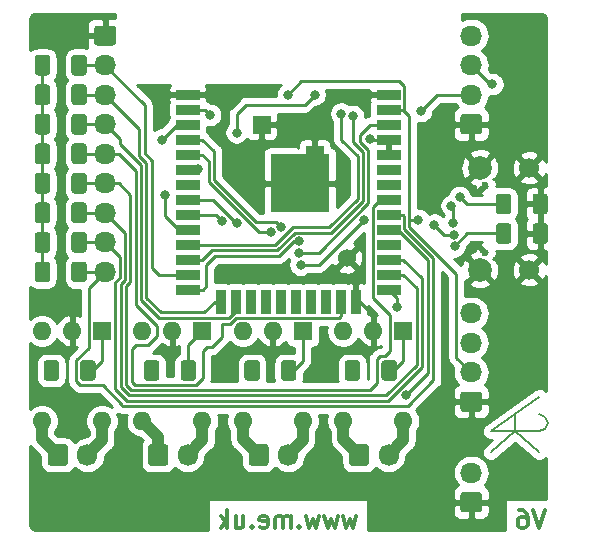
<source format=gbr>
%TF.GenerationSoftware,KiCad,Pcbnew,(5.1.9-0-10_14)*%
%TF.CreationDate,2021-04-23T16:54:36+01:00*%
%TF.ProjectId,Controller,436f6e74-726f-46c6-9c65-722e6b696361,6*%
%TF.SameCoordinates,Original*%
%TF.FileFunction,Copper,L2,Bot*%
%TF.FilePolarity,Positive*%
%FSLAX46Y46*%
G04 Gerber Fmt 4.6, Leading zero omitted, Abs format (unit mm)*
G04 Created by KiCad (PCBNEW (5.1.9-0-10_14)) date 2021-04-23 16:54:36*
%MOMM*%
%LPD*%
G01*
G04 APERTURE LIST*
%TA.AperFunction,NonConductor*%
%ADD10C,0.300000*%
%TD*%
%TA.AperFunction,EtchedComponent*%
%ADD11C,0.200000*%
%TD*%
%TA.AperFunction,ComponentPad*%
%ADD12C,1.524000*%
%TD*%
%TA.AperFunction,ComponentPad*%
%ADD13O,1.600000X1.600000*%
%TD*%
%TA.AperFunction,ComponentPad*%
%ADD14R,1.600000X1.600000*%
%TD*%
%TA.AperFunction,ComponentPad*%
%ADD15R,1.524000X1.524000*%
%TD*%
%TA.AperFunction,ComponentPad*%
%ADD16C,1.700000*%
%TD*%
%TA.AperFunction,ComponentPad*%
%ADD17C,2.000000*%
%TD*%
%TA.AperFunction,ComponentPad*%
%ADD18C,0.600000*%
%TD*%
%TA.AperFunction,SMDPad,CuDef*%
%ADD19R,2.000000X0.900000*%
%TD*%
%TA.AperFunction,SMDPad,CuDef*%
%ADD20R,0.900000X2.000000*%
%TD*%
%TA.AperFunction,SMDPad,CuDef*%
%ADD21R,5.000000X5.000000*%
%TD*%
%TA.AperFunction,ComponentPad*%
%ADD22O,1.850000X1.700000*%
%TD*%
%TA.AperFunction,ComponentPad*%
%ADD23O,1.700000X1.850000*%
%TD*%
%TA.AperFunction,ViaPad*%
%ADD24C,0.800000*%
%TD*%
%TA.AperFunction,Conductor*%
%ADD25C,0.250000*%
%TD*%
%TA.AperFunction,Conductor*%
%ADD26C,1.000000*%
%TD*%
%TA.AperFunction,Conductor*%
%ADD27C,0.254000*%
%TD*%
%TA.AperFunction,Conductor*%
%ADD28C,0.100000*%
%TD*%
G04 APERTURE END LIST*
D10*
X94214285Y-137678571D02*
X93714285Y-139178571D01*
X93214285Y-137678571D01*
X92071428Y-137678571D02*
X92357142Y-137678571D01*
X92500000Y-137750000D01*
X92571428Y-137821428D01*
X92714285Y-138035714D01*
X92785714Y-138321428D01*
X92785714Y-138892857D01*
X92714285Y-139035714D01*
X92642857Y-139107142D01*
X92500000Y-139178571D01*
X92214285Y-139178571D01*
X92071428Y-139107142D01*
X92000000Y-139035714D01*
X91928571Y-138892857D01*
X91928571Y-138535714D01*
X92000000Y-138392857D01*
X92071428Y-138321428D01*
X92214285Y-138250000D01*
X92500000Y-138250000D01*
X92642857Y-138321428D01*
X92714285Y-138392857D01*
X92785714Y-138535714D01*
X78285714Y-138178571D02*
X78000000Y-139178571D01*
X77714285Y-138464285D01*
X77428571Y-139178571D01*
X77142857Y-138178571D01*
X76714285Y-138178571D02*
X76428571Y-139178571D01*
X76142857Y-138464285D01*
X75857142Y-139178571D01*
X75571428Y-138178571D01*
X75142857Y-138178571D02*
X74857142Y-139178571D01*
X74571428Y-138464285D01*
X74285714Y-139178571D01*
X74000000Y-138178571D01*
X73428571Y-139035714D02*
X73357142Y-139107142D01*
X73428571Y-139178571D01*
X73500000Y-139107142D01*
X73428571Y-139035714D01*
X73428571Y-139178571D01*
X72714285Y-139178571D02*
X72714285Y-138178571D01*
X72714285Y-138321428D02*
X72642857Y-138250000D01*
X72500000Y-138178571D01*
X72285714Y-138178571D01*
X72142857Y-138250000D01*
X72071428Y-138392857D01*
X72071428Y-139178571D01*
X72071428Y-138392857D02*
X72000000Y-138250000D01*
X71857142Y-138178571D01*
X71642857Y-138178571D01*
X71500000Y-138250000D01*
X71428571Y-138392857D01*
X71428571Y-139178571D01*
X70142857Y-139107142D02*
X70285714Y-139178571D01*
X70571428Y-139178571D01*
X70714285Y-139107142D01*
X70785714Y-138964285D01*
X70785714Y-138392857D01*
X70714285Y-138250000D01*
X70571428Y-138178571D01*
X70285714Y-138178571D01*
X70142857Y-138250000D01*
X70071428Y-138392857D01*
X70071428Y-138535714D01*
X70785714Y-138678571D01*
X69428571Y-139035714D02*
X69357142Y-139107142D01*
X69428571Y-139178571D01*
X69500000Y-139107142D01*
X69428571Y-139035714D01*
X69428571Y-139178571D01*
X68071428Y-138178571D02*
X68071428Y-139178571D01*
X68714285Y-138178571D02*
X68714285Y-138964285D01*
X68642857Y-139107142D01*
X68500000Y-139178571D01*
X68285714Y-139178571D01*
X68142857Y-139107142D01*
X68071428Y-139035714D01*
X67357142Y-139178571D02*
X67357142Y-137678571D01*
X67214285Y-138607142D02*
X66785714Y-139178571D01*
X66785714Y-138178571D02*
X67357142Y-138750000D01*
D11*
%TO.C,AJK1*%
X89650000Y-132770000D02*
X91708820Y-131005290D01*
X91709000Y-131005300D02*
X91709000Y-129534700D01*
X91708820Y-131005290D02*
X93767650Y-132770000D01*
X94287579Y-129750074D02*
X93767650Y-129534712D01*
X94287579Y-130789938D02*
X94502940Y-130270006D01*
X94502940Y-130270006D02*
X94287579Y-129750074D01*
X89650000Y-131005300D02*
X93767650Y-131005300D01*
X93767650Y-131005300D02*
X94287579Y-130789938D01*
X93767650Y-128064120D02*
X89650000Y-131005300D01*
%TD*%
D12*
%TO.P,U6,21*%
%TO.N,GND*%
X77475000Y-116325000D03*
%TD*%
D13*
%TO.P,U5,6*%
%TO.N,Net-(J8-Pad2)*%
X82250000Y-130100000D03*
%TO.P,U5,3*%
%TO.N,Net-(U5-Pad3)*%
X77170000Y-122480000D03*
%TO.P,U5,2*%
%TO.N,GND*%
X79710000Y-122480000D03*
%TO.P,U5,4*%
%TO.N,Net-(J8-Pad1)*%
X77170000Y-130100000D03*
D14*
%TO.P,U5,1*%
%TO.N,Net-(R6-Pad1)*%
X82250000Y-122480000D03*
%TD*%
%TO.P,R12,2*%
%TO.N,IN8*%
%TA.AperFunction,SMDPad,CuDef*%
G36*
G01*
X54150000Y-118125001D02*
X54150000Y-116874999D01*
G75*
G02*
X54399999Y-116625000I249999J0D01*
G01*
X55200001Y-116625000D01*
G75*
G02*
X55450000Y-116874999I0J-249999D01*
G01*
X55450000Y-118125001D01*
G75*
G02*
X55200001Y-118375000I-249999J0D01*
G01*
X54399999Y-118375000D01*
G75*
G02*
X54150000Y-118125001I0J249999D01*
G01*
G37*
%TD.AperFunction*%
%TO.P,R12,1*%
%TO.N,+3V3*%
%TA.AperFunction,SMDPad,CuDef*%
G36*
G01*
X51050000Y-118125001D02*
X51050000Y-116874999D01*
G75*
G02*
X51299999Y-116625000I249999J0D01*
G01*
X52100001Y-116625000D01*
G75*
G02*
X52350000Y-116874999I0J-249999D01*
G01*
X52350000Y-118125001D01*
G75*
G02*
X52100001Y-118375000I-249999J0D01*
G01*
X51299999Y-118375000D01*
G75*
G02*
X51050000Y-118125001I0J249999D01*
G01*
G37*
%TD.AperFunction*%
%TD*%
%TO.P,R11,2*%
%TO.N,IN7*%
%TA.AperFunction,SMDPad,CuDef*%
G36*
G01*
X54150000Y-115625001D02*
X54150000Y-114374999D01*
G75*
G02*
X54399999Y-114125000I249999J0D01*
G01*
X55200001Y-114125000D01*
G75*
G02*
X55450000Y-114374999I0J-249999D01*
G01*
X55450000Y-115625001D01*
G75*
G02*
X55200001Y-115875000I-249999J0D01*
G01*
X54399999Y-115875000D01*
G75*
G02*
X54150000Y-115625001I0J249999D01*
G01*
G37*
%TD.AperFunction*%
%TO.P,R11,1*%
%TO.N,+3V3*%
%TA.AperFunction,SMDPad,CuDef*%
G36*
G01*
X51050000Y-115625001D02*
X51050000Y-114374999D01*
G75*
G02*
X51299999Y-114125000I249999J0D01*
G01*
X52100001Y-114125000D01*
G75*
G02*
X52350000Y-114374999I0J-249999D01*
G01*
X52350000Y-115625001D01*
G75*
G02*
X52100001Y-115875000I-249999J0D01*
G01*
X51299999Y-115875000D01*
G75*
G02*
X51050000Y-115625001I0J249999D01*
G01*
G37*
%TD.AperFunction*%
%TD*%
%TO.P,R10,2*%
%TO.N,IN6*%
%TA.AperFunction,SMDPad,CuDef*%
G36*
G01*
X54150000Y-113125001D02*
X54150000Y-111874999D01*
G75*
G02*
X54399999Y-111625000I249999J0D01*
G01*
X55200001Y-111625000D01*
G75*
G02*
X55450000Y-111874999I0J-249999D01*
G01*
X55450000Y-113125001D01*
G75*
G02*
X55200001Y-113375000I-249999J0D01*
G01*
X54399999Y-113375000D01*
G75*
G02*
X54150000Y-113125001I0J249999D01*
G01*
G37*
%TD.AperFunction*%
%TO.P,R10,1*%
%TO.N,+3V3*%
%TA.AperFunction,SMDPad,CuDef*%
G36*
G01*
X51050000Y-113125001D02*
X51050000Y-111874999D01*
G75*
G02*
X51299999Y-111625000I249999J0D01*
G01*
X52100001Y-111625000D01*
G75*
G02*
X52350000Y-111874999I0J-249999D01*
G01*
X52350000Y-113125001D01*
G75*
G02*
X52100001Y-113375000I-249999J0D01*
G01*
X51299999Y-113375000D01*
G75*
G02*
X51050000Y-113125001I0J249999D01*
G01*
G37*
%TD.AperFunction*%
%TD*%
%TO.P,R9,2*%
%TO.N,IN5*%
%TA.AperFunction,SMDPad,CuDef*%
G36*
G01*
X54150000Y-110625001D02*
X54150000Y-109374999D01*
G75*
G02*
X54399999Y-109125000I249999J0D01*
G01*
X55200001Y-109125000D01*
G75*
G02*
X55450000Y-109374999I0J-249999D01*
G01*
X55450000Y-110625001D01*
G75*
G02*
X55200001Y-110875000I-249999J0D01*
G01*
X54399999Y-110875000D01*
G75*
G02*
X54150000Y-110625001I0J249999D01*
G01*
G37*
%TD.AperFunction*%
%TO.P,R9,1*%
%TO.N,+3V3*%
%TA.AperFunction,SMDPad,CuDef*%
G36*
G01*
X51050000Y-110625001D02*
X51050000Y-109374999D01*
G75*
G02*
X51299999Y-109125000I249999J0D01*
G01*
X52100001Y-109125000D01*
G75*
G02*
X52350000Y-109374999I0J-249999D01*
G01*
X52350000Y-110625001D01*
G75*
G02*
X52100001Y-110875000I-249999J0D01*
G01*
X51299999Y-110875000D01*
G75*
G02*
X51050000Y-110625001I0J249999D01*
G01*
G37*
%TD.AperFunction*%
%TD*%
%TO.P,R8,2*%
%TO.N,IN4*%
%TA.AperFunction,SMDPad,CuDef*%
G36*
G01*
X54150000Y-108125001D02*
X54150000Y-106874999D01*
G75*
G02*
X54399999Y-106625000I249999J0D01*
G01*
X55200001Y-106625000D01*
G75*
G02*
X55450000Y-106874999I0J-249999D01*
G01*
X55450000Y-108125001D01*
G75*
G02*
X55200001Y-108375000I-249999J0D01*
G01*
X54399999Y-108375000D01*
G75*
G02*
X54150000Y-108125001I0J249999D01*
G01*
G37*
%TD.AperFunction*%
%TO.P,R8,1*%
%TO.N,+3V3*%
%TA.AperFunction,SMDPad,CuDef*%
G36*
G01*
X51050000Y-108125001D02*
X51050000Y-106874999D01*
G75*
G02*
X51299999Y-106625000I249999J0D01*
G01*
X52100001Y-106625000D01*
G75*
G02*
X52350000Y-106874999I0J-249999D01*
G01*
X52350000Y-108125001D01*
G75*
G02*
X52100001Y-108375000I-249999J0D01*
G01*
X51299999Y-108375000D01*
G75*
G02*
X51050000Y-108125001I0J249999D01*
G01*
G37*
%TD.AperFunction*%
%TD*%
%TO.P,R7,2*%
%TO.N,IN3*%
%TA.AperFunction,SMDPad,CuDef*%
G36*
G01*
X54150000Y-105625001D02*
X54150000Y-104374999D01*
G75*
G02*
X54399999Y-104125000I249999J0D01*
G01*
X55200001Y-104125000D01*
G75*
G02*
X55450000Y-104374999I0J-249999D01*
G01*
X55450000Y-105625001D01*
G75*
G02*
X55200001Y-105875000I-249999J0D01*
G01*
X54399999Y-105875000D01*
G75*
G02*
X54150000Y-105625001I0J249999D01*
G01*
G37*
%TD.AperFunction*%
%TO.P,R7,1*%
%TO.N,+3V3*%
%TA.AperFunction,SMDPad,CuDef*%
G36*
G01*
X51050000Y-105625001D02*
X51050000Y-104374999D01*
G75*
G02*
X51299999Y-104125000I249999J0D01*
G01*
X52100001Y-104125000D01*
G75*
G02*
X52350000Y-104374999I0J-249999D01*
G01*
X52350000Y-105625001D01*
G75*
G02*
X52100001Y-105875000I-249999J0D01*
G01*
X51299999Y-105875000D01*
G75*
G02*
X51050000Y-105625001I0J249999D01*
G01*
G37*
%TD.AperFunction*%
%TD*%
%TO.P,R2,2*%
%TO.N,IN2*%
%TA.AperFunction,SMDPad,CuDef*%
G36*
G01*
X54150000Y-103125001D02*
X54150000Y-101874999D01*
G75*
G02*
X54399999Y-101625000I249999J0D01*
G01*
X55200001Y-101625000D01*
G75*
G02*
X55450000Y-101874999I0J-249999D01*
G01*
X55450000Y-103125001D01*
G75*
G02*
X55200001Y-103375000I-249999J0D01*
G01*
X54399999Y-103375000D01*
G75*
G02*
X54150000Y-103125001I0J249999D01*
G01*
G37*
%TD.AperFunction*%
%TO.P,R2,1*%
%TO.N,+3V3*%
%TA.AperFunction,SMDPad,CuDef*%
G36*
G01*
X51050000Y-103125001D02*
X51050000Y-101874999D01*
G75*
G02*
X51299999Y-101625000I249999J0D01*
G01*
X52100001Y-101625000D01*
G75*
G02*
X52350000Y-101874999I0J-249999D01*
G01*
X52350000Y-103125001D01*
G75*
G02*
X52100001Y-103375000I-249999J0D01*
G01*
X51299999Y-103375000D01*
G75*
G02*
X51050000Y-103125001I0J249999D01*
G01*
G37*
%TD.AperFunction*%
%TD*%
%TO.P,R1,2*%
%TO.N,IN1*%
%TA.AperFunction,SMDPad,CuDef*%
G36*
G01*
X54150000Y-100625001D02*
X54150000Y-99374999D01*
G75*
G02*
X54399999Y-99125000I249999J0D01*
G01*
X55200001Y-99125000D01*
G75*
G02*
X55450000Y-99374999I0J-249999D01*
G01*
X55450000Y-100625001D01*
G75*
G02*
X55200001Y-100875000I-249999J0D01*
G01*
X54399999Y-100875000D01*
G75*
G02*
X54150000Y-100625001I0J249999D01*
G01*
G37*
%TD.AperFunction*%
%TO.P,R1,1*%
%TO.N,+3V3*%
%TA.AperFunction,SMDPad,CuDef*%
G36*
G01*
X51050000Y-100625001D02*
X51050000Y-99374999D01*
G75*
G02*
X51299999Y-99125000I249999J0D01*
G01*
X52100001Y-99125000D01*
G75*
G02*
X52350000Y-99374999I0J-249999D01*
G01*
X52350000Y-100625001D01*
G75*
G02*
X52100001Y-100875000I-249999J0D01*
G01*
X51299999Y-100875000D01*
G75*
G02*
X51050000Y-100625001I0J249999D01*
G01*
G37*
%TD.AperFunction*%
%TD*%
D15*
%TO.P,M2,3*%
%TO.N,GND*%
X74750000Y-107580000D03*
%TD*%
%TO.P,M1,3*%
%TO.N,GND*%
X70250000Y-105040000D03*
%TD*%
D16*
%TO.P,J9,S1*%
%TO.N,GND*%
X92910000Y-108675000D03*
X92910000Y-117325000D03*
D17*
X88730000Y-108675000D03*
X88730000Y-117325000D03*
D18*
X89210000Y-110110000D03*
X89210000Y-115890000D03*
%TD*%
D13*
%TO.P,U4,6*%
%TO.N,Net-(J7-Pad2)*%
X73750000Y-130120000D03*
%TO.P,U4,3*%
%TO.N,Net-(U4-Pad3)*%
X68670000Y-122500000D03*
%TO.P,U4,2*%
%TO.N,GND*%
X71210000Y-122500000D03*
%TO.P,U4,4*%
%TO.N,Net-(J7-Pad1)*%
X68670000Y-130120000D03*
D14*
%TO.P,U4,1*%
%TO.N,Net-(R5-Pad1)*%
X73750000Y-122500000D03*
%TD*%
D13*
%TO.P,U3,6*%
%TO.N,Net-(J6-Pad2)*%
X65250000Y-130120000D03*
%TO.P,U3,3*%
%TO.N,Net-(U3-Pad3)*%
X60170000Y-122500000D03*
%TO.P,U3,2*%
%TO.N,GND*%
X62710000Y-122500000D03*
%TO.P,U3,4*%
%TO.N,Net-(J6-Pad1)*%
X60170000Y-130120000D03*
D14*
%TO.P,U3,1*%
%TO.N,Net-(R4-Pad1)*%
X65250000Y-122500000D03*
%TD*%
D13*
%TO.P,U2,6*%
%TO.N,Net-(J5-Pad2)*%
X56750000Y-130120000D03*
%TO.P,U2,3*%
%TO.N,Net-(U2-Pad3)*%
X51670000Y-122500000D03*
%TO.P,U2,2*%
%TO.N,GND*%
X54210000Y-122500000D03*
%TO.P,U2,4*%
%TO.N,Net-(J5-Pad1)*%
X51670000Y-130120000D03*
D14*
%TO.P,U2,1*%
%TO.N,Net-(R3-Pad1)*%
X56750000Y-122500000D03*
%TD*%
D19*
%TO.P,U1,38*%
%TO.N,GND*%
X64000000Y-102500000D03*
%TO.P,U1,37*%
%TO.N,OUT3*%
X64000000Y-103770000D03*
%TO.P,U1,36*%
%TO.N,OUT2*%
X64000000Y-105040000D03*
%TO.P,U1,35*%
%TO.N,O*%
X64000000Y-106310000D03*
%TO.P,U1,34*%
%TO.N,I*%
X64000000Y-107580000D03*
%TO.P,U1,33*%
%TO.N,OUT1*%
X64000000Y-108850000D03*
%TO.P,U1,32*%
%TO.N,Net-(U1-Pad32)*%
X64000000Y-110120000D03*
%TO.P,U1,31*%
%TO.N,SCL*%
X64000000Y-111390000D03*
%TO.P,U1,30*%
%TO.N,SDA*%
X64000000Y-112660000D03*
%TO.P,U1,29*%
%TO.N,SHDN*%
X64000000Y-113930000D03*
%TO.P,U1,28*%
%TO.N,RFTX*%
X64000000Y-115200000D03*
%TO.P,U1,27*%
%TO.N,RFRX*%
X64000000Y-116470000D03*
%TO.P,U1,26*%
%TO.N,IN1*%
X64000000Y-117740000D03*
%TO.P,U1,25*%
%TO.N,CBUS0*%
X64000000Y-119010000D03*
D20*
%TO.P,U1,24*%
%TO.N,IN2*%
X66785000Y-120010000D03*
%TO.P,U1,23*%
%TO.N,IN3*%
X68055000Y-120010000D03*
%TO.P,U1,22*%
%TO.N,Net-(U1-Pad22)*%
X69325000Y-120010000D03*
%TO.P,U1,21*%
%TO.N,Net-(U1-Pad21)*%
X70595000Y-120010000D03*
%TO.P,U1,20*%
%TO.N,Net-(U1-Pad20)*%
X71865000Y-120010000D03*
%TO.P,U1,19*%
%TO.N,Net-(U1-Pad19)*%
X73135000Y-120010000D03*
%TO.P,U1,18*%
%TO.N,Net-(U1-Pad18)*%
X74405000Y-120010000D03*
%TO.P,U1,17*%
%TO.N,Net-(U1-Pad17)*%
X75675000Y-120010000D03*
%TO.P,U1,16*%
%TO.N,IN4*%
X76945000Y-120010000D03*
%TO.P,U1,15*%
%TO.N,GND*%
X78215000Y-120010000D03*
D19*
%TO.P,U1,14*%
%TO.N,LED*%
X81000000Y-119010000D03*
%TO.P,U1,13*%
%TO.N,IN6*%
X81000000Y-117740000D03*
%TO.P,U1,12*%
%TO.N,IN7*%
X81000000Y-116470000D03*
%TO.P,U1,11*%
%TO.N,Net-(U1-Pad11)*%
X81000000Y-115200000D03*
%TO.P,U1,10*%
%TO.N,OUT4*%
X81000000Y-113930000D03*
%TO.P,U1,9*%
%TO.N,IN8*%
X81000000Y-112660000D03*
%TO.P,U1,8*%
%TO.N,IN5*%
X81000000Y-111390000D03*
%TO.P,U1,7*%
%TO.N,Net-(U1-Pad7)*%
X81000000Y-110120000D03*
%TO.P,U1,6*%
%TO.N,Net-(U1-Pad6)*%
X81000000Y-108850000D03*
%TO.P,U1,5*%
%TO.N,GND*%
X81000000Y-107580000D03*
%TO.P,U1,4*%
X81000000Y-106310000D03*
%TO.P,U1,3*%
%TO.N,EN*%
X81000000Y-105040000D03*
%TO.P,U1,2*%
%TO.N,+3V3*%
X81000000Y-103770000D03*
%TO.P,U1,1*%
%TO.N,GND*%
X81000000Y-102500000D03*
D21*
%TO.P,U1,39*%
X73500000Y-110000000D03*
%TD*%
%TO.P,R14,2*%
%TO.N,Net-(J9-PadB5)*%
%TA.AperFunction,SMDPad,CuDef*%
G36*
G01*
X91400000Y-111124999D02*
X91400000Y-112375001D01*
G75*
G02*
X91150001Y-112625000I-249999J0D01*
G01*
X90349999Y-112625000D01*
G75*
G02*
X90100000Y-112375001I0J249999D01*
G01*
X90100000Y-111124999D01*
G75*
G02*
X90349999Y-110875000I249999J0D01*
G01*
X91150001Y-110875000D01*
G75*
G02*
X91400000Y-111124999I0J-249999D01*
G01*
G37*
%TD.AperFunction*%
%TO.P,R14,1*%
%TO.N,GND*%
%TA.AperFunction,SMDPad,CuDef*%
G36*
G01*
X94500000Y-111124999D02*
X94500000Y-112375001D01*
G75*
G02*
X94250001Y-112625000I-249999J0D01*
G01*
X93449999Y-112625000D01*
G75*
G02*
X93200000Y-112375001I0J249999D01*
G01*
X93200000Y-111124999D01*
G75*
G02*
X93449999Y-110875000I249999J0D01*
G01*
X94250001Y-110875000D01*
G75*
G02*
X94500000Y-111124999I0J-249999D01*
G01*
G37*
%TD.AperFunction*%
%TD*%
%TO.P,R13,2*%
%TO.N,GND*%
%TA.AperFunction,SMDPad,CuDef*%
G36*
G01*
X93200000Y-114875001D02*
X93200000Y-113624999D01*
G75*
G02*
X93449999Y-113375000I249999J0D01*
G01*
X94250001Y-113375000D01*
G75*
G02*
X94500000Y-113624999I0J-249999D01*
G01*
X94500000Y-114875001D01*
G75*
G02*
X94250001Y-115125000I-249999J0D01*
G01*
X93449999Y-115125000D01*
G75*
G02*
X93200000Y-114875001I0J249999D01*
G01*
G37*
%TD.AperFunction*%
%TO.P,R13,1*%
%TO.N,Net-(J9-PadA5)*%
%TA.AperFunction,SMDPad,CuDef*%
G36*
G01*
X90100000Y-114875001D02*
X90100000Y-113624999D01*
G75*
G02*
X90349999Y-113375000I249999J0D01*
G01*
X91150001Y-113375000D01*
G75*
G02*
X91400000Y-113624999I0J-249999D01*
G01*
X91400000Y-114875001D01*
G75*
G02*
X91150001Y-115125000I-249999J0D01*
G01*
X90349999Y-115125000D01*
G75*
G02*
X90100000Y-114875001I0J249999D01*
G01*
G37*
%TD.AperFunction*%
%TD*%
%TO.P,R6,2*%
%TO.N,OUT4*%
%TA.AperFunction,SMDPad,CuDef*%
G36*
G01*
X78600000Y-125224999D02*
X78600000Y-126475001D01*
G75*
G02*
X78350001Y-126725000I-249999J0D01*
G01*
X77549999Y-126725000D01*
G75*
G02*
X77300000Y-126475001I0J249999D01*
G01*
X77300000Y-125224999D01*
G75*
G02*
X77549999Y-124975000I249999J0D01*
G01*
X78350001Y-124975000D01*
G75*
G02*
X78600000Y-125224999I0J-249999D01*
G01*
G37*
%TD.AperFunction*%
%TO.P,R6,1*%
%TO.N,Net-(R6-Pad1)*%
%TA.AperFunction,SMDPad,CuDef*%
G36*
G01*
X81700000Y-125224999D02*
X81700000Y-126475001D01*
G75*
G02*
X81450001Y-126725000I-249999J0D01*
G01*
X80649999Y-126725000D01*
G75*
G02*
X80400000Y-126475001I0J249999D01*
G01*
X80400000Y-125224999D01*
G75*
G02*
X80649999Y-124975000I249999J0D01*
G01*
X81450001Y-124975000D01*
G75*
G02*
X81700000Y-125224999I0J-249999D01*
G01*
G37*
%TD.AperFunction*%
%TD*%
%TO.P,R5,2*%
%TO.N,OUT3*%
%TA.AperFunction,SMDPad,CuDef*%
G36*
G01*
X70100000Y-125224999D02*
X70100000Y-126475001D01*
G75*
G02*
X69850001Y-126725000I-249999J0D01*
G01*
X69049999Y-126725000D01*
G75*
G02*
X68800000Y-126475001I0J249999D01*
G01*
X68800000Y-125224999D01*
G75*
G02*
X69049999Y-124975000I249999J0D01*
G01*
X69850001Y-124975000D01*
G75*
G02*
X70100000Y-125224999I0J-249999D01*
G01*
G37*
%TD.AperFunction*%
%TO.P,R5,1*%
%TO.N,Net-(R5-Pad1)*%
%TA.AperFunction,SMDPad,CuDef*%
G36*
G01*
X73200000Y-125224999D02*
X73200000Y-126475001D01*
G75*
G02*
X72950001Y-126725000I-249999J0D01*
G01*
X72149999Y-126725000D01*
G75*
G02*
X71900000Y-126475001I0J249999D01*
G01*
X71900000Y-125224999D01*
G75*
G02*
X72149999Y-124975000I249999J0D01*
G01*
X72950001Y-124975000D01*
G75*
G02*
X73200000Y-125224999I0J-249999D01*
G01*
G37*
%TD.AperFunction*%
%TD*%
%TO.P,R4,2*%
%TO.N,OUT2*%
%TA.AperFunction,SMDPad,CuDef*%
G36*
G01*
X61600000Y-125224999D02*
X61600000Y-126475001D01*
G75*
G02*
X61350001Y-126725000I-249999J0D01*
G01*
X60549999Y-126725000D01*
G75*
G02*
X60300000Y-126475001I0J249999D01*
G01*
X60300000Y-125224999D01*
G75*
G02*
X60549999Y-124975000I249999J0D01*
G01*
X61350001Y-124975000D01*
G75*
G02*
X61600000Y-125224999I0J-249999D01*
G01*
G37*
%TD.AperFunction*%
%TO.P,R4,1*%
%TO.N,Net-(R4-Pad1)*%
%TA.AperFunction,SMDPad,CuDef*%
G36*
G01*
X64700000Y-125224999D02*
X64700000Y-126475001D01*
G75*
G02*
X64450001Y-126725000I-249999J0D01*
G01*
X63649999Y-126725000D01*
G75*
G02*
X63400000Y-126475001I0J249999D01*
G01*
X63400000Y-125224999D01*
G75*
G02*
X63649999Y-124975000I249999J0D01*
G01*
X64450001Y-124975000D01*
G75*
G02*
X64700000Y-125224999I0J-249999D01*
G01*
G37*
%TD.AperFunction*%
%TD*%
%TO.P,R3,2*%
%TO.N,OUT1*%
%TA.AperFunction,SMDPad,CuDef*%
G36*
G01*
X53100000Y-125224999D02*
X53100000Y-126475001D01*
G75*
G02*
X52850001Y-126725000I-249999J0D01*
G01*
X52049999Y-126725000D01*
G75*
G02*
X51800000Y-126475001I0J249999D01*
G01*
X51800000Y-125224999D01*
G75*
G02*
X52049999Y-124975000I249999J0D01*
G01*
X52850001Y-124975000D01*
G75*
G02*
X53100000Y-125224999I0J-249999D01*
G01*
G37*
%TD.AperFunction*%
%TO.P,R3,1*%
%TO.N,Net-(R3-Pad1)*%
%TA.AperFunction,SMDPad,CuDef*%
G36*
G01*
X56200000Y-125224999D02*
X56200000Y-126475001D01*
G75*
G02*
X55950001Y-126725000I-249999J0D01*
G01*
X55149999Y-126725000D01*
G75*
G02*
X54900000Y-126475001I0J249999D01*
G01*
X54900000Y-125224999D01*
G75*
G02*
X55149999Y-124975000I249999J0D01*
G01*
X55950001Y-124975000D01*
G75*
G02*
X56200000Y-125224999I0J-249999D01*
G01*
G37*
%TD.AperFunction*%
%TD*%
D22*
%TO.P,J2,2*%
%TO.N,VBUS*%
X88000000Y-134500000D03*
%TO.P,J2,1*%
%TO.N,GND*%
%TA.AperFunction,ComponentPad*%
G36*
G01*
X88675000Y-137850000D02*
X87325000Y-137850000D01*
G75*
G02*
X87075000Y-137600000I0J250000D01*
G01*
X87075000Y-136400000D01*
G75*
G02*
X87325000Y-136150000I250000J0D01*
G01*
X88675000Y-136150000D01*
G75*
G02*
X88925000Y-136400000I0J-250000D01*
G01*
X88925000Y-137600000D01*
G75*
G02*
X88675000Y-137850000I-250000J0D01*
G01*
G37*
%TD.AperFunction*%
%TD*%
%TO.P,J4,4*%
%TO.N,RFTX*%
X88000000Y-97500000D03*
%TO.P,J4,3*%
%TO.N,RFRX*%
X88000000Y-100000000D03*
%TO.P,J4,2*%
%TO.N,+5V*%
X88000000Y-102500000D03*
%TO.P,J4,1*%
%TO.N,GND*%
%TA.AperFunction,ComponentPad*%
G36*
G01*
X88675000Y-105850000D02*
X87325000Y-105850000D01*
G75*
G02*
X87075000Y-105600000I0J250000D01*
G01*
X87075000Y-104400000D01*
G75*
G02*
X87325000Y-104150000I250000J0D01*
G01*
X88675000Y-104150000D01*
G75*
G02*
X88925000Y-104400000I0J-250000D01*
G01*
X88925000Y-105600000D01*
G75*
G02*
X88675000Y-105850000I-250000J0D01*
G01*
G37*
%TD.AperFunction*%
%TD*%
%TO.P,J3,4*%
%TO.N,SDA*%
X88000000Y-121000000D03*
%TO.P,J3,3*%
%TO.N,SCL*%
X88000000Y-123500000D03*
%TO.P,J3,2*%
%TO.N,+3V3*%
X88000000Y-126000000D03*
%TO.P,J3,1*%
%TO.N,GND*%
%TA.AperFunction,ComponentPad*%
G36*
G01*
X88675000Y-129350000D02*
X87325000Y-129350000D01*
G75*
G02*
X87075000Y-129100000I0J250000D01*
G01*
X87075000Y-127900000D01*
G75*
G02*
X87325000Y-127650000I250000J0D01*
G01*
X88675000Y-127650000D01*
G75*
G02*
X88925000Y-127900000I0J-250000D01*
G01*
X88925000Y-129100000D01*
G75*
G02*
X88675000Y-129350000I-250000J0D01*
G01*
G37*
%TD.AperFunction*%
%TD*%
D23*
%TO.P,J8,2*%
%TO.N,Net-(J8-Pad2)*%
X81000000Y-133000000D03*
%TO.P,J8,1*%
%TO.N,Net-(J8-Pad1)*%
%TA.AperFunction,ComponentPad*%
G36*
G01*
X77650000Y-133675000D02*
X77650000Y-132325000D01*
G75*
G02*
X77900000Y-132075000I250000J0D01*
G01*
X79100000Y-132075000D01*
G75*
G02*
X79350000Y-132325000I0J-250000D01*
G01*
X79350000Y-133675000D01*
G75*
G02*
X79100000Y-133925000I-250000J0D01*
G01*
X77900000Y-133925000D01*
G75*
G02*
X77650000Y-133675000I0J250000D01*
G01*
G37*
%TD.AperFunction*%
%TD*%
%TO.P,J7,2*%
%TO.N,Net-(J7-Pad2)*%
X72500000Y-133000000D03*
%TO.P,J7,1*%
%TO.N,Net-(J7-Pad1)*%
%TA.AperFunction,ComponentPad*%
G36*
G01*
X69150000Y-133675000D02*
X69150000Y-132325000D01*
G75*
G02*
X69400000Y-132075000I250000J0D01*
G01*
X70600000Y-132075000D01*
G75*
G02*
X70850000Y-132325000I0J-250000D01*
G01*
X70850000Y-133675000D01*
G75*
G02*
X70600000Y-133925000I-250000J0D01*
G01*
X69400000Y-133925000D01*
G75*
G02*
X69150000Y-133675000I0J250000D01*
G01*
G37*
%TD.AperFunction*%
%TD*%
%TO.P,J6,2*%
%TO.N,Net-(J6-Pad2)*%
X64000000Y-133000000D03*
%TO.P,J6,1*%
%TO.N,Net-(J6-Pad1)*%
%TA.AperFunction,ComponentPad*%
G36*
G01*
X60650000Y-133675000D02*
X60650000Y-132325000D01*
G75*
G02*
X60900000Y-132075000I250000J0D01*
G01*
X62100000Y-132075000D01*
G75*
G02*
X62350000Y-132325000I0J-250000D01*
G01*
X62350000Y-133675000D01*
G75*
G02*
X62100000Y-133925000I-250000J0D01*
G01*
X60900000Y-133925000D01*
G75*
G02*
X60650000Y-133675000I0J250000D01*
G01*
G37*
%TD.AperFunction*%
%TD*%
%TO.P,J5,2*%
%TO.N,Net-(J5-Pad2)*%
X55500000Y-133000000D03*
%TO.P,J5,1*%
%TO.N,Net-(J5-Pad1)*%
%TA.AperFunction,ComponentPad*%
G36*
G01*
X52150000Y-133675000D02*
X52150000Y-132325000D01*
G75*
G02*
X52400000Y-132075000I250000J0D01*
G01*
X53600000Y-132075000D01*
G75*
G02*
X53850000Y-132325000I0J-250000D01*
G01*
X53850000Y-133675000D01*
G75*
G02*
X53600000Y-133925000I-250000J0D01*
G01*
X52400000Y-133925000D01*
G75*
G02*
X52150000Y-133675000I0J250000D01*
G01*
G37*
%TD.AperFunction*%
%TD*%
D22*
%TO.P,J1,9*%
%TO.N,IN8*%
X57000000Y-117500000D03*
%TO.P,J1,8*%
%TO.N,IN7*%
X57000000Y-115000000D03*
%TO.P,J1,7*%
%TO.N,IN6*%
X57000000Y-112500000D03*
%TO.P,J1,6*%
%TO.N,IN5*%
X57000000Y-110000000D03*
%TO.P,J1,5*%
%TO.N,IN4*%
X57000000Y-107500000D03*
%TO.P,J1,4*%
%TO.N,IN3*%
X57000000Y-105000000D03*
%TO.P,J1,3*%
%TO.N,IN2*%
X57000000Y-102500000D03*
%TO.P,J1,2*%
%TO.N,IN1*%
X57000000Y-100000000D03*
%TO.P,J1,1*%
%TO.N,GND*%
%TA.AperFunction,ComponentPad*%
G36*
G01*
X56325000Y-96650000D02*
X57675000Y-96650000D01*
G75*
G02*
X57925000Y-96900000I0J-250000D01*
G01*
X57925000Y-98100000D01*
G75*
G02*
X57675000Y-98350000I-250000J0D01*
G01*
X56325000Y-98350000D01*
G75*
G02*
X56075000Y-98100000I0J250000D01*
G01*
X56075000Y-96900000D01*
G75*
G02*
X56325000Y-96650000I250000J0D01*
G01*
G37*
%TD.AperFunction*%
%TD*%
D24*
%TO.N,GND*%
X81000000Y-102500000D03*
X61800000Y-104200000D03*
X79428910Y-106267179D03*
%TO.N,SDA*%
X66900000Y-113200000D03*
%TO.N,SCL*%
X68200000Y-113400000D03*
%TO.N,+3V3*%
X51700000Y-100000000D03*
X72500000Y-102500000D03*
X78949989Y-113100000D03*
X83500000Y-113100000D03*
X73554566Y-116898675D03*
%TO.N,RFRX*%
X89800000Y-101600000D03*
X77975007Y-104322228D03*
%TO.N,RFTX*%
X77000000Y-104100000D03*
%TO.N,+5V*%
X83761866Y-103875021D03*
%TO.N,OUT1*%
X52450000Y-125900000D03*
X64909969Y-108808667D03*
%TO.N,OUT2*%
X61800000Y-106300000D03*
X60975000Y-125875000D03*
%TO.N,OUT3*%
X65900000Y-104200000D03*
X69475000Y-125875000D03*
%TO.N,OUT4*%
X82500000Y-127900000D03*
X77950000Y-125900000D03*
%TO.N,Net-(J9-PadA5)*%
X86588157Y-115333080D03*
%TO.N,Net-(J9-PadB5)*%
X87023432Y-111147818D03*
%TO.N,O*%
X71910963Y-113677306D03*
%TO.N,I*%
X71035471Y-114160562D03*
%TO.N,CBUS0*%
X73456153Y-114903132D03*
%TO.N,EN*%
X73460099Y-115903136D03*
%TO.N,D-*%
X86507810Y-114336301D03*
X84874990Y-113490644D03*
%TO.N,D+*%
X86469588Y-113337019D03*
X86325010Y-111887008D03*
%TO.N,Net-(M2-Pad1)*%
X74750000Y-102500000D03*
X68137989Y-105700000D03*
%TO.N,SHDN*%
X62100000Y-111000000D03*
%TO.N,LED*%
X81700000Y-120500000D03*
%TD*%
D25*
%TO.N,IN8*%
X54800000Y-117500000D02*
X57000000Y-117500000D01*
X82250000Y-112660000D02*
X81000000Y-112660000D01*
X82325001Y-112735001D02*
X82250000Y-112660000D01*
X82325001Y-113853588D02*
X82325001Y-112735001D01*
X84800022Y-116328609D02*
X82325001Y-113853588D01*
X57000000Y-117500000D02*
X55624999Y-118875001D01*
X82622948Y-128850054D02*
X84800022Y-126672980D01*
X84800022Y-126672980D02*
X84800022Y-116328609D01*
X55624999Y-123936811D02*
X54574990Y-124986820D01*
X55624999Y-118875001D02*
X55624999Y-123936811D01*
X58449946Y-128850054D02*
X58449946Y-128749946D01*
X58449946Y-128850054D02*
X82622948Y-128850054D01*
X58449946Y-128749946D02*
X56800000Y-127100000D01*
X54900000Y-127100000D02*
X54574990Y-126774990D01*
X56800000Y-127100000D02*
X54900000Y-127100000D01*
X54574990Y-124986820D02*
X54574990Y-126774990D01*
%TO.N,IN7*%
X54800000Y-115000000D02*
X57000000Y-115000000D01*
X82250000Y-116470000D02*
X81000000Y-116470000D01*
X83825012Y-118045012D02*
X82250000Y-116470000D01*
X83825012Y-125549589D02*
X83825012Y-118045012D01*
X80974558Y-128400043D02*
X83825012Y-125549589D01*
X58827221Y-128400043D02*
X80974558Y-128400043D01*
X57875005Y-127447827D02*
X58827221Y-128400043D01*
X58250010Y-117986708D02*
X57875005Y-118361712D01*
X57000000Y-115000000D02*
X58250010Y-116250010D01*
X57875005Y-118361712D02*
X57875005Y-127447827D01*
X58250010Y-116250010D02*
X58250010Y-117986708D01*
%TO.N,IN6*%
X54800000Y-112500000D02*
X57000000Y-112500000D01*
X83375001Y-125363189D02*
X83375001Y-118865001D01*
X59013621Y-127950032D02*
X80788158Y-127950032D01*
X58325016Y-127261427D02*
X59013621Y-127950032D01*
X82250000Y-117740000D02*
X81000000Y-117740000D01*
X80788158Y-127950032D02*
X83375001Y-125363189D01*
X58325016Y-118548112D02*
X58325016Y-127261427D01*
X83375001Y-118865001D02*
X82250000Y-117740000D01*
X58700020Y-118173109D02*
X58325016Y-118548112D01*
X58700021Y-114200021D02*
X58700020Y-118173109D01*
X57000000Y-112500000D02*
X58700021Y-114200021D01*
%TO.N,IN5*%
X54800000Y-110000000D02*
X57000000Y-110000000D01*
X58775026Y-127075026D02*
X59200021Y-127500021D01*
X81124999Y-124224999D02*
X81124999Y-121170001D01*
X79399979Y-127500021D02*
X80000000Y-126900000D01*
X81124999Y-121170001D02*
X79674999Y-119720001D01*
X79674999Y-112034234D02*
X80319233Y-111390000D01*
X58775026Y-118734513D02*
X58775026Y-127075026D01*
X79674999Y-119720001D02*
X79674999Y-112034234D01*
X59150032Y-118359508D02*
X58775026Y-118734513D01*
X80000000Y-126900000D02*
X80000000Y-124900000D01*
X80700008Y-124649990D02*
X81124999Y-124224999D01*
X58175000Y-110000000D02*
X59150032Y-110975032D01*
X57000000Y-110000000D02*
X58175000Y-110000000D01*
X59150032Y-110975032D02*
X59150032Y-118359508D01*
X80319233Y-111390000D02*
X81000000Y-111390000D01*
X80250010Y-124649990D02*
X80700008Y-124649990D01*
X59200021Y-127500021D02*
X79399979Y-127500021D01*
X80000000Y-124900000D02*
X80250010Y-124649990D01*
%TO.N,IN4*%
X54800000Y-107500000D02*
X57000000Y-107500000D01*
X65600000Y-123900000D02*
X66035002Y-123900000D01*
X65269095Y-126469095D02*
X65269095Y-124230905D01*
X59582193Y-123717807D02*
X59300000Y-124000000D01*
X66900000Y-121900000D02*
X67566413Y-121900000D01*
X66900000Y-123035002D02*
X66900000Y-121900000D01*
X64688180Y-127050010D02*
X65269095Y-126469095D01*
X57000000Y-107500000D02*
X58175000Y-107500000D01*
X59550010Y-127050010D02*
X64688180Y-127050010D01*
X59599980Y-119327199D02*
X59599980Y-120264978D01*
X59300000Y-124000000D02*
X59300000Y-126800000D01*
X76830001Y-121374999D02*
X76945000Y-121260000D01*
X68091414Y-121374999D02*
X76830001Y-121374999D01*
X59600043Y-108925043D02*
X59600043Y-119327136D01*
X59599980Y-120264978D02*
X61436013Y-122101011D01*
X67566413Y-121900000D02*
X68091414Y-121374999D01*
X59300000Y-126800000D02*
X59550010Y-127050010D01*
X60617807Y-123717807D02*
X59582193Y-123717807D01*
X61436013Y-122101011D02*
X61436013Y-122899602D01*
X65269095Y-124230905D02*
X65600000Y-123900000D01*
X61436013Y-122899602D02*
X60617807Y-123717807D01*
X76945000Y-121260000D02*
X76945000Y-120010000D01*
X66035002Y-123900000D02*
X66900000Y-123035002D01*
X59600043Y-119327136D02*
X59599980Y-119327199D01*
X58175000Y-107500000D02*
X59600043Y-108925043D01*
%TO.N,IN3*%
X54800000Y-105000000D02*
X57000000Y-105000000D01*
X67455004Y-121374999D02*
X61538589Y-121374999D01*
X68055000Y-120775003D02*
X67455004Y-121374999D01*
X68055000Y-120010000D02*
X68055000Y-120775003D01*
X61538589Y-121374999D02*
X60049991Y-119886401D01*
X60050054Y-108450054D02*
X58250010Y-106650010D01*
X58250010Y-106250010D02*
X57000000Y-105000000D01*
X60050054Y-119513536D02*
X60050054Y-108450054D01*
X60049991Y-119513599D02*
X60050054Y-119513536D01*
X60049991Y-119886401D02*
X60049991Y-119513599D01*
X58250010Y-106650010D02*
X58250010Y-106250010D01*
%TO.N,IN2*%
X54800000Y-102500000D02*
X57000000Y-102500000D01*
X59900000Y-105400000D02*
X57000000Y-102500000D01*
X59900000Y-107663589D02*
X59900000Y-105400000D01*
X60500065Y-119700064D02*
X60500065Y-108263653D01*
X60500065Y-108263653D02*
X59900000Y-107663589D01*
X61700000Y-120900000D02*
X60500065Y-119700064D01*
X65400000Y-120900000D02*
X61700000Y-120900000D01*
X66290000Y-120010000D02*
X65400000Y-120900000D01*
X66785000Y-120010000D02*
X66290000Y-120010000D01*
%TO.N,IN1*%
X54800000Y-100000000D02*
X57000000Y-100000000D01*
X57000000Y-100030344D02*
X57000000Y-100000000D01*
X60350011Y-103380355D02*
X57000000Y-100030344D01*
X60350011Y-107477189D02*
X60350011Y-103380355D01*
X64000000Y-117740000D02*
X61540000Y-117740000D01*
X60950076Y-108077254D02*
X60350011Y-107477189D01*
X60950076Y-117150076D02*
X60950076Y-108077254D01*
X61540000Y-117740000D02*
X60950076Y-117150076D01*
%TO.N,GND*%
X79710000Y-122480000D02*
X79710000Y-121110000D01*
X78610000Y-120010000D02*
X78215000Y-120010000D01*
X79710000Y-121110000D02*
X78610000Y-120010000D01*
X81000000Y-106310000D02*
X79471731Y-106310000D01*
X79471731Y-106310000D02*
X79428910Y-106267179D01*
D26*
%TO.N,Net-(J5-Pad2)*%
X56750000Y-131750000D02*
X55500000Y-133000000D01*
X56750000Y-130120000D02*
X56750000Y-131750000D01*
%TO.N,Net-(J5-Pad1)*%
X51670000Y-131670000D02*
X53000000Y-133000000D01*
X51670000Y-130120000D02*
X51670000Y-131670000D01*
D25*
%TO.N,SDA*%
X66360000Y-112660000D02*
X66900000Y-113200000D01*
X64000000Y-112660000D02*
X66360000Y-112660000D01*
%TO.N,SCL*%
X68127178Y-113400000D02*
X68200000Y-113400000D01*
X66117178Y-111390000D02*
X68127178Y-113400000D01*
X64000000Y-111390000D02*
X66117178Y-111390000D01*
%TO.N,+3V3*%
X51700000Y-100000000D02*
X51700000Y-102500000D01*
X51700000Y-102500000D02*
X51700000Y-105000000D01*
X51700000Y-105000000D02*
X51700000Y-107500000D01*
X51700000Y-107500000D02*
X51700000Y-110000000D01*
X51700000Y-110000000D02*
X51700000Y-112500000D01*
X51700000Y-112500000D02*
X51700000Y-115000000D01*
X51700000Y-115000000D02*
X51700000Y-117500000D01*
X86749990Y-117642166D02*
X86749990Y-124749990D01*
X82250000Y-103770000D02*
X82775012Y-104295012D01*
X86749990Y-124749990D02*
X88000000Y-126000000D01*
X82775012Y-113667188D02*
X86749990Y-117642166D01*
X82250000Y-103770000D02*
X81000000Y-103770000D01*
X72500000Y-102500000D02*
X73624990Y-101375010D01*
X73624990Y-101375010D02*
X81910012Y-101375010D01*
X81910012Y-101375010D02*
X82325001Y-101789999D01*
X82325001Y-103694999D02*
X82250000Y-103770000D01*
X82325001Y-101789999D02*
X82325001Y-103694999D01*
X82800000Y-113100000D02*
X82775012Y-113075012D01*
X83500000Y-113100000D02*
X82800000Y-113100000D01*
X82775012Y-113075012D02*
X82775012Y-113667188D01*
X82775012Y-104295012D02*
X82775012Y-113075012D01*
X78949989Y-113100000D02*
X75151314Y-116898675D01*
X75151314Y-116898675D02*
X73554566Y-116898675D01*
%TO.N,RFRX*%
X89600000Y-101600000D02*
X88000000Y-100000000D01*
X89800000Y-101600000D02*
X89600000Y-101600000D01*
X78850011Y-107350011D02*
X78850011Y-111486399D01*
X77975007Y-106475007D02*
X78850011Y-107350011D01*
X76158288Y-114178122D02*
X73071878Y-114178122D01*
X77975007Y-104322228D02*
X77975007Y-106475007D01*
X78850011Y-111486399D02*
X76158288Y-114178122D01*
X71575000Y-115675000D02*
X66025000Y-115675000D01*
X73071878Y-114178122D02*
X71575000Y-115675000D01*
X65230000Y-116470000D02*
X65020000Y-116470000D01*
X66025000Y-115675000D02*
X65230000Y-116470000D01*
X65020000Y-116470000D02*
X64000000Y-116470000D01*
%TO.N,RFTX*%
X76001741Y-113698259D02*
X72915331Y-113698259D01*
X77000000Y-106300000D02*
X78400000Y-107700000D01*
X65250000Y-115200000D02*
X64000000Y-115200000D01*
X78400000Y-107700000D02*
X78400000Y-111300000D01*
X78400000Y-111300000D02*
X76001741Y-113698259D01*
X71413590Y-115200000D02*
X65250000Y-115200000D01*
X72915331Y-113698259D02*
X71413590Y-115200000D01*
X77000000Y-104100000D02*
X77000000Y-106300000D01*
%TO.N,+5V*%
X85136887Y-102500000D02*
X83761866Y-103875021D01*
X88000000Y-102500000D02*
X85136887Y-102500000D01*
%TO.N,OUT1*%
X64000000Y-108850000D02*
X64868636Y-108850000D01*
X64868636Y-108850000D02*
X64909969Y-108808667D01*
%TO.N,OUT2*%
X63060000Y-105040000D02*
X61800000Y-106300000D01*
X64000000Y-105040000D02*
X63060000Y-105040000D01*
%TO.N,OUT3*%
X65470000Y-103770000D02*
X65900000Y-104200000D01*
X64000000Y-103770000D02*
X65470000Y-103770000D01*
%TO.N,Net-(R3-Pad1)*%
X56750000Y-125050000D02*
X55550000Y-126250000D01*
X56750000Y-122500000D02*
X56750000Y-125050000D01*
%TO.N,OUT4*%
X84350011Y-116515009D02*
X84350011Y-126049910D01*
X81765002Y-113930000D02*
X84350011Y-116515009D01*
X81000000Y-113930000D02*
X81765002Y-113930000D01*
X84350011Y-126049989D02*
X82500000Y-127900000D01*
X84350011Y-126049910D02*
X84350011Y-126049989D01*
%TO.N,Net-(R4-Pad1)*%
X64050000Y-123700000D02*
X64050000Y-126250000D01*
X65250000Y-122500000D02*
X64050000Y-123700000D01*
%TO.N,Net-(J9-PadA5)*%
X90750000Y-114250000D02*
X87671237Y-114250000D01*
X87671237Y-114250000D02*
X86588157Y-115333080D01*
%TO.N,Net-(J9-PadB5)*%
X87625614Y-111750000D02*
X87023432Y-111147818D01*
X90750000Y-111750000D02*
X87625614Y-111750000D01*
%TO.N,O*%
X65250000Y-106310000D02*
X66220000Y-107280000D01*
X64000000Y-106310000D02*
X65250000Y-106310000D01*
X66220000Y-107280000D02*
X66220000Y-109720000D01*
X66220000Y-109720000D02*
X69777307Y-113277307D01*
X69777307Y-113277307D02*
X71510964Y-113277307D01*
X71510964Y-113277307D02*
X71910963Y-113677306D01*
%TO.N,I*%
X65769989Y-108099989D02*
X65769989Y-109906400D01*
X65250000Y-107580000D02*
X65769989Y-108099989D01*
X70024151Y-114160562D02*
X71035471Y-114160562D01*
X65769989Y-109906400D02*
X70024151Y-114160562D01*
X64000000Y-107580000D02*
X65250000Y-107580000D01*
%TO.N,CBUS0*%
X64000000Y-119010000D02*
X65290000Y-119010000D01*
X73456153Y-114903132D02*
X72996868Y-114903132D01*
X72996868Y-114903132D02*
X71750000Y-116150000D01*
X71750000Y-116150000D02*
X66350000Y-116150000D01*
X66350000Y-116150000D02*
X65575000Y-116925000D01*
X65575000Y-116925000D02*
X65575000Y-118725000D01*
X65290000Y-119010000D02*
X65575000Y-118725000D01*
%TO.N,EN*%
X79300022Y-111682314D02*
X75079200Y-115903136D01*
X79300022Y-107163611D02*
X79300022Y-111682314D01*
X81000000Y-105040000D02*
X79460000Y-105040000D01*
X79460000Y-105040000D02*
X78600000Y-105900000D01*
X78600000Y-105900000D02*
X78600000Y-106463590D01*
X75079200Y-115903136D02*
X73460099Y-115903136D01*
X78600000Y-106463590D02*
X79300022Y-107163611D01*
%TO.N,D-*%
X85720647Y-114336301D02*
X84874990Y-113490644D01*
X86507810Y-114336301D02*
X85720647Y-114336301D01*
%TO.N,D+*%
X86469588Y-113337019D02*
X86469588Y-112031586D01*
X86469588Y-112031586D02*
X86325010Y-111887008D01*
%TO.N,Net-(M2-Pad1)*%
X68137989Y-104162011D02*
X68137989Y-105700000D01*
X73900001Y-103349999D02*
X68950001Y-103349999D01*
X74750000Y-102500000D02*
X73900001Y-103349999D01*
X68950001Y-103349999D02*
X68137989Y-104162011D01*
D26*
%TO.N,Net-(J6-Pad2)*%
X65250000Y-131750000D02*
X64000000Y-133000000D01*
X65250000Y-130120000D02*
X65250000Y-131750000D01*
%TO.N,Net-(J6-Pad1)*%
X60170000Y-130120000D02*
X61500000Y-131450000D01*
X61500000Y-131450000D02*
X61500000Y-133000000D01*
%TO.N,Net-(J7-Pad2)*%
X73750000Y-131750000D02*
X72500000Y-133000000D01*
X73750000Y-130120000D02*
X73750000Y-131750000D01*
%TO.N,Net-(J7-Pad1)*%
X68670000Y-131670000D02*
X70000000Y-133000000D01*
X68670000Y-130120000D02*
X68670000Y-131670000D01*
%TO.N,Net-(J8-Pad2)*%
X82250000Y-131750000D02*
X81000000Y-133000000D01*
X82250000Y-130100000D02*
X82250000Y-131750000D01*
%TO.N,Net-(J8-Pad1)*%
X77170000Y-131670000D02*
X78500000Y-133000000D01*
X77170000Y-130100000D02*
X77170000Y-131670000D01*
D25*
%TO.N,Net-(R5-Pad1)*%
X73750000Y-125050000D02*
X72550000Y-126250000D01*
X73750000Y-122500000D02*
X73750000Y-125050000D01*
%TO.N,Net-(R6-Pad1)*%
X82250000Y-125050000D02*
X81050000Y-126250000D01*
X82250000Y-122480000D02*
X82250000Y-125050000D01*
%TO.N,SHDN*%
X63234998Y-113930000D02*
X62100000Y-112795002D01*
X64000000Y-113930000D02*
X63234998Y-113930000D01*
X62100000Y-112795002D02*
X62100000Y-111000000D01*
%TO.N,LED*%
X81700000Y-119710000D02*
X81000000Y-119010000D01*
X81700000Y-120500000D02*
X81700000Y-119710000D01*
%TD*%
D27*
%TO.N,GND*%
X94060547Y-95694222D02*
X94118786Y-95711805D01*
X94172501Y-95740366D01*
X94219646Y-95778816D01*
X94258424Y-95825691D01*
X94287358Y-95879204D01*
X94305349Y-95937323D01*
X94315000Y-96029145D01*
X94315000Y-108193912D01*
X94260919Y-108041253D01*
X94187472Y-107903843D01*
X93938397Y-107826208D01*
X93089605Y-108675000D01*
X93938397Y-109523792D01*
X94187472Y-109446157D01*
X94313371Y-109182117D01*
X94315000Y-109175698D01*
X94315000Y-110238488D01*
X94135750Y-110240000D01*
X93977000Y-110398750D01*
X93977000Y-111623000D01*
X93997000Y-111623000D01*
X93997000Y-111877000D01*
X93977000Y-111877000D01*
X93977000Y-114123000D01*
X93997000Y-114123000D01*
X93997000Y-114377000D01*
X93977000Y-114377000D01*
X93977000Y-115601250D01*
X94135750Y-115760000D01*
X94315000Y-115761512D01*
X94315000Y-116843912D01*
X94260919Y-116691253D01*
X94187472Y-116553843D01*
X93938397Y-116476208D01*
X93089605Y-117325000D01*
X93938397Y-118173792D01*
X94187472Y-118096157D01*
X94313371Y-117832117D01*
X94315001Y-117825697D01*
X94315001Y-127573494D01*
X94273342Y-127525845D01*
X94158613Y-127437532D01*
X94028859Y-127373298D01*
X93889067Y-127335613D01*
X93744610Y-127325924D01*
X93601037Y-127344603D01*
X93463868Y-127390933D01*
X93369819Y-127445041D01*
X91319891Y-128909276D01*
X91298681Y-128920613D01*
X91262842Y-128950026D01*
X89261535Y-130379531D01*
X89239680Y-130391213D01*
X89202752Y-130421519D01*
X89193410Y-130428192D01*
X89174868Y-130444403D01*
X89127762Y-130483062D01*
X89120426Y-130492001D01*
X89111725Y-130499608D01*
X89074573Y-130547872D01*
X89035913Y-130594980D01*
X89030462Y-130605178D01*
X89023412Y-130614337D01*
X88996393Y-130668918D01*
X88967663Y-130722667D01*
X88964306Y-130733735D01*
X88959179Y-130744091D01*
X88943327Y-130802892D01*
X88925635Y-130861215D01*
X88924502Y-130872723D01*
X88921493Y-130883883D01*
X88917417Y-130944657D01*
X88911444Y-131005300D01*
X88912577Y-131016808D01*
X88911804Y-131028339D01*
X88919661Y-131088734D01*
X88925635Y-131149385D01*
X88928992Y-131160451D01*
X88930483Y-131171912D01*
X88949971Y-131229609D01*
X88967663Y-131287933D01*
X88973116Y-131298134D01*
X88976813Y-131309081D01*
X89007179Y-131361862D01*
X89035913Y-131415620D01*
X89043250Y-131424561D01*
X89049013Y-131434577D01*
X89089100Y-131480428D01*
X89127762Y-131527538D01*
X89136701Y-131534874D01*
X89144308Y-131543575D01*
X89192572Y-131580727D01*
X89239680Y-131619387D01*
X89249878Y-131624838D01*
X89259037Y-131631888D01*
X89313618Y-131658907D01*
X89367367Y-131687637D01*
X89378435Y-131690994D01*
X89388791Y-131696121D01*
X89447592Y-131711973D01*
X89505915Y-131729665D01*
X89517423Y-131730798D01*
X89528583Y-131733807D01*
X89589357Y-131737883D01*
X89613895Y-131740300D01*
X89625389Y-131740300D01*
X89673039Y-131743496D01*
X89697605Y-131740300D01*
X89721922Y-131740300D01*
X89144255Y-132235445D01*
X89069192Y-132313792D01*
X88991350Y-132435868D01*
X88938819Y-132570785D01*
X88913620Y-132713357D01*
X88916718Y-132858105D01*
X88947997Y-132999469D01*
X89006253Y-133132014D01*
X89089248Y-133250646D01*
X89193792Y-133350808D01*
X89315868Y-133428650D01*
X89450785Y-133481181D01*
X89593357Y-133506380D01*
X89738105Y-133503282D01*
X89879469Y-133472003D01*
X90012014Y-133413747D01*
X90100919Y-133351549D01*
X91708821Y-131973342D01*
X93316731Y-133351550D01*
X93405637Y-133413748D01*
X93538181Y-133472003D01*
X93679545Y-133503282D01*
X93824294Y-133506380D01*
X93966866Y-133481180D01*
X94101783Y-133428649D01*
X94223859Y-133350807D01*
X94315001Y-133263485D01*
X94315001Y-136710000D01*
X90857857Y-136710000D01*
X90857857Y-139315000D01*
X79285000Y-139315000D01*
X79285000Y-137850000D01*
X86436928Y-137850000D01*
X86449188Y-137974482D01*
X86485498Y-138094180D01*
X86544463Y-138204494D01*
X86623815Y-138301185D01*
X86720506Y-138380537D01*
X86830820Y-138439502D01*
X86950518Y-138475812D01*
X87075000Y-138488072D01*
X87714250Y-138485000D01*
X87873000Y-138326250D01*
X87873000Y-137127000D01*
X88127000Y-137127000D01*
X88127000Y-138326250D01*
X88285750Y-138485000D01*
X88925000Y-138488072D01*
X89049482Y-138475812D01*
X89169180Y-138439502D01*
X89279494Y-138380537D01*
X89376185Y-138301185D01*
X89455537Y-138204494D01*
X89514502Y-138094180D01*
X89550812Y-137974482D01*
X89563072Y-137850000D01*
X89560000Y-137285750D01*
X89401250Y-137127000D01*
X88127000Y-137127000D01*
X87873000Y-137127000D01*
X86598750Y-137127000D01*
X86440000Y-137285750D01*
X86436928Y-137850000D01*
X79285000Y-137850000D01*
X79285000Y-136710000D01*
X65715000Y-136710000D01*
X65715000Y-139315000D01*
X51033505Y-139315000D01*
X50939454Y-139305778D01*
X50881213Y-139288194D01*
X50827500Y-139259635D01*
X50780354Y-139221183D01*
X50741577Y-139174310D01*
X50712642Y-139120796D01*
X50694651Y-139062677D01*
X50685000Y-138970855D01*
X50685000Y-132234930D01*
X50721717Y-132303623D01*
X50863552Y-132476449D01*
X50906860Y-132511991D01*
X51511928Y-133117059D01*
X51511928Y-133675000D01*
X51528992Y-133848254D01*
X51579528Y-134014850D01*
X51661595Y-134168386D01*
X51772038Y-134302962D01*
X51906614Y-134413405D01*
X52060150Y-134495472D01*
X52226746Y-134546008D01*
X52400000Y-134563072D01*
X53600000Y-134563072D01*
X53773254Y-134546008D01*
X53939850Y-134495472D01*
X54093386Y-134413405D01*
X54227962Y-134302962D01*
X54338405Y-134168386D01*
X54392777Y-134066663D01*
X54444866Y-134130134D01*
X54670987Y-134315706D01*
X54928967Y-134453599D01*
X55208890Y-134538513D01*
X55500000Y-134567185D01*
X55791111Y-134538513D01*
X56071034Y-134453599D01*
X56329014Y-134315706D01*
X56555134Y-134130134D01*
X56740706Y-133904013D01*
X56878599Y-133646033D01*
X56963513Y-133366110D01*
X56985000Y-133147949D01*
X56985000Y-133120132D01*
X57513140Y-132591992D01*
X57556449Y-132556449D01*
X57698284Y-132383623D01*
X57803676Y-132186447D01*
X57868577Y-131972499D01*
X57885000Y-131805752D01*
X57890491Y-131750000D01*
X57885000Y-131694249D01*
X57885000Y-131004284D01*
X58021680Y-130799727D01*
X58129853Y-130538574D01*
X58185000Y-130261335D01*
X58185000Y-129978665D01*
X58129853Y-129701426D01*
X58044355Y-129495016D01*
X58157699Y-129555600D01*
X58300960Y-129599057D01*
X58449946Y-129613731D01*
X58487279Y-129610054D01*
X58827994Y-129610054D01*
X58790147Y-129701426D01*
X58735000Y-129978665D01*
X58735000Y-130261335D01*
X58790147Y-130538574D01*
X58898320Y-130799727D01*
X59055363Y-131034759D01*
X59255241Y-131234637D01*
X59490273Y-131391680D01*
X59751426Y-131499853D01*
X59992718Y-131547850D01*
X60213381Y-131768512D01*
X60161595Y-131831614D01*
X60079528Y-131985150D01*
X60028992Y-132151746D01*
X60011928Y-132325000D01*
X60011928Y-133675000D01*
X60028992Y-133848254D01*
X60079528Y-134014850D01*
X60161595Y-134168386D01*
X60272038Y-134302962D01*
X60406614Y-134413405D01*
X60560150Y-134495472D01*
X60726746Y-134546008D01*
X60900000Y-134563072D01*
X62100000Y-134563072D01*
X62273254Y-134546008D01*
X62439850Y-134495472D01*
X62593386Y-134413405D01*
X62727962Y-134302962D01*
X62838405Y-134168386D01*
X62892777Y-134066663D01*
X62944866Y-134130134D01*
X63170987Y-134315706D01*
X63428967Y-134453599D01*
X63708890Y-134538513D01*
X64000000Y-134567185D01*
X64291111Y-134538513D01*
X64571034Y-134453599D01*
X64829014Y-134315706D01*
X65055134Y-134130134D01*
X65240706Y-133904013D01*
X65378599Y-133646033D01*
X65463513Y-133366110D01*
X65485000Y-133147949D01*
X65485000Y-133120132D01*
X66013140Y-132591992D01*
X66056449Y-132556449D01*
X66198284Y-132383623D01*
X66303676Y-132186447D01*
X66368577Y-131972499D01*
X66385000Y-131805752D01*
X66390491Y-131750000D01*
X66385000Y-131694249D01*
X66385000Y-131004284D01*
X66521680Y-130799727D01*
X66629853Y-130538574D01*
X66685000Y-130261335D01*
X66685000Y-129978665D01*
X66629853Y-129701426D01*
X66592006Y-129610054D01*
X67327994Y-129610054D01*
X67290147Y-129701426D01*
X67235000Y-129978665D01*
X67235000Y-130261335D01*
X67290147Y-130538574D01*
X67398320Y-130799727D01*
X67535000Y-131004284D01*
X67535000Y-131614249D01*
X67529509Y-131670000D01*
X67551423Y-131892498D01*
X67616324Y-132106446D01*
X67659086Y-132186447D01*
X67721717Y-132303623D01*
X67863552Y-132476449D01*
X67906860Y-132511991D01*
X68511928Y-133117059D01*
X68511928Y-133675000D01*
X68528992Y-133848254D01*
X68579528Y-134014850D01*
X68661595Y-134168386D01*
X68772038Y-134302962D01*
X68906614Y-134413405D01*
X69060150Y-134495472D01*
X69226746Y-134546008D01*
X69400000Y-134563072D01*
X70600000Y-134563072D01*
X70773254Y-134546008D01*
X70939850Y-134495472D01*
X71093386Y-134413405D01*
X71227962Y-134302962D01*
X71338405Y-134168386D01*
X71392777Y-134066663D01*
X71444866Y-134130134D01*
X71670987Y-134315706D01*
X71928967Y-134453599D01*
X72208890Y-134538513D01*
X72500000Y-134567185D01*
X72791111Y-134538513D01*
X73071034Y-134453599D01*
X73329014Y-134315706D01*
X73555134Y-134130134D01*
X73740706Y-133904013D01*
X73878599Y-133646033D01*
X73963513Y-133366110D01*
X73985000Y-133147949D01*
X73985000Y-133120132D01*
X74513140Y-132591992D01*
X74556449Y-132556449D01*
X74698284Y-132383623D01*
X74803676Y-132186447D01*
X74868577Y-131972499D01*
X74885000Y-131805752D01*
X74890491Y-131750000D01*
X74885000Y-131694249D01*
X74885000Y-131004284D01*
X75021680Y-130799727D01*
X75129853Y-130538574D01*
X75185000Y-130261335D01*
X75185000Y-129978665D01*
X75129853Y-129701426D01*
X75092006Y-129610054D01*
X75819710Y-129610054D01*
X75790147Y-129681426D01*
X75735000Y-129958665D01*
X75735000Y-130241335D01*
X75790147Y-130518574D01*
X75898320Y-130779727D01*
X76035000Y-130984284D01*
X76035000Y-131614249D01*
X76029509Y-131670000D01*
X76051423Y-131892498D01*
X76116324Y-132106446D01*
X76159086Y-132186447D01*
X76221717Y-132303623D01*
X76363552Y-132476449D01*
X76406860Y-132511991D01*
X77011928Y-133117059D01*
X77011928Y-133675000D01*
X77028992Y-133848254D01*
X77079528Y-134014850D01*
X77161595Y-134168386D01*
X77272038Y-134302962D01*
X77406614Y-134413405D01*
X77560150Y-134495472D01*
X77726746Y-134546008D01*
X77900000Y-134563072D01*
X79100000Y-134563072D01*
X79273254Y-134546008D01*
X79439850Y-134495472D01*
X79593386Y-134413405D01*
X79727962Y-134302962D01*
X79838405Y-134168386D01*
X79892777Y-134066663D01*
X79944866Y-134130134D01*
X80170987Y-134315706D01*
X80428967Y-134453599D01*
X80708890Y-134538513D01*
X81000000Y-134567185D01*
X81291111Y-134538513D01*
X81418070Y-134500000D01*
X86432815Y-134500000D01*
X86461487Y-134791111D01*
X86546401Y-135071034D01*
X86684294Y-135329014D01*
X86865608Y-135549945D01*
X86830820Y-135560498D01*
X86720506Y-135619463D01*
X86623815Y-135698815D01*
X86544463Y-135795506D01*
X86485498Y-135905820D01*
X86449188Y-136025518D01*
X86436928Y-136150000D01*
X86440000Y-136714250D01*
X86598750Y-136873000D01*
X87873000Y-136873000D01*
X87873000Y-136853000D01*
X88127000Y-136853000D01*
X88127000Y-136873000D01*
X89401250Y-136873000D01*
X89560000Y-136714250D01*
X89563072Y-136150000D01*
X89550812Y-136025518D01*
X89514502Y-135905820D01*
X89455537Y-135795506D01*
X89376185Y-135698815D01*
X89279494Y-135619463D01*
X89169180Y-135560498D01*
X89134392Y-135549945D01*
X89315706Y-135329014D01*
X89453599Y-135071034D01*
X89538513Y-134791111D01*
X89567185Y-134500000D01*
X89538513Y-134208889D01*
X89453599Y-133928966D01*
X89315706Y-133670986D01*
X89130134Y-133444866D01*
X88904014Y-133259294D01*
X88646034Y-133121401D01*
X88366111Y-133036487D01*
X88147950Y-133015000D01*
X87852050Y-133015000D01*
X87633889Y-133036487D01*
X87353966Y-133121401D01*
X87095986Y-133259294D01*
X86869866Y-133444866D01*
X86684294Y-133670986D01*
X86546401Y-133928966D01*
X86461487Y-134208889D01*
X86432815Y-134500000D01*
X81418070Y-134500000D01*
X81571034Y-134453599D01*
X81829014Y-134315706D01*
X82055134Y-134130134D01*
X82240706Y-133904013D01*
X82378599Y-133646033D01*
X82463513Y-133366110D01*
X82485000Y-133147949D01*
X82485000Y-133120132D01*
X83013140Y-132591992D01*
X83056449Y-132556449D01*
X83198284Y-132383623D01*
X83303676Y-132186447D01*
X83368577Y-131972499D01*
X83385000Y-131805752D01*
X83390491Y-131750000D01*
X83385000Y-131694249D01*
X83385000Y-130984284D01*
X83521680Y-130779727D01*
X83629853Y-130518574D01*
X83685000Y-130241335D01*
X83685000Y-129958665D01*
X83629853Y-129681426D01*
X83521680Y-129420273D01*
X83474726Y-129350000D01*
X86436928Y-129350000D01*
X86449188Y-129474482D01*
X86485498Y-129594180D01*
X86544463Y-129704494D01*
X86623815Y-129801185D01*
X86720506Y-129880537D01*
X86830820Y-129939502D01*
X86950518Y-129975812D01*
X87075000Y-129988072D01*
X87714250Y-129985000D01*
X87873000Y-129826250D01*
X87873000Y-128627000D01*
X88127000Y-128627000D01*
X88127000Y-129826250D01*
X88285750Y-129985000D01*
X88925000Y-129988072D01*
X89049482Y-129975812D01*
X89169180Y-129939502D01*
X89279494Y-129880537D01*
X89376185Y-129801185D01*
X89455537Y-129704494D01*
X89514502Y-129594180D01*
X89550812Y-129474482D01*
X89563072Y-129350000D01*
X89560000Y-128785750D01*
X89401250Y-128627000D01*
X88127000Y-128627000D01*
X87873000Y-128627000D01*
X86598750Y-128627000D01*
X86440000Y-128785750D01*
X86436928Y-129350000D01*
X83474726Y-129350000D01*
X83364637Y-129185241D01*
X83363600Y-129184204D01*
X85311026Y-127236778D01*
X85340023Y-127212981D01*
X85434996Y-127097256D01*
X85505568Y-126965227D01*
X85549025Y-126821966D01*
X85560022Y-126710313D01*
X85560022Y-126710312D01*
X85563699Y-126672980D01*
X85560022Y-126635647D01*
X85560022Y-117527000D01*
X85989990Y-117956968D01*
X85989991Y-124712658D01*
X85986314Y-124749990D01*
X85989991Y-124787323D01*
X85997147Y-124859973D01*
X86000988Y-124898975D01*
X86044444Y-125042236D01*
X86115016Y-125174266D01*
X86156652Y-125224999D01*
X86209990Y-125289991D01*
X86238988Y-125313789D01*
X86501659Y-125576460D01*
X86461487Y-125708889D01*
X86432815Y-126000000D01*
X86461487Y-126291111D01*
X86546401Y-126571034D01*
X86684294Y-126829014D01*
X86865608Y-127049945D01*
X86830820Y-127060498D01*
X86720506Y-127119463D01*
X86623815Y-127198815D01*
X86544463Y-127295506D01*
X86485498Y-127405820D01*
X86449188Y-127525518D01*
X86436928Y-127650000D01*
X86440000Y-128214250D01*
X86598750Y-128373000D01*
X87873000Y-128373000D01*
X87873000Y-128353000D01*
X88127000Y-128353000D01*
X88127000Y-128373000D01*
X89401250Y-128373000D01*
X89560000Y-128214250D01*
X89563072Y-127650000D01*
X89550812Y-127525518D01*
X89514502Y-127405820D01*
X89455537Y-127295506D01*
X89376185Y-127198815D01*
X89279494Y-127119463D01*
X89169180Y-127060498D01*
X89134392Y-127049945D01*
X89315706Y-126829014D01*
X89453599Y-126571034D01*
X89538513Y-126291111D01*
X89567185Y-126000000D01*
X89538513Y-125708889D01*
X89453599Y-125428966D01*
X89315706Y-125170986D01*
X89130134Y-124944866D01*
X88904014Y-124759294D01*
X88886626Y-124750000D01*
X88904014Y-124740706D01*
X89130134Y-124555134D01*
X89315706Y-124329014D01*
X89453599Y-124071034D01*
X89538513Y-123791111D01*
X89567185Y-123500000D01*
X89538513Y-123208889D01*
X89453599Y-122928966D01*
X89315706Y-122670986D01*
X89130134Y-122444866D01*
X88904014Y-122259294D01*
X88886626Y-122250000D01*
X88904014Y-122240706D01*
X89130134Y-122055134D01*
X89315706Y-121829014D01*
X89453599Y-121571034D01*
X89538513Y-121291111D01*
X89567185Y-121000000D01*
X89538513Y-120708889D01*
X89453599Y-120428966D01*
X89315706Y-120170986D01*
X89130134Y-119944866D01*
X88904014Y-119759294D01*
X88646034Y-119621401D01*
X88366111Y-119536487D01*
X88147950Y-119515000D01*
X87852050Y-119515000D01*
X87633889Y-119536487D01*
X87509990Y-119574071D01*
X87509990Y-118460413D01*
X87774192Y-118460413D01*
X87869956Y-118724814D01*
X88159571Y-118865704D01*
X88471108Y-118947384D01*
X88792595Y-118966718D01*
X89111675Y-118922961D01*
X89416088Y-118817795D01*
X89590044Y-118724814D01*
X89685808Y-118460413D01*
X89578792Y-118353397D01*
X92061208Y-118353397D01*
X92138843Y-118602472D01*
X92402883Y-118728371D01*
X92686411Y-118800339D01*
X92978531Y-118815611D01*
X93268019Y-118773599D01*
X93543747Y-118675919D01*
X93681157Y-118602472D01*
X93758792Y-118353397D01*
X92910000Y-117504605D01*
X92061208Y-118353397D01*
X89578792Y-118353397D01*
X88730000Y-117504605D01*
X87774192Y-118460413D01*
X87509990Y-118460413D01*
X87509990Y-118250168D01*
X87594587Y-118280808D01*
X88550395Y-117325000D01*
X87594587Y-116369192D01*
X87330186Y-116464956D01*
X87189296Y-116754571D01*
X87136929Y-116954303D01*
X86550706Y-116368080D01*
X86690096Y-116368080D01*
X86890055Y-116328306D01*
X87078413Y-116250285D01*
X87247931Y-116137017D01*
X87392094Y-115992854D01*
X87505362Y-115823336D01*
X87583383Y-115634978D01*
X87623157Y-115435019D01*
X87623157Y-115372882D01*
X87986040Y-115010000D01*
X88891434Y-115010000D01*
X88768649Y-115060592D01*
X88765575Y-115062237D01*
X88755064Y-115255459D01*
X89210000Y-115710395D01*
X89224143Y-115696253D01*
X89323324Y-115795434D01*
X89300429Y-115784296D01*
X88988892Y-115702616D01*
X88833676Y-115693281D01*
X88575459Y-115435064D01*
X88382237Y-115445575D01*
X88311438Y-115615603D01*
X88284639Y-115749041D01*
X88043912Y-115832205D01*
X87869956Y-115925186D01*
X87774192Y-116189587D01*
X88730000Y-117145395D01*
X88744143Y-117131253D01*
X88923748Y-117310858D01*
X88909605Y-117325000D01*
X89865413Y-118280808D01*
X90129814Y-118185044D01*
X90270704Y-117895429D01*
X90352384Y-117583892D01*
X90363832Y-117393531D01*
X91419389Y-117393531D01*
X91461401Y-117683019D01*
X91559081Y-117958747D01*
X91632528Y-118096157D01*
X91881603Y-118173792D01*
X92730395Y-117325000D01*
X91881603Y-116476208D01*
X91632528Y-116553843D01*
X91506629Y-116817883D01*
X91434661Y-117101411D01*
X91419389Y-117393531D01*
X90363832Y-117393531D01*
X90371718Y-117262405D01*
X90327961Y-116943325D01*
X90222795Y-116638912D01*
X90129814Y-116464956D01*
X89870723Y-116371115D01*
X89867108Y-116367500D01*
X89892268Y-116342340D01*
X90037763Y-116334425D01*
X90053511Y-116296603D01*
X92061208Y-116296603D01*
X92910000Y-117145395D01*
X93758792Y-116296603D01*
X93681157Y-116047528D01*
X93417117Y-115921629D01*
X93133589Y-115849661D01*
X92841469Y-115834389D01*
X92551981Y-115876401D01*
X92276253Y-115974081D01*
X92138843Y-116047528D01*
X92061208Y-116296603D01*
X90053511Y-116296603D01*
X90108562Y-116164397D01*
X90144828Y-115983824D01*
X90145171Y-115799645D01*
X90131927Y-115732413D01*
X90176745Y-115746008D01*
X90349999Y-115763072D01*
X91150001Y-115763072D01*
X91323255Y-115746008D01*
X91489851Y-115695472D01*
X91643387Y-115613405D01*
X91777962Y-115502962D01*
X91888405Y-115368387D01*
X91970472Y-115214851D01*
X91997727Y-115125000D01*
X92561928Y-115125000D01*
X92574188Y-115249482D01*
X92610498Y-115369180D01*
X92669463Y-115479494D01*
X92748815Y-115576185D01*
X92845506Y-115655537D01*
X92955820Y-115714502D01*
X93075518Y-115750812D01*
X93200000Y-115763072D01*
X93564250Y-115760000D01*
X93723000Y-115601250D01*
X93723000Y-114377000D01*
X92723750Y-114377000D01*
X92565000Y-114535750D01*
X92561928Y-115125000D01*
X91997727Y-115125000D01*
X92021008Y-115048255D01*
X92038072Y-114875001D01*
X92038072Y-113624999D01*
X92021008Y-113451745D01*
X91970472Y-113285149D01*
X91888405Y-113131613D01*
X91780393Y-113000000D01*
X91888405Y-112868387D01*
X91970472Y-112714851D01*
X91997727Y-112625000D01*
X92561928Y-112625000D01*
X92574188Y-112749482D01*
X92610498Y-112869180D01*
X92669463Y-112979494D01*
X92686292Y-113000000D01*
X92669463Y-113020506D01*
X92610498Y-113130820D01*
X92574188Y-113250518D01*
X92561928Y-113375000D01*
X92565000Y-113964250D01*
X92723750Y-114123000D01*
X93723000Y-114123000D01*
X93723000Y-111877000D01*
X92723750Y-111877000D01*
X92565000Y-112035750D01*
X92561928Y-112625000D01*
X91997727Y-112625000D01*
X92021008Y-112548255D01*
X92038072Y-112375001D01*
X92038072Y-111124999D01*
X92021008Y-110951745D01*
X91997728Y-110875000D01*
X92561928Y-110875000D01*
X92565000Y-111464250D01*
X92723750Y-111623000D01*
X93723000Y-111623000D01*
X93723000Y-110398750D01*
X93564250Y-110240000D01*
X93200000Y-110236928D01*
X93075518Y-110249188D01*
X92955820Y-110285498D01*
X92845506Y-110344463D01*
X92748815Y-110423815D01*
X92669463Y-110520506D01*
X92610498Y-110630820D01*
X92574188Y-110750518D01*
X92561928Y-110875000D01*
X91997728Y-110875000D01*
X91970472Y-110785149D01*
X91888405Y-110631613D01*
X91777962Y-110497038D01*
X91643387Y-110386595D01*
X91489851Y-110304528D01*
X91323255Y-110253992D01*
X91150001Y-110236928D01*
X90349999Y-110236928D01*
X90176745Y-110253992D01*
X90132028Y-110267557D01*
X90144828Y-110203824D01*
X90145171Y-110019645D01*
X90109574Y-109838939D01*
X90053726Y-109703397D01*
X92061208Y-109703397D01*
X92138843Y-109952472D01*
X92402883Y-110078371D01*
X92686411Y-110150339D01*
X92978531Y-110165611D01*
X93268019Y-110123599D01*
X93543747Y-110025919D01*
X93681157Y-109952472D01*
X93758792Y-109703397D01*
X92910000Y-108854605D01*
X92061208Y-109703397D01*
X90053726Y-109703397D01*
X90039408Y-109668649D01*
X90037763Y-109665575D01*
X89892268Y-109657660D01*
X89867108Y-109632500D01*
X89870723Y-109628885D01*
X90129814Y-109535044D01*
X90270704Y-109245429D01*
X90352384Y-108933892D01*
X90363832Y-108743531D01*
X91419389Y-108743531D01*
X91461401Y-109033019D01*
X91559081Y-109308747D01*
X91632528Y-109446157D01*
X91881603Y-109523792D01*
X92730395Y-108675000D01*
X91881603Y-107826208D01*
X91632528Y-107903843D01*
X91506629Y-108167883D01*
X91434661Y-108451411D01*
X91419389Y-108743531D01*
X90363832Y-108743531D01*
X90371718Y-108612405D01*
X90327961Y-108293325D01*
X90222795Y-107988912D01*
X90129814Y-107814956D01*
X89865413Y-107719192D01*
X88909605Y-108675000D01*
X88923748Y-108689143D01*
X88744143Y-108868748D01*
X88730000Y-108854605D01*
X87774192Y-109810413D01*
X87869956Y-110074814D01*
X88159571Y-110215704D01*
X88284294Y-110248404D01*
X88310426Y-110381061D01*
X88380592Y-110551351D01*
X88382237Y-110554425D01*
X88575459Y-110564936D01*
X88828617Y-110311778D01*
X89111675Y-110272961D01*
X89330541Y-110197349D01*
X89224143Y-110303748D01*
X89210000Y-110289605D01*
X88755064Y-110744541D01*
X88765575Y-110937763D01*
X88891025Y-110990000D01*
X88047317Y-110990000D01*
X88018658Y-110845920D01*
X87940637Y-110657562D01*
X87827369Y-110488044D01*
X87683206Y-110343881D01*
X87513688Y-110230613D01*
X87325330Y-110152592D01*
X87125371Y-110112818D01*
X86921493Y-110112818D01*
X86721534Y-110152592D01*
X86533176Y-110230613D01*
X86363658Y-110343881D01*
X86219495Y-110488044D01*
X86106227Y-110657562D01*
X86028206Y-110845920D01*
X86018722Y-110893600D01*
X85834754Y-110969803D01*
X85665236Y-111083071D01*
X85521073Y-111227234D01*
X85407805Y-111396752D01*
X85329784Y-111585110D01*
X85290010Y-111785069D01*
X85290010Y-111988947D01*
X85329784Y-112188906D01*
X85407805Y-112377264D01*
X85521073Y-112546782D01*
X85659997Y-112685706D01*
X85609435Y-112761378D01*
X85534764Y-112686707D01*
X85365246Y-112573439D01*
X85176888Y-112495418D01*
X84976929Y-112455644D01*
X84773051Y-112455644D01*
X84573092Y-112495418D01*
X84391167Y-112570775D01*
X84303937Y-112440226D01*
X84159774Y-112296063D01*
X83990256Y-112182795D01*
X83801898Y-112104774D01*
X83601939Y-112065000D01*
X83535012Y-112065000D01*
X83535012Y-108737595D01*
X87088282Y-108737595D01*
X87132039Y-109056675D01*
X87237205Y-109361088D01*
X87330186Y-109535044D01*
X87594587Y-109630808D01*
X88550395Y-108675000D01*
X87594587Y-107719192D01*
X87330186Y-107814956D01*
X87189296Y-108104571D01*
X87107616Y-108416108D01*
X87088282Y-108737595D01*
X83535012Y-108737595D01*
X83535012Y-107539587D01*
X87774192Y-107539587D01*
X88730000Y-108495395D01*
X89578792Y-107646603D01*
X92061208Y-107646603D01*
X92910000Y-108495395D01*
X93758792Y-107646603D01*
X93681157Y-107397528D01*
X93417117Y-107271629D01*
X93133589Y-107199661D01*
X92841469Y-107184389D01*
X92551981Y-107226401D01*
X92276253Y-107324081D01*
X92138843Y-107397528D01*
X92061208Y-107646603D01*
X89578792Y-107646603D01*
X89685808Y-107539587D01*
X89590044Y-107275186D01*
X89300429Y-107134296D01*
X88988892Y-107052616D01*
X88667405Y-107033282D01*
X88348325Y-107077039D01*
X88043912Y-107182205D01*
X87869956Y-107275186D01*
X87774192Y-107539587D01*
X83535012Y-107539587D01*
X83535012Y-105850000D01*
X86436928Y-105850000D01*
X86449188Y-105974482D01*
X86485498Y-106094180D01*
X86544463Y-106204494D01*
X86623815Y-106301185D01*
X86720506Y-106380537D01*
X86830820Y-106439502D01*
X86950518Y-106475812D01*
X87075000Y-106488072D01*
X87714250Y-106485000D01*
X87873000Y-106326250D01*
X87873000Y-105127000D01*
X88127000Y-105127000D01*
X88127000Y-106326250D01*
X88285750Y-106485000D01*
X88925000Y-106488072D01*
X89049482Y-106475812D01*
X89169180Y-106439502D01*
X89279494Y-106380537D01*
X89376185Y-106301185D01*
X89455537Y-106204494D01*
X89514502Y-106094180D01*
X89550812Y-105974482D01*
X89563072Y-105850000D01*
X89560000Y-105285750D01*
X89401250Y-105127000D01*
X88127000Y-105127000D01*
X87873000Y-105127000D01*
X86598750Y-105127000D01*
X86440000Y-105285750D01*
X86436928Y-105850000D01*
X83535012Y-105850000D01*
X83535012Y-104885174D01*
X83659927Y-104910021D01*
X83863805Y-104910021D01*
X84063764Y-104870247D01*
X84252122Y-104792226D01*
X84421640Y-104678958D01*
X84565803Y-104534795D01*
X84679071Y-104365277D01*
X84757092Y-104176919D01*
X84796866Y-103976960D01*
X84796866Y-103914822D01*
X85451689Y-103260000D01*
X86647405Y-103260000D01*
X86684294Y-103329014D01*
X86865608Y-103549945D01*
X86830820Y-103560498D01*
X86720506Y-103619463D01*
X86623815Y-103698815D01*
X86544463Y-103795506D01*
X86485498Y-103905820D01*
X86449188Y-104025518D01*
X86436928Y-104150000D01*
X86440000Y-104714250D01*
X86598750Y-104873000D01*
X87873000Y-104873000D01*
X87873000Y-104853000D01*
X88127000Y-104853000D01*
X88127000Y-104873000D01*
X89401250Y-104873000D01*
X89560000Y-104714250D01*
X89563072Y-104150000D01*
X89550812Y-104025518D01*
X89514502Y-103905820D01*
X89455537Y-103795506D01*
X89376185Y-103698815D01*
X89279494Y-103619463D01*
X89169180Y-103560498D01*
X89134392Y-103549945D01*
X89315706Y-103329014D01*
X89453599Y-103071034D01*
X89538513Y-102791111D01*
X89556659Y-102606874D01*
X89698061Y-102635000D01*
X89901939Y-102635000D01*
X90101898Y-102595226D01*
X90290256Y-102517205D01*
X90459774Y-102403937D01*
X90603937Y-102259774D01*
X90717205Y-102090256D01*
X90795226Y-101901898D01*
X90835000Y-101701939D01*
X90835000Y-101498061D01*
X90795226Y-101298102D01*
X90717205Y-101109744D01*
X90603937Y-100940226D01*
X90459774Y-100796063D01*
X90290256Y-100682795D01*
X90101898Y-100604774D01*
X89901939Y-100565000D01*
X89698061Y-100565000D01*
X89649467Y-100574666D01*
X89498341Y-100423540D01*
X89538513Y-100291111D01*
X89567185Y-100000000D01*
X89538513Y-99708889D01*
X89453599Y-99428966D01*
X89315706Y-99170986D01*
X89130134Y-98944866D01*
X88904014Y-98759294D01*
X88886626Y-98750000D01*
X88904014Y-98740706D01*
X89130134Y-98555134D01*
X89315706Y-98329014D01*
X89453599Y-98071034D01*
X89538513Y-97791111D01*
X89567185Y-97500000D01*
X89538513Y-97208889D01*
X89453599Y-96928966D01*
X89315706Y-96670986D01*
X89130134Y-96444866D01*
X88904014Y-96259294D01*
X88646034Y-96121401D01*
X88366111Y-96036487D01*
X88147950Y-96015000D01*
X87852050Y-96015000D01*
X87633889Y-96036487D01*
X87353966Y-96121401D01*
X87185000Y-96211715D01*
X87185000Y-95685000D01*
X93966495Y-95685000D01*
X94060547Y-95694222D01*
%TA.AperFunction,Conductor*%
D28*
G36*
X94060547Y-95694222D02*
G01*
X94118786Y-95711805D01*
X94172501Y-95740366D01*
X94219646Y-95778816D01*
X94258424Y-95825691D01*
X94287358Y-95879204D01*
X94305349Y-95937323D01*
X94315000Y-96029145D01*
X94315000Y-108193912D01*
X94260919Y-108041253D01*
X94187472Y-107903843D01*
X93938397Y-107826208D01*
X93089605Y-108675000D01*
X93938397Y-109523792D01*
X94187472Y-109446157D01*
X94313371Y-109182117D01*
X94315000Y-109175698D01*
X94315000Y-110238488D01*
X94135750Y-110240000D01*
X93977000Y-110398750D01*
X93977000Y-111623000D01*
X93997000Y-111623000D01*
X93997000Y-111877000D01*
X93977000Y-111877000D01*
X93977000Y-114123000D01*
X93997000Y-114123000D01*
X93997000Y-114377000D01*
X93977000Y-114377000D01*
X93977000Y-115601250D01*
X94135750Y-115760000D01*
X94315000Y-115761512D01*
X94315000Y-116843912D01*
X94260919Y-116691253D01*
X94187472Y-116553843D01*
X93938397Y-116476208D01*
X93089605Y-117325000D01*
X93938397Y-118173792D01*
X94187472Y-118096157D01*
X94313371Y-117832117D01*
X94315001Y-117825697D01*
X94315001Y-127573494D01*
X94273342Y-127525845D01*
X94158613Y-127437532D01*
X94028859Y-127373298D01*
X93889067Y-127335613D01*
X93744610Y-127325924D01*
X93601037Y-127344603D01*
X93463868Y-127390933D01*
X93369819Y-127445041D01*
X91319891Y-128909276D01*
X91298681Y-128920613D01*
X91262842Y-128950026D01*
X89261535Y-130379531D01*
X89239680Y-130391213D01*
X89202752Y-130421519D01*
X89193410Y-130428192D01*
X89174868Y-130444403D01*
X89127762Y-130483062D01*
X89120426Y-130492001D01*
X89111725Y-130499608D01*
X89074573Y-130547872D01*
X89035913Y-130594980D01*
X89030462Y-130605178D01*
X89023412Y-130614337D01*
X88996393Y-130668918D01*
X88967663Y-130722667D01*
X88964306Y-130733735D01*
X88959179Y-130744091D01*
X88943327Y-130802892D01*
X88925635Y-130861215D01*
X88924502Y-130872723D01*
X88921493Y-130883883D01*
X88917417Y-130944657D01*
X88911444Y-131005300D01*
X88912577Y-131016808D01*
X88911804Y-131028339D01*
X88919661Y-131088734D01*
X88925635Y-131149385D01*
X88928992Y-131160451D01*
X88930483Y-131171912D01*
X88949971Y-131229609D01*
X88967663Y-131287933D01*
X88973116Y-131298134D01*
X88976813Y-131309081D01*
X89007179Y-131361862D01*
X89035913Y-131415620D01*
X89043250Y-131424561D01*
X89049013Y-131434577D01*
X89089100Y-131480428D01*
X89127762Y-131527538D01*
X89136701Y-131534874D01*
X89144308Y-131543575D01*
X89192572Y-131580727D01*
X89239680Y-131619387D01*
X89249878Y-131624838D01*
X89259037Y-131631888D01*
X89313618Y-131658907D01*
X89367367Y-131687637D01*
X89378435Y-131690994D01*
X89388791Y-131696121D01*
X89447592Y-131711973D01*
X89505915Y-131729665D01*
X89517423Y-131730798D01*
X89528583Y-131733807D01*
X89589357Y-131737883D01*
X89613895Y-131740300D01*
X89625389Y-131740300D01*
X89673039Y-131743496D01*
X89697605Y-131740300D01*
X89721922Y-131740300D01*
X89144255Y-132235445D01*
X89069192Y-132313792D01*
X88991350Y-132435868D01*
X88938819Y-132570785D01*
X88913620Y-132713357D01*
X88916718Y-132858105D01*
X88947997Y-132999469D01*
X89006253Y-133132014D01*
X89089248Y-133250646D01*
X89193792Y-133350808D01*
X89315868Y-133428650D01*
X89450785Y-133481181D01*
X89593357Y-133506380D01*
X89738105Y-133503282D01*
X89879469Y-133472003D01*
X90012014Y-133413747D01*
X90100919Y-133351549D01*
X91708821Y-131973342D01*
X93316731Y-133351550D01*
X93405637Y-133413748D01*
X93538181Y-133472003D01*
X93679545Y-133503282D01*
X93824294Y-133506380D01*
X93966866Y-133481180D01*
X94101783Y-133428649D01*
X94223859Y-133350807D01*
X94315001Y-133263485D01*
X94315001Y-136710000D01*
X90857857Y-136710000D01*
X90857857Y-139315000D01*
X79285000Y-139315000D01*
X79285000Y-137850000D01*
X86436928Y-137850000D01*
X86449188Y-137974482D01*
X86485498Y-138094180D01*
X86544463Y-138204494D01*
X86623815Y-138301185D01*
X86720506Y-138380537D01*
X86830820Y-138439502D01*
X86950518Y-138475812D01*
X87075000Y-138488072D01*
X87714250Y-138485000D01*
X87873000Y-138326250D01*
X87873000Y-137127000D01*
X88127000Y-137127000D01*
X88127000Y-138326250D01*
X88285750Y-138485000D01*
X88925000Y-138488072D01*
X89049482Y-138475812D01*
X89169180Y-138439502D01*
X89279494Y-138380537D01*
X89376185Y-138301185D01*
X89455537Y-138204494D01*
X89514502Y-138094180D01*
X89550812Y-137974482D01*
X89563072Y-137850000D01*
X89560000Y-137285750D01*
X89401250Y-137127000D01*
X88127000Y-137127000D01*
X87873000Y-137127000D01*
X86598750Y-137127000D01*
X86440000Y-137285750D01*
X86436928Y-137850000D01*
X79285000Y-137850000D01*
X79285000Y-136710000D01*
X65715000Y-136710000D01*
X65715000Y-139315000D01*
X51033505Y-139315000D01*
X50939454Y-139305778D01*
X50881213Y-139288194D01*
X50827500Y-139259635D01*
X50780354Y-139221183D01*
X50741577Y-139174310D01*
X50712642Y-139120796D01*
X50694651Y-139062677D01*
X50685000Y-138970855D01*
X50685000Y-132234930D01*
X50721717Y-132303623D01*
X50863552Y-132476449D01*
X50906860Y-132511991D01*
X51511928Y-133117059D01*
X51511928Y-133675000D01*
X51528992Y-133848254D01*
X51579528Y-134014850D01*
X51661595Y-134168386D01*
X51772038Y-134302962D01*
X51906614Y-134413405D01*
X52060150Y-134495472D01*
X52226746Y-134546008D01*
X52400000Y-134563072D01*
X53600000Y-134563072D01*
X53773254Y-134546008D01*
X53939850Y-134495472D01*
X54093386Y-134413405D01*
X54227962Y-134302962D01*
X54338405Y-134168386D01*
X54392777Y-134066663D01*
X54444866Y-134130134D01*
X54670987Y-134315706D01*
X54928967Y-134453599D01*
X55208890Y-134538513D01*
X55500000Y-134567185D01*
X55791111Y-134538513D01*
X56071034Y-134453599D01*
X56329014Y-134315706D01*
X56555134Y-134130134D01*
X56740706Y-133904013D01*
X56878599Y-133646033D01*
X56963513Y-133366110D01*
X56985000Y-133147949D01*
X56985000Y-133120132D01*
X57513140Y-132591992D01*
X57556449Y-132556449D01*
X57698284Y-132383623D01*
X57803676Y-132186447D01*
X57868577Y-131972499D01*
X57885000Y-131805752D01*
X57890491Y-131750000D01*
X57885000Y-131694249D01*
X57885000Y-131004284D01*
X58021680Y-130799727D01*
X58129853Y-130538574D01*
X58185000Y-130261335D01*
X58185000Y-129978665D01*
X58129853Y-129701426D01*
X58044355Y-129495016D01*
X58157699Y-129555600D01*
X58300960Y-129599057D01*
X58449946Y-129613731D01*
X58487279Y-129610054D01*
X58827994Y-129610054D01*
X58790147Y-129701426D01*
X58735000Y-129978665D01*
X58735000Y-130261335D01*
X58790147Y-130538574D01*
X58898320Y-130799727D01*
X59055363Y-131034759D01*
X59255241Y-131234637D01*
X59490273Y-131391680D01*
X59751426Y-131499853D01*
X59992718Y-131547850D01*
X60213381Y-131768512D01*
X60161595Y-131831614D01*
X60079528Y-131985150D01*
X60028992Y-132151746D01*
X60011928Y-132325000D01*
X60011928Y-133675000D01*
X60028992Y-133848254D01*
X60079528Y-134014850D01*
X60161595Y-134168386D01*
X60272038Y-134302962D01*
X60406614Y-134413405D01*
X60560150Y-134495472D01*
X60726746Y-134546008D01*
X60900000Y-134563072D01*
X62100000Y-134563072D01*
X62273254Y-134546008D01*
X62439850Y-134495472D01*
X62593386Y-134413405D01*
X62727962Y-134302962D01*
X62838405Y-134168386D01*
X62892777Y-134066663D01*
X62944866Y-134130134D01*
X63170987Y-134315706D01*
X63428967Y-134453599D01*
X63708890Y-134538513D01*
X64000000Y-134567185D01*
X64291111Y-134538513D01*
X64571034Y-134453599D01*
X64829014Y-134315706D01*
X65055134Y-134130134D01*
X65240706Y-133904013D01*
X65378599Y-133646033D01*
X65463513Y-133366110D01*
X65485000Y-133147949D01*
X65485000Y-133120132D01*
X66013140Y-132591992D01*
X66056449Y-132556449D01*
X66198284Y-132383623D01*
X66303676Y-132186447D01*
X66368577Y-131972499D01*
X66385000Y-131805752D01*
X66390491Y-131750000D01*
X66385000Y-131694249D01*
X66385000Y-131004284D01*
X66521680Y-130799727D01*
X66629853Y-130538574D01*
X66685000Y-130261335D01*
X66685000Y-129978665D01*
X66629853Y-129701426D01*
X66592006Y-129610054D01*
X67327994Y-129610054D01*
X67290147Y-129701426D01*
X67235000Y-129978665D01*
X67235000Y-130261335D01*
X67290147Y-130538574D01*
X67398320Y-130799727D01*
X67535000Y-131004284D01*
X67535000Y-131614249D01*
X67529509Y-131670000D01*
X67551423Y-131892498D01*
X67616324Y-132106446D01*
X67659086Y-132186447D01*
X67721717Y-132303623D01*
X67863552Y-132476449D01*
X67906860Y-132511991D01*
X68511928Y-133117059D01*
X68511928Y-133675000D01*
X68528992Y-133848254D01*
X68579528Y-134014850D01*
X68661595Y-134168386D01*
X68772038Y-134302962D01*
X68906614Y-134413405D01*
X69060150Y-134495472D01*
X69226746Y-134546008D01*
X69400000Y-134563072D01*
X70600000Y-134563072D01*
X70773254Y-134546008D01*
X70939850Y-134495472D01*
X71093386Y-134413405D01*
X71227962Y-134302962D01*
X71338405Y-134168386D01*
X71392777Y-134066663D01*
X71444866Y-134130134D01*
X71670987Y-134315706D01*
X71928967Y-134453599D01*
X72208890Y-134538513D01*
X72500000Y-134567185D01*
X72791111Y-134538513D01*
X73071034Y-134453599D01*
X73329014Y-134315706D01*
X73555134Y-134130134D01*
X73740706Y-133904013D01*
X73878599Y-133646033D01*
X73963513Y-133366110D01*
X73985000Y-133147949D01*
X73985000Y-133120132D01*
X74513140Y-132591992D01*
X74556449Y-132556449D01*
X74698284Y-132383623D01*
X74803676Y-132186447D01*
X74868577Y-131972499D01*
X74885000Y-131805752D01*
X74890491Y-131750000D01*
X74885000Y-131694249D01*
X74885000Y-131004284D01*
X75021680Y-130799727D01*
X75129853Y-130538574D01*
X75185000Y-130261335D01*
X75185000Y-129978665D01*
X75129853Y-129701426D01*
X75092006Y-129610054D01*
X75819710Y-129610054D01*
X75790147Y-129681426D01*
X75735000Y-129958665D01*
X75735000Y-130241335D01*
X75790147Y-130518574D01*
X75898320Y-130779727D01*
X76035000Y-130984284D01*
X76035000Y-131614249D01*
X76029509Y-131670000D01*
X76051423Y-131892498D01*
X76116324Y-132106446D01*
X76159086Y-132186447D01*
X76221717Y-132303623D01*
X76363552Y-132476449D01*
X76406860Y-132511991D01*
X77011928Y-133117059D01*
X77011928Y-133675000D01*
X77028992Y-133848254D01*
X77079528Y-134014850D01*
X77161595Y-134168386D01*
X77272038Y-134302962D01*
X77406614Y-134413405D01*
X77560150Y-134495472D01*
X77726746Y-134546008D01*
X77900000Y-134563072D01*
X79100000Y-134563072D01*
X79273254Y-134546008D01*
X79439850Y-134495472D01*
X79593386Y-134413405D01*
X79727962Y-134302962D01*
X79838405Y-134168386D01*
X79892777Y-134066663D01*
X79944866Y-134130134D01*
X80170987Y-134315706D01*
X80428967Y-134453599D01*
X80708890Y-134538513D01*
X81000000Y-134567185D01*
X81291111Y-134538513D01*
X81418070Y-134500000D01*
X86432815Y-134500000D01*
X86461487Y-134791111D01*
X86546401Y-135071034D01*
X86684294Y-135329014D01*
X86865608Y-135549945D01*
X86830820Y-135560498D01*
X86720506Y-135619463D01*
X86623815Y-135698815D01*
X86544463Y-135795506D01*
X86485498Y-135905820D01*
X86449188Y-136025518D01*
X86436928Y-136150000D01*
X86440000Y-136714250D01*
X86598750Y-136873000D01*
X87873000Y-136873000D01*
X87873000Y-136853000D01*
X88127000Y-136853000D01*
X88127000Y-136873000D01*
X89401250Y-136873000D01*
X89560000Y-136714250D01*
X89563072Y-136150000D01*
X89550812Y-136025518D01*
X89514502Y-135905820D01*
X89455537Y-135795506D01*
X89376185Y-135698815D01*
X89279494Y-135619463D01*
X89169180Y-135560498D01*
X89134392Y-135549945D01*
X89315706Y-135329014D01*
X89453599Y-135071034D01*
X89538513Y-134791111D01*
X89567185Y-134500000D01*
X89538513Y-134208889D01*
X89453599Y-133928966D01*
X89315706Y-133670986D01*
X89130134Y-133444866D01*
X88904014Y-133259294D01*
X88646034Y-133121401D01*
X88366111Y-133036487D01*
X88147950Y-133015000D01*
X87852050Y-133015000D01*
X87633889Y-133036487D01*
X87353966Y-133121401D01*
X87095986Y-133259294D01*
X86869866Y-133444866D01*
X86684294Y-133670986D01*
X86546401Y-133928966D01*
X86461487Y-134208889D01*
X86432815Y-134500000D01*
X81418070Y-134500000D01*
X81571034Y-134453599D01*
X81829014Y-134315706D01*
X82055134Y-134130134D01*
X82240706Y-133904013D01*
X82378599Y-133646033D01*
X82463513Y-133366110D01*
X82485000Y-133147949D01*
X82485000Y-133120132D01*
X83013140Y-132591992D01*
X83056449Y-132556449D01*
X83198284Y-132383623D01*
X83303676Y-132186447D01*
X83368577Y-131972499D01*
X83385000Y-131805752D01*
X83390491Y-131750000D01*
X83385000Y-131694249D01*
X83385000Y-130984284D01*
X83521680Y-130779727D01*
X83629853Y-130518574D01*
X83685000Y-130241335D01*
X83685000Y-129958665D01*
X83629853Y-129681426D01*
X83521680Y-129420273D01*
X83474726Y-129350000D01*
X86436928Y-129350000D01*
X86449188Y-129474482D01*
X86485498Y-129594180D01*
X86544463Y-129704494D01*
X86623815Y-129801185D01*
X86720506Y-129880537D01*
X86830820Y-129939502D01*
X86950518Y-129975812D01*
X87075000Y-129988072D01*
X87714250Y-129985000D01*
X87873000Y-129826250D01*
X87873000Y-128627000D01*
X88127000Y-128627000D01*
X88127000Y-129826250D01*
X88285750Y-129985000D01*
X88925000Y-129988072D01*
X89049482Y-129975812D01*
X89169180Y-129939502D01*
X89279494Y-129880537D01*
X89376185Y-129801185D01*
X89455537Y-129704494D01*
X89514502Y-129594180D01*
X89550812Y-129474482D01*
X89563072Y-129350000D01*
X89560000Y-128785750D01*
X89401250Y-128627000D01*
X88127000Y-128627000D01*
X87873000Y-128627000D01*
X86598750Y-128627000D01*
X86440000Y-128785750D01*
X86436928Y-129350000D01*
X83474726Y-129350000D01*
X83364637Y-129185241D01*
X83363600Y-129184204D01*
X85311026Y-127236778D01*
X85340023Y-127212981D01*
X85434996Y-127097256D01*
X85505568Y-126965227D01*
X85549025Y-126821966D01*
X85560022Y-126710313D01*
X85560022Y-126710312D01*
X85563699Y-126672980D01*
X85560022Y-126635647D01*
X85560022Y-117527000D01*
X85989990Y-117956968D01*
X85989991Y-124712658D01*
X85986314Y-124749990D01*
X85989991Y-124787323D01*
X85997147Y-124859973D01*
X86000988Y-124898975D01*
X86044444Y-125042236D01*
X86115016Y-125174266D01*
X86156652Y-125224999D01*
X86209990Y-125289991D01*
X86238988Y-125313789D01*
X86501659Y-125576460D01*
X86461487Y-125708889D01*
X86432815Y-126000000D01*
X86461487Y-126291111D01*
X86546401Y-126571034D01*
X86684294Y-126829014D01*
X86865608Y-127049945D01*
X86830820Y-127060498D01*
X86720506Y-127119463D01*
X86623815Y-127198815D01*
X86544463Y-127295506D01*
X86485498Y-127405820D01*
X86449188Y-127525518D01*
X86436928Y-127650000D01*
X86440000Y-128214250D01*
X86598750Y-128373000D01*
X87873000Y-128373000D01*
X87873000Y-128353000D01*
X88127000Y-128353000D01*
X88127000Y-128373000D01*
X89401250Y-128373000D01*
X89560000Y-128214250D01*
X89563072Y-127650000D01*
X89550812Y-127525518D01*
X89514502Y-127405820D01*
X89455537Y-127295506D01*
X89376185Y-127198815D01*
X89279494Y-127119463D01*
X89169180Y-127060498D01*
X89134392Y-127049945D01*
X89315706Y-126829014D01*
X89453599Y-126571034D01*
X89538513Y-126291111D01*
X89567185Y-126000000D01*
X89538513Y-125708889D01*
X89453599Y-125428966D01*
X89315706Y-125170986D01*
X89130134Y-124944866D01*
X88904014Y-124759294D01*
X88886626Y-124750000D01*
X88904014Y-124740706D01*
X89130134Y-124555134D01*
X89315706Y-124329014D01*
X89453599Y-124071034D01*
X89538513Y-123791111D01*
X89567185Y-123500000D01*
X89538513Y-123208889D01*
X89453599Y-122928966D01*
X89315706Y-122670986D01*
X89130134Y-122444866D01*
X88904014Y-122259294D01*
X88886626Y-122250000D01*
X88904014Y-122240706D01*
X89130134Y-122055134D01*
X89315706Y-121829014D01*
X89453599Y-121571034D01*
X89538513Y-121291111D01*
X89567185Y-121000000D01*
X89538513Y-120708889D01*
X89453599Y-120428966D01*
X89315706Y-120170986D01*
X89130134Y-119944866D01*
X88904014Y-119759294D01*
X88646034Y-119621401D01*
X88366111Y-119536487D01*
X88147950Y-119515000D01*
X87852050Y-119515000D01*
X87633889Y-119536487D01*
X87509990Y-119574071D01*
X87509990Y-118460413D01*
X87774192Y-118460413D01*
X87869956Y-118724814D01*
X88159571Y-118865704D01*
X88471108Y-118947384D01*
X88792595Y-118966718D01*
X89111675Y-118922961D01*
X89416088Y-118817795D01*
X89590044Y-118724814D01*
X89685808Y-118460413D01*
X89578792Y-118353397D01*
X92061208Y-118353397D01*
X92138843Y-118602472D01*
X92402883Y-118728371D01*
X92686411Y-118800339D01*
X92978531Y-118815611D01*
X93268019Y-118773599D01*
X93543747Y-118675919D01*
X93681157Y-118602472D01*
X93758792Y-118353397D01*
X92910000Y-117504605D01*
X92061208Y-118353397D01*
X89578792Y-118353397D01*
X88730000Y-117504605D01*
X87774192Y-118460413D01*
X87509990Y-118460413D01*
X87509990Y-118250168D01*
X87594587Y-118280808D01*
X88550395Y-117325000D01*
X87594587Y-116369192D01*
X87330186Y-116464956D01*
X87189296Y-116754571D01*
X87136929Y-116954303D01*
X86550706Y-116368080D01*
X86690096Y-116368080D01*
X86890055Y-116328306D01*
X87078413Y-116250285D01*
X87247931Y-116137017D01*
X87392094Y-115992854D01*
X87505362Y-115823336D01*
X87583383Y-115634978D01*
X87623157Y-115435019D01*
X87623157Y-115372882D01*
X87986040Y-115010000D01*
X88891434Y-115010000D01*
X88768649Y-115060592D01*
X88765575Y-115062237D01*
X88755064Y-115255459D01*
X89210000Y-115710395D01*
X89224143Y-115696253D01*
X89323324Y-115795434D01*
X89300429Y-115784296D01*
X88988892Y-115702616D01*
X88833676Y-115693281D01*
X88575459Y-115435064D01*
X88382237Y-115445575D01*
X88311438Y-115615603D01*
X88284639Y-115749041D01*
X88043912Y-115832205D01*
X87869956Y-115925186D01*
X87774192Y-116189587D01*
X88730000Y-117145395D01*
X88744143Y-117131253D01*
X88923748Y-117310858D01*
X88909605Y-117325000D01*
X89865413Y-118280808D01*
X90129814Y-118185044D01*
X90270704Y-117895429D01*
X90352384Y-117583892D01*
X90363832Y-117393531D01*
X91419389Y-117393531D01*
X91461401Y-117683019D01*
X91559081Y-117958747D01*
X91632528Y-118096157D01*
X91881603Y-118173792D01*
X92730395Y-117325000D01*
X91881603Y-116476208D01*
X91632528Y-116553843D01*
X91506629Y-116817883D01*
X91434661Y-117101411D01*
X91419389Y-117393531D01*
X90363832Y-117393531D01*
X90371718Y-117262405D01*
X90327961Y-116943325D01*
X90222795Y-116638912D01*
X90129814Y-116464956D01*
X89870723Y-116371115D01*
X89867108Y-116367500D01*
X89892268Y-116342340D01*
X90037763Y-116334425D01*
X90053511Y-116296603D01*
X92061208Y-116296603D01*
X92910000Y-117145395D01*
X93758792Y-116296603D01*
X93681157Y-116047528D01*
X93417117Y-115921629D01*
X93133589Y-115849661D01*
X92841469Y-115834389D01*
X92551981Y-115876401D01*
X92276253Y-115974081D01*
X92138843Y-116047528D01*
X92061208Y-116296603D01*
X90053511Y-116296603D01*
X90108562Y-116164397D01*
X90144828Y-115983824D01*
X90145171Y-115799645D01*
X90131927Y-115732413D01*
X90176745Y-115746008D01*
X90349999Y-115763072D01*
X91150001Y-115763072D01*
X91323255Y-115746008D01*
X91489851Y-115695472D01*
X91643387Y-115613405D01*
X91777962Y-115502962D01*
X91888405Y-115368387D01*
X91970472Y-115214851D01*
X91997727Y-115125000D01*
X92561928Y-115125000D01*
X92574188Y-115249482D01*
X92610498Y-115369180D01*
X92669463Y-115479494D01*
X92748815Y-115576185D01*
X92845506Y-115655537D01*
X92955820Y-115714502D01*
X93075518Y-115750812D01*
X93200000Y-115763072D01*
X93564250Y-115760000D01*
X93723000Y-115601250D01*
X93723000Y-114377000D01*
X92723750Y-114377000D01*
X92565000Y-114535750D01*
X92561928Y-115125000D01*
X91997727Y-115125000D01*
X92021008Y-115048255D01*
X92038072Y-114875001D01*
X92038072Y-113624999D01*
X92021008Y-113451745D01*
X91970472Y-113285149D01*
X91888405Y-113131613D01*
X91780393Y-113000000D01*
X91888405Y-112868387D01*
X91970472Y-112714851D01*
X91997727Y-112625000D01*
X92561928Y-112625000D01*
X92574188Y-112749482D01*
X92610498Y-112869180D01*
X92669463Y-112979494D01*
X92686292Y-113000000D01*
X92669463Y-113020506D01*
X92610498Y-113130820D01*
X92574188Y-113250518D01*
X92561928Y-113375000D01*
X92565000Y-113964250D01*
X92723750Y-114123000D01*
X93723000Y-114123000D01*
X93723000Y-111877000D01*
X92723750Y-111877000D01*
X92565000Y-112035750D01*
X92561928Y-112625000D01*
X91997727Y-112625000D01*
X92021008Y-112548255D01*
X92038072Y-112375001D01*
X92038072Y-111124999D01*
X92021008Y-110951745D01*
X91997728Y-110875000D01*
X92561928Y-110875000D01*
X92565000Y-111464250D01*
X92723750Y-111623000D01*
X93723000Y-111623000D01*
X93723000Y-110398750D01*
X93564250Y-110240000D01*
X93200000Y-110236928D01*
X93075518Y-110249188D01*
X92955820Y-110285498D01*
X92845506Y-110344463D01*
X92748815Y-110423815D01*
X92669463Y-110520506D01*
X92610498Y-110630820D01*
X92574188Y-110750518D01*
X92561928Y-110875000D01*
X91997728Y-110875000D01*
X91970472Y-110785149D01*
X91888405Y-110631613D01*
X91777962Y-110497038D01*
X91643387Y-110386595D01*
X91489851Y-110304528D01*
X91323255Y-110253992D01*
X91150001Y-110236928D01*
X90349999Y-110236928D01*
X90176745Y-110253992D01*
X90132028Y-110267557D01*
X90144828Y-110203824D01*
X90145171Y-110019645D01*
X90109574Y-109838939D01*
X90053726Y-109703397D01*
X92061208Y-109703397D01*
X92138843Y-109952472D01*
X92402883Y-110078371D01*
X92686411Y-110150339D01*
X92978531Y-110165611D01*
X93268019Y-110123599D01*
X93543747Y-110025919D01*
X93681157Y-109952472D01*
X93758792Y-109703397D01*
X92910000Y-108854605D01*
X92061208Y-109703397D01*
X90053726Y-109703397D01*
X90039408Y-109668649D01*
X90037763Y-109665575D01*
X89892268Y-109657660D01*
X89867108Y-109632500D01*
X89870723Y-109628885D01*
X90129814Y-109535044D01*
X90270704Y-109245429D01*
X90352384Y-108933892D01*
X90363832Y-108743531D01*
X91419389Y-108743531D01*
X91461401Y-109033019D01*
X91559081Y-109308747D01*
X91632528Y-109446157D01*
X91881603Y-109523792D01*
X92730395Y-108675000D01*
X91881603Y-107826208D01*
X91632528Y-107903843D01*
X91506629Y-108167883D01*
X91434661Y-108451411D01*
X91419389Y-108743531D01*
X90363832Y-108743531D01*
X90371718Y-108612405D01*
X90327961Y-108293325D01*
X90222795Y-107988912D01*
X90129814Y-107814956D01*
X89865413Y-107719192D01*
X88909605Y-108675000D01*
X88923748Y-108689143D01*
X88744143Y-108868748D01*
X88730000Y-108854605D01*
X87774192Y-109810413D01*
X87869956Y-110074814D01*
X88159571Y-110215704D01*
X88284294Y-110248404D01*
X88310426Y-110381061D01*
X88380592Y-110551351D01*
X88382237Y-110554425D01*
X88575459Y-110564936D01*
X88828617Y-110311778D01*
X89111675Y-110272961D01*
X89330541Y-110197349D01*
X89224143Y-110303748D01*
X89210000Y-110289605D01*
X88755064Y-110744541D01*
X88765575Y-110937763D01*
X88891025Y-110990000D01*
X88047317Y-110990000D01*
X88018658Y-110845920D01*
X87940637Y-110657562D01*
X87827369Y-110488044D01*
X87683206Y-110343881D01*
X87513688Y-110230613D01*
X87325330Y-110152592D01*
X87125371Y-110112818D01*
X86921493Y-110112818D01*
X86721534Y-110152592D01*
X86533176Y-110230613D01*
X86363658Y-110343881D01*
X86219495Y-110488044D01*
X86106227Y-110657562D01*
X86028206Y-110845920D01*
X86018722Y-110893600D01*
X85834754Y-110969803D01*
X85665236Y-111083071D01*
X85521073Y-111227234D01*
X85407805Y-111396752D01*
X85329784Y-111585110D01*
X85290010Y-111785069D01*
X85290010Y-111988947D01*
X85329784Y-112188906D01*
X85407805Y-112377264D01*
X85521073Y-112546782D01*
X85659997Y-112685706D01*
X85609435Y-112761378D01*
X85534764Y-112686707D01*
X85365246Y-112573439D01*
X85176888Y-112495418D01*
X84976929Y-112455644D01*
X84773051Y-112455644D01*
X84573092Y-112495418D01*
X84391167Y-112570775D01*
X84303937Y-112440226D01*
X84159774Y-112296063D01*
X83990256Y-112182795D01*
X83801898Y-112104774D01*
X83601939Y-112065000D01*
X83535012Y-112065000D01*
X83535012Y-108737595D01*
X87088282Y-108737595D01*
X87132039Y-109056675D01*
X87237205Y-109361088D01*
X87330186Y-109535044D01*
X87594587Y-109630808D01*
X88550395Y-108675000D01*
X87594587Y-107719192D01*
X87330186Y-107814956D01*
X87189296Y-108104571D01*
X87107616Y-108416108D01*
X87088282Y-108737595D01*
X83535012Y-108737595D01*
X83535012Y-107539587D01*
X87774192Y-107539587D01*
X88730000Y-108495395D01*
X89578792Y-107646603D01*
X92061208Y-107646603D01*
X92910000Y-108495395D01*
X93758792Y-107646603D01*
X93681157Y-107397528D01*
X93417117Y-107271629D01*
X93133589Y-107199661D01*
X92841469Y-107184389D01*
X92551981Y-107226401D01*
X92276253Y-107324081D01*
X92138843Y-107397528D01*
X92061208Y-107646603D01*
X89578792Y-107646603D01*
X89685808Y-107539587D01*
X89590044Y-107275186D01*
X89300429Y-107134296D01*
X88988892Y-107052616D01*
X88667405Y-107033282D01*
X88348325Y-107077039D01*
X88043912Y-107182205D01*
X87869956Y-107275186D01*
X87774192Y-107539587D01*
X83535012Y-107539587D01*
X83535012Y-105850000D01*
X86436928Y-105850000D01*
X86449188Y-105974482D01*
X86485498Y-106094180D01*
X86544463Y-106204494D01*
X86623815Y-106301185D01*
X86720506Y-106380537D01*
X86830820Y-106439502D01*
X86950518Y-106475812D01*
X87075000Y-106488072D01*
X87714250Y-106485000D01*
X87873000Y-106326250D01*
X87873000Y-105127000D01*
X88127000Y-105127000D01*
X88127000Y-106326250D01*
X88285750Y-106485000D01*
X88925000Y-106488072D01*
X89049482Y-106475812D01*
X89169180Y-106439502D01*
X89279494Y-106380537D01*
X89376185Y-106301185D01*
X89455537Y-106204494D01*
X89514502Y-106094180D01*
X89550812Y-105974482D01*
X89563072Y-105850000D01*
X89560000Y-105285750D01*
X89401250Y-105127000D01*
X88127000Y-105127000D01*
X87873000Y-105127000D01*
X86598750Y-105127000D01*
X86440000Y-105285750D01*
X86436928Y-105850000D01*
X83535012Y-105850000D01*
X83535012Y-104885174D01*
X83659927Y-104910021D01*
X83863805Y-104910021D01*
X84063764Y-104870247D01*
X84252122Y-104792226D01*
X84421640Y-104678958D01*
X84565803Y-104534795D01*
X84679071Y-104365277D01*
X84757092Y-104176919D01*
X84796866Y-103976960D01*
X84796866Y-103914822D01*
X85451689Y-103260000D01*
X86647405Y-103260000D01*
X86684294Y-103329014D01*
X86865608Y-103549945D01*
X86830820Y-103560498D01*
X86720506Y-103619463D01*
X86623815Y-103698815D01*
X86544463Y-103795506D01*
X86485498Y-103905820D01*
X86449188Y-104025518D01*
X86436928Y-104150000D01*
X86440000Y-104714250D01*
X86598750Y-104873000D01*
X87873000Y-104873000D01*
X87873000Y-104853000D01*
X88127000Y-104853000D01*
X88127000Y-104873000D01*
X89401250Y-104873000D01*
X89560000Y-104714250D01*
X89563072Y-104150000D01*
X89550812Y-104025518D01*
X89514502Y-103905820D01*
X89455537Y-103795506D01*
X89376185Y-103698815D01*
X89279494Y-103619463D01*
X89169180Y-103560498D01*
X89134392Y-103549945D01*
X89315706Y-103329014D01*
X89453599Y-103071034D01*
X89538513Y-102791111D01*
X89556659Y-102606874D01*
X89698061Y-102635000D01*
X89901939Y-102635000D01*
X90101898Y-102595226D01*
X90290256Y-102517205D01*
X90459774Y-102403937D01*
X90603937Y-102259774D01*
X90717205Y-102090256D01*
X90795226Y-101901898D01*
X90835000Y-101701939D01*
X90835000Y-101498061D01*
X90795226Y-101298102D01*
X90717205Y-101109744D01*
X90603937Y-100940226D01*
X90459774Y-100796063D01*
X90290256Y-100682795D01*
X90101898Y-100604774D01*
X89901939Y-100565000D01*
X89698061Y-100565000D01*
X89649467Y-100574666D01*
X89498341Y-100423540D01*
X89538513Y-100291111D01*
X89567185Y-100000000D01*
X89538513Y-99708889D01*
X89453599Y-99428966D01*
X89315706Y-99170986D01*
X89130134Y-98944866D01*
X88904014Y-98759294D01*
X88886626Y-98750000D01*
X88904014Y-98740706D01*
X89130134Y-98555134D01*
X89315706Y-98329014D01*
X89453599Y-98071034D01*
X89538513Y-97791111D01*
X89567185Y-97500000D01*
X89538513Y-97208889D01*
X89453599Y-96928966D01*
X89315706Y-96670986D01*
X89130134Y-96444866D01*
X88904014Y-96259294D01*
X88646034Y-96121401D01*
X88366111Y-96036487D01*
X88147950Y-96015000D01*
X87852050Y-96015000D01*
X87633889Y-96036487D01*
X87353966Y-96121401D01*
X87185000Y-96211715D01*
X87185000Y-95685000D01*
X93966495Y-95685000D01*
X94060547Y-95694222D01*
G37*
%TD.AperFunction*%
D27*
X57815000Y-96012457D02*
X57285750Y-96015000D01*
X57127000Y-96173750D01*
X57127000Y-97373000D01*
X57147000Y-97373000D01*
X57147000Y-97627000D01*
X57127000Y-97627000D01*
X57127000Y-97647000D01*
X56873000Y-97647000D01*
X56873000Y-97627000D01*
X55598750Y-97627000D01*
X55440000Y-97785750D01*
X55436928Y-98350000D01*
X55449188Y-98474482D01*
X55466742Y-98532351D01*
X55373255Y-98503992D01*
X55200001Y-98486928D01*
X54399999Y-98486928D01*
X54226745Y-98503992D01*
X54060149Y-98554528D01*
X53906613Y-98636595D01*
X53772038Y-98747038D01*
X53661595Y-98881613D01*
X53579528Y-99035149D01*
X53528992Y-99201745D01*
X53511928Y-99374999D01*
X53511928Y-100625001D01*
X53528992Y-100798255D01*
X53579528Y-100964851D01*
X53661595Y-101118387D01*
X53769607Y-101250000D01*
X53661595Y-101381613D01*
X53579528Y-101535149D01*
X53528992Y-101701745D01*
X53511928Y-101874999D01*
X53511928Y-103125001D01*
X53528992Y-103298255D01*
X53579528Y-103464851D01*
X53661595Y-103618387D01*
X53769607Y-103750000D01*
X53661595Y-103881613D01*
X53579528Y-104035149D01*
X53528992Y-104201745D01*
X53511928Y-104374999D01*
X53511928Y-105625001D01*
X53528992Y-105798255D01*
X53579528Y-105964851D01*
X53661595Y-106118387D01*
X53769607Y-106250000D01*
X53661595Y-106381613D01*
X53579528Y-106535149D01*
X53528992Y-106701745D01*
X53511928Y-106874999D01*
X53511928Y-108125001D01*
X53528992Y-108298255D01*
X53579528Y-108464851D01*
X53661595Y-108618387D01*
X53769607Y-108750000D01*
X53661595Y-108881613D01*
X53579528Y-109035149D01*
X53528992Y-109201745D01*
X53511928Y-109374999D01*
X53511928Y-110625001D01*
X53528992Y-110798255D01*
X53579528Y-110964851D01*
X53661595Y-111118387D01*
X53769607Y-111250000D01*
X53661595Y-111381613D01*
X53579528Y-111535149D01*
X53528992Y-111701745D01*
X53511928Y-111874999D01*
X53511928Y-113125001D01*
X53528992Y-113298255D01*
X53579528Y-113464851D01*
X53661595Y-113618387D01*
X53769607Y-113750000D01*
X53661595Y-113881613D01*
X53579528Y-114035149D01*
X53528992Y-114201745D01*
X53511928Y-114374999D01*
X53511928Y-115625001D01*
X53528992Y-115798255D01*
X53579528Y-115964851D01*
X53661595Y-116118387D01*
X53769607Y-116250000D01*
X53661595Y-116381613D01*
X53579528Y-116535149D01*
X53528992Y-116701745D01*
X53511928Y-116874999D01*
X53511928Y-118125001D01*
X53528992Y-118298255D01*
X53579528Y-118464851D01*
X53661595Y-118618387D01*
X53772038Y-118752962D01*
X53906613Y-118863405D01*
X54060149Y-118945472D01*
X54226745Y-118996008D01*
X54399999Y-119013072D01*
X54864999Y-119013072D01*
X54864999Y-121230007D01*
X54693087Y-121148754D01*
X54559039Y-121108096D01*
X54337000Y-121230085D01*
X54337000Y-122373000D01*
X54357000Y-122373000D01*
X54357000Y-122627000D01*
X54337000Y-122627000D01*
X54337000Y-123769915D01*
X54559039Y-123891904D01*
X54610806Y-123876203D01*
X54063992Y-124423016D01*
X54034989Y-124446819D01*
X54002346Y-124486595D01*
X53940016Y-124562544D01*
X53874126Y-124685814D01*
X53869444Y-124694574D01*
X53825987Y-124837835D01*
X53814990Y-124949488D01*
X53814990Y-124949498D01*
X53811314Y-124986820D01*
X53814990Y-125024143D01*
X53814991Y-126737658D01*
X53811314Y-126774990D01*
X53814991Y-126812323D01*
X53825988Y-126923976D01*
X53836922Y-126960020D01*
X53869444Y-127067236D01*
X53940016Y-127199266D01*
X53977128Y-127244486D01*
X54034990Y-127314991D01*
X54063988Y-127338789D01*
X54336196Y-127610997D01*
X54359999Y-127640001D01*
X54475724Y-127734974D01*
X54561031Y-127780572D01*
X54607753Y-127805546D01*
X54751014Y-127849003D01*
X54900000Y-127863677D01*
X54937333Y-127860000D01*
X56485199Y-127860000D01*
X57561699Y-128936500D01*
X57429727Y-128848320D01*
X57168574Y-128740147D01*
X56891335Y-128685000D01*
X56608665Y-128685000D01*
X56331426Y-128740147D01*
X56070273Y-128848320D01*
X55835241Y-129005363D01*
X55635363Y-129205241D01*
X55478320Y-129440273D01*
X55370147Y-129701426D01*
X55315000Y-129978665D01*
X55315000Y-130261335D01*
X55370147Y-130538574D01*
X55478320Y-130799727D01*
X55615000Y-131004284D01*
X55615000Y-131279868D01*
X55457908Y-131436961D01*
X55208889Y-131461487D01*
X54928966Y-131546401D01*
X54670986Y-131684294D01*
X54444866Y-131869866D01*
X54392777Y-131933337D01*
X54338405Y-131831614D01*
X54227962Y-131697038D01*
X54093386Y-131586595D01*
X53939850Y-131504528D01*
X53773254Y-131453992D01*
X53600000Y-131436928D01*
X53042059Y-131436928D01*
X52805000Y-131199869D01*
X52805000Y-131004284D01*
X52941680Y-130799727D01*
X53049853Y-130538574D01*
X53105000Y-130261335D01*
X53105000Y-129978665D01*
X53049853Y-129701426D01*
X52941680Y-129440273D01*
X52784637Y-129205241D01*
X52584759Y-129005363D01*
X52349727Y-128848320D01*
X52088574Y-128740147D01*
X51811335Y-128685000D01*
X51528665Y-128685000D01*
X51251426Y-128740147D01*
X50990273Y-128848320D01*
X50755241Y-129005363D01*
X50685000Y-129075604D01*
X50685000Y-125224999D01*
X51161928Y-125224999D01*
X51161928Y-126475001D01*
X51178992Y-126648255D01*
X51229528Y-126814851D01*
X51311595Y-126968387D01*
X51422038Y-127102962D01*
X51556613Y-127213405D01*
X51710149Y-127295472D01*
X51876745Y-127346008D01*
X52049999Y-127363072D01*
X52850001Y-127363072D01*
X53023255Y-127346008D01*
X53189851Y-127295472D01*
X53343387Y-127213405D01*
X53477962Y-127102962D01*
X53588405Y-126968387D01*
X53670472Y-126814851D01*
X53721008Y-126648255D01*
X53738072Y-126475001D01*
X53738072Y-125224999D01*
X53721008Y-125051745D01*
X53670472Y-124885149D01*
X53588405Y-124731613D01*
X53477962Y-124597038D01*
X53343387Y-124486595D01*
X53189851Y-124404528D01*
X53023255Y-124353992D01*
X52850001Y-124336928D01*
X52049999Y-124336928D01*
X51876745Y-124353992D01*
X51710149Y-124404528D01*
X51556613Y-124486595D01*
X51422038Y-124597038D01*
X51311595Y-124731613D01*
X51229528Y-124885149D01*
X51178992Y-125051745D01*
X51161928Y-125224999D01*
X50685000Y-125224999D01*
X50685000Y-123544396D01*
X50755241Y-123614637D01*
X50990273Y-123771680D01*
X51251426Y-123879853D01*
X51528665Y-123935000D01*
X51811335Y-123935000D01*
X52088574Y-123879853D01*
X52349727Y-123771680D01*
X52584759Y-123614637D01*
X52784637Y-123414759D01*
X52941680Y-123179727D01*
X52946067Y-123169135D01*
X53057615Y-123355131D01*
X53246586Y-123563519D01*
X53472580Y-123731037D01*
X53726913Y-123851246D01*
X53860961Y-123891904D01*
X54083000Y-123769915D01*
X54083000Y-122627000D01*
X54063000Y-122627000D01*
X54063000Y-122373000D01*
X54083000Y-122373000D01*
X54083000Y-121230085D01*
X53860961Y-121108096D01*
X53726913Y-121148754D01*
X53472580Y-121268963D01*
X53246586Y-121436481D01*
X53057615Y-121644869D01*
X52946067Y-121830865D01*
X52941680Y-121820273D01*
X52784637Y-121585241D01*
X52584759Y-121385363D01*
X52349727Y-121228320D01*
X52088574Y-121120147D01*
X51811335Y-121065000D01*
X51528665Y-121065000D01*
X51251426Y-121120147D01*
X50990273Y-121228320D01*
X50755241Y-121385363D01*
X50685000Y-121455604D01*
X50685000Y-118763600D01*
X50806613Y-118863405D01*
X50960149Y-118945472D01*
X51126745Y-118996008D01*
X51299999Y-119013072D01*
X52100001Y-119013072D01*
X52273255Y-118996008D01*
X52439851Y-118945472D01*
X52593387Y-118863405D01*
X52727962Y-118752962D01*
X52838405Y-118618387D01*
X52920472Y-118464851D01*
X52971008Y-118298255D01*
X52988072Y-118125001D01*
X52988072Y-116874999D01*
X52971008Y-116701745D01*
X52920472Y-116535149D01*
X52838405Y-116381613D01*
X52730393Y-116250000D01*
X52838405Y-116118387D01*
X52920472Y-115964851D01*
X52971008Y-115798255D01*
X52988072Y-115625001D01*
X52988072Y-114374999D01*
X52971008Y-114201745D01*
X52920472Y-114035149D01*
X52838405Y-113881613D01*
X52730393Y-113750000D01*
X52838405Y-113618387D01*
X52920472Y-113464851D01*
X52971008Y-113298255D01*
X52988072Y-113125001D01*
X52988072Y-111874999D01*
X52971008Y-111701745D01*
X52920472Y-111535149D01*
X52838405Y-111381613D01*
X52730393Y-111250000D01*
X52838405Y-111118387D01*
X52920472Y-110964851D01*
X52971008Y-110798255D01*
X52988072Y-110625001D01*
X52988072Y-109374999D01*
X52971008Y-109201745D01*
X52920472Y-109035149D01*
X52838405Y-108881613D01*
X52730393Y-108750000D01*
X52838405Y-108618387D01*
X52920472Y-108464851D01*
X52971008Y-108298255D01*
X52988072Y-108125001D01*
X52988072Y-106874999D01*
X52971008Y-106701745D01*
X52920472Y-106535149D01*
X52838405Y-106381613D01*
X52730393Y-106250000D01*
X52838405Y-106118387D01*
X52920472Y-105964851D01*
X52971008Y-105798255D01*
X52988072Y-105625001D01*
X52988072Y-104374999D01*
X52971008Y-104201745D01*
X52920472Y-104035149D01*
X52838405Y-103881613D01*
X52730393Y-103750000D01*
X52838405Y-103618387D01*
X52920472Y-103464851D01*
X52971008Y-103298255D01*
X52988072Y-103125001D01*
X52988072Y-101874999D01*
X52971008Y-101701745D01*
X52920472Y-101535149D01*
X52838405Y-101381613D01*
X52730393Y-101250000D01*
X52838405Y-101118387D01*
X52920472Y-100964851D01*
X52971008Y-100798255D01*
X52988072Y-100625001D01*
X52988072Y-99374999D01*
X52971008Y-99201745D01*
X52920472Y-99035149D01*
X52838405Y-98881613D01*
X52727962Y-98747038D01*
X52593387Y-98636595D01*
X52439851Y-98554528D01*
X52273255Y-98503992D01*
X52100001Y-98486928D01*
X51299999Y-98486928D01*
X51126745Y-98503992D01*
X50960149Y-98554528D01*
X50806613Y-98636595D01*
X50685000Y-98736400D01*
X50685000Y-96650000D01*
X55436928Y-96650000D01*
X55440000Y-97214250D01*
X55598750Y-97373000D01*
X56873000Y-97373000D01*
X56873000Y-96173750D01*
X56714250Y-96015000D01*
X56075000Y-96011928D01*
X55950518Y-96024188D01*
X55830820Y-96060498D01*
X55720506Y-96119463D01*
X55623815Y-96198815D01*
X55544463Y-96295506D01*
X55485498Y-96405820D01*
X55449188Y-96525518D01*
X55436928Y-96650000D01*
X50685000Y-96650000D01*
X50685000Y-96033505D01*
X50694222Y-95939453D01*
X50711805Y-95881214D01*
X50740366Y-95827499D01*
X50778816Y-95780354D01*
X50825691Y-95741576D01*
X50879204Y-95712642D01*
X50937323Y-95694651D01*
X51029145Y-95685000D01*
X57815000Y-95685000D01*
X57815000Y-96012457D01*
%TA.AperFunction,Conductor*%
D28*
G36*
X57815000Y-96012457D02*
G01*
X57285750Y-96015000D01*
X57127000Y-96173750D01*
X57127000Y-97373000D01*
X57147000Y-97373000D01*
X57147000Y-97627000D01*
X57127000Y-97627000D01*
X57127000Y-97647000D01*
X56873000Y-97647000D01*
X56873000Y-97627000D01*
X55598750Y-97627000D01*
X55440000Y-97785750D01*
X55436928Y-98350000D01*
X55449188Y-98474482D01*
X55466742Y-98532351D01*
X55373255Y-98503992D01*
X55200001Y-98486928D01*
X54399999Y-98486928D01*
X54226745Y-98503992D01*
X54060149Y-98554528D01*
X53906613Y-98636595D01*
X53772038Y-98747038D01*
X53661595Y-98881613D01*
X53579528Y-99035149D01*
X53528992Y-99201745D01*
X53511928Y-99374999D01*
X53511928Y-100625001D01*
X53528992Y-100798255D01*
X53579528Y-100964851D01*
X53661595Y-101118387D01*
X53769607Y-101250000D01*
X53661595Y-101381613D01*
X53579528Y-101535149D01*
X53528992Y-101701745D01*
X53511928Y-101874999D01*
X53511928Y-103125001D01*
X53528992Y-103298255D01*
X53579528Y-103464851D01*
X53661595Y-103618387D01*
X53769607Y-103750000D01*
X53661595Y-103881613D01*
X53579528Y-104035149D01*
X53528992Y-104201745D01*
X53511928Y-104374999D01*
X53511928Y-105625001D01*
X53528992Y-105798255D01*
X53579528Y-105964851D01*
X53661595Y-106118387D01*
X53769607Y-106250000D01*
X53661595Y-106381613D01*
X53579528Y-106535149D01*
X53528992Y-106701745D01*
X53511928Y-106874999D01*
X53511928Y-108125001D01*
X53528992Y-108298255D01*
X53579528Y-108464851D01*
X53661595Y-108618387D01*
X53769607Y-108750000D01*
X53661595Y-108881613D01*
X53579528Y-109035149D01*
X53528992Y-109201745D01*
X53511928Y-109374999D01*
X53511928Y-110625001D01*
X53528992Y-110798255D01*
X53579528Y-110964851D01*
X53661595Y-111118387D01*
X53769607Y-111250000D01*
X53661595Y-111381613D01*
X53579528Y-111535149D01*
X53528992Y-111701745D01*
X53511928Y-111874999D01*
X53511928Y-113125001D01*
X53528992Y-113298255D01*
X53579528Y-113464851D01*
X53661595Y-113618387D01*
X53769607Y-113750000D01*
X53661595Y-113881613D01*
X53579528Y-114035149D01*
X53528992Y-114201745D01*
X53511928Y-114374999D01*
X53511928Y-115625001D01*
X53528992Y-115798255D01*
X53579528Y-115964851D01*
X53661595Y-116118387D01*
X53769607Y-116250000D01*
X53661595Y-116381613D01*
X53579528Y-116535149D01*
X53528992Y-116701745D01*
X53511928Y-116874999D01*
X53511928Y-118125001D01*
X53528992Y-118298255D01*
X53579528Y-118464851D01*
X53661595Y-118618387D01*
X53772038Y-118752962D01*
X53906613Y-118863405D01*
X54060149Y-118945472D01*
X54226745Y-118996008D01*
X54399999Y-119013072D01*
X54864999Y-119013072D01*
X54864999Y-121230007D01*
X54693087Y-121148754D01*
X54559039Y-121108096D01*
X54337000Y-121230085D01*
X54337000Y-122373000D01*
X54357000Y-122373000D01*
X54357000Y-122627000D01*
X54337000Y-122627000D01*
X54337000Y-123769915D01*
X54559039Y-123891904D01*
X54610806Y-123876203D01*
X54063992Y-124423016D01*
X54034989Y-124446819D01*
X54002346Y-124486595D01*
X53940016Y-124562544D01*
X53874126Y-124685814D01*
X53869444Y-124694574D01*
X53825987Y-124837835D01*
X53814990Y-124949488D01*
X53814990Y-124949498D01*
X53811314Y-124986820D01*
X53814990Y-125024143D01*
X53814991Y-126737658D01*
X53811314Y-126774990D01*
X53814991Y-126812323D01*
X53825988Y-126923976D01*
X53836922Y-126960020D01*
X53869444Y-127067236D01*
X53940016Y-127199266D01*
X53977128Y-127244486D01*
X54034990Y-127314991D01*
X54063988Y-127338789D01*
X54336196Y-127610997D01*
X54359999Y-127640001D01*
X54475724Y-127734974D01*
X54561031Y-127780572D01*
X54607753Y-127805546D01*
X54751014Y-127849003D01*
X54900000Y-127863677D01*
X54937333Y-127860000D01*
X56485199Y-127860000D01*
X57561699Y-128936500D01*
X57429727Y-128848320D01*
X57168574Y-128740147D01*
X56891335Y-128685000D01*
X56608665Y-128685000D01*
X56331426Y-128740147D01*
X56070273Y-128848320D01*
X55835241Y-129005363D01*
X55635363Y-129205241D01*
X55478320Y-129440273D01*
X55370147Y-129701426D01*
X55315000Y-129978665D01*
X55315000Y-130261335D01*
X55370147Y-130538574D01*
X55478320Y-130799727D01*
X55615000Y-131004284D01*
X55615000Y-131279868D01*
X55457908Y-131436961D01*
X55208889Y-131461487D01*
X54928966Y-131546401D01*
X54670986Y-131684294D01*
X54444866Y-131869866D01*
X54392777Y-131933337D01*
X54338405Y-131831614D01*
X54227962Y-131697038D01*
X54093386Y-131586595D01*
X53939850Y-131504528D01*
X53773254Y-131453992D01*
X53600000Y-131436928D01*
X53042059Y-131436928D01*
X52805000Y-131199869D01*
X52805000Y-131004284D01*
X52941680Y-130799727D01*
X53049853Y-130538574D01*
X53105000Y-130261335D01*
X53105000Y-129978665D01*
X53049853Y-129701426D01*
X52941680Y-129440273D01*
X52784637Y-129205241D01*
X52584759Y-129005363D01*
X52349727Y-128848320D01*
X52088574Y-128740147D01*
X51811335Y-128685000D01*
X51528665Y-128685000D01*
X51251426Y-128740147D01*
X50990273Y-128848320D01*
X50755241Y-129005363D01*
X50685000Y-129075604D01*
X50685000Y-125224999D01*
X51161928Y-125224999D01*
X51161928Y-126475001D01*
X51178992Y-126648255D01*
X51229528Y-126814851D01*
X51311595Y-126968387D01*
X51422038Y-127102962D01*
X51556613Y-127213405D01*
X51710149Y-127295472D01*
X51876745Y-127346008D01*
X52049999Y-127363072D01*
X52850001Y-127363072D01*
X53023255Y-127346008D01*
X53189851Y-127295472D01*
X53343387Y-127213405D01*
X53477962Y-127102962D01*
X53588405Y-126968387D01*
X53670472Y-126814851D01*
X53721008Y-126648255D01*
X53738072Y-126475001D01*
X53738072Y-125224999D01*
X53721008Y-125051745D01*
X53670472Y-124885149D01*
X53588405Y-124731613D01*
X53477962Y-124597038D01*
X53343387Y-124486595D01*
X53189851Y-124404528D01*
X53023255Y-124353992D01*
X52850001Y-124336928D01*
X52049999Y-124336928D01*
X51876745Y-124353992D01*
X51710149Y-124404528D01*
X51556613Y-124486595D01*
X51422038Y-124597038D01*
X51311595Y-124731613D01*
X51229528Y-124885149D01*
X51178992Y-125051745D01*
X51161928Y-125224999D01*
X50685000Y-125224999D01*
X50685000Y-123544396D01*
X50755241Y-123614637D01*
X50990273Y-123771680D01*
X51251426Y-123879853D01*
X51528665Y-123935000D01*
X51811335Y-123935000D01*
X52088574Y-123879853D01*
X52349727Y-123771680D01*
X52584759Y-123614637D01*
X52784637Y-123414759D01*
X52941680Y-123179727D01*
X52946067Y-123169135D01*
X53057615Y-123355131D01*
X53246586Y-123563519D01*
X53472580Y-123731037D01*
X53726913Y-123851246D01*
X53860961Y-123891904D01*
X54083000Y-123769915D01*
X54083000Y-122627000D01*
X54063000Y-122627000D01*
X54063000Y-122373000D01*
X54083000Y-122373000D01*
X54083000Y-121230085D01*
X53860961Y-121108096D01*
X53726913Y-121148754D01*
X53472580Y-121268963D01*
X53246586Y-121436481D01*
X53057615Y-121644869D01*
X52946067Y-121830865D01*
X52941680Y-121820273D01*
X52784637Y-121585241D01*
X52584759Y-121385363D01*
X52349727Y-121228320D01*
X52088574Y-121120147D01*
X51811335Y-121065000D01*
X51528665Y-121065000D01*
X51251426Y-121120147D01*
X50990273Y-121228320D01*
X50755241Y-121385363D01*
X50685000Y-121455604D01*
X50685000Y-118763600D01*
X50806613Y-118863405D01*
X50960149Y-118945472D01*
X51126745Y-118996008D01*
X51299999Y-119013072D01*
X52100001Y-119013072D01*
X52273255Y-118996008D01*
X52439851Y-118945472D01*
X52593387Y-118863405D01*
X52727962Y-118752962D01*
X52838405Y-118618387D01*
X52920472Y-118464851D01*
X52971008Y-118298255D01*
X52988072Y-118125001D01*
X52988072Y-116874999D01*
X52971008Y-116701745D01*
X52920472Y-116535149D01*
X52838405Y-116381613D01*
X52730393Y-116250000D01*
X52838405Y-116118387D01*
X52920472Y-115964851D01*
X52971008Y-115798255D01*
X52988072Y-115625001D01*
X52988072Y-114374999D01*
X52971008Y-114201745D01*
X52920472Y-114035149D01*
X52838405Y-113881613D01*
X52730393Y-113750000D01*
X52838405Y-113618387D01*
X52920472Y-113464851D01*
X52971008Y-113298255D01*
X52988072Y-113125001D01*
X52988072Y-111874999D01*
X52971008Y-111701745D01*
X52920472Y-111535149D01*
X52838405Y-111381613D01*
X52730393Y-111250000D01*
X52838405Y-111118387D01*
X52920472Y-110964851D01*
X52971008Y-110798255D01*
X52988072Y-110625001D01*
X52988072Y-109374999D01*
X52971008Y-109201745D01*
X52920472Y-109035149D01*
X52838405Y-108881613D01*
X52730393Y-108750000D01*
X52838405Y-108618387D01*
X52920472Y-108464851D01*
X52971008Y-108298255D01*
X52988072Y-108125001D01*
X52988072Y-106874999D01*
X52971008Y-106701745D01*
X52920472Y-106535149D01*
X52838405Y-106381613D01*
X52730393Y-106250000D01*
X52838405Y-106118387D01*
X52920472Y-105964851D01*
X52971008Y-105798255D01*
X52988072Y-105625001D01*
X52988072Y-104374999D01*
X52971008Y-104201745D01*
X52920472Y-104035149D01*
X52838405Y-103881613D01*
X52730393Y-103750000D01*
X52838405Y-103618387D01*
X52920472Y-103464851D01*
X52971008Y-103298255D01*
X52988072Y-103125001D01*
X52988072Y-101874999D01*
X52971008Y-101701745D01*
X52920472Y-101535149D01*
X52838405Y-101381613D01*
X52730393Y-101250000D01*
X52838405Y-101118387D01*
X52920472Y-100964851D01*
X52971008Y-100798255D01*
X52988072Y-100625001D01*
X52988072Y-99374999D01*
X52971008Y-99201745D01*
X52920472Y-99035149D01*
X52838405Y-98881613D01*
X52727962Y-98747038D01*
X52593387Y-98636595D01*
X52439851Y-98554528D01*
X52273255Y-98503992D01*
X52100001Y-98486928D01*
X51299999Y-98486928D01*
X51126745Y-98503992D01*
X50960149Y-98554528D01*
X50806613Y-98636595D01*
X50685000Y-98736400D01*
X50685000Y-96650000D01*
X55436928Y-96650000D01*
X55440000Y-97214250D01*
X55598750Y-97373000D01*
X56873000Y-97373000D01*
X56873000Y-96173750D01*
X56714250Y-96015000D01*
X56075000Y-96011928D01*
X55950518Y-96024188D01*
X55830820Y-96060498D01*
X55720506Y-96119463D01*
X55623815Y-96198815D01*
X55544463Y-96295506D01*
X55485498Y-96405820D01*
X55449188Y-96525518D01*
X55436928Y-96650000D01*
X50685000Y-96650000D01*
X50685000Y-96033505D01*
X50694222Y-95939453D01*
X50711805Y-95881214D01*
X50740366Y-95827499D01*
X50778816Y-95780354D01*
X50825691Y-95741576D01*
X50879204Y-95712642D01*
X50937323Y-95694651D01*
X51029145Y-95685000D01*
X57815000Y-95685000D01*
X57815000Y-96012457D01*
G37*
%TD.AperFunction*%
D27*
X71337000Y-122373000D02*
X71357000Y-122373000D01*
X71357000Y-122627000D01*
X71337000Y-122627000D01*
X71337000Y-123769915D01*
X71559039Y-123891904D01*
X71693087Y-123851246D01*
X71947420Y-123731037D01*
X72173414Y-123563519D01*
X72321769Y-123399920D01*
X72324188Y-123424482D01*
X72360498Y-123544180D01*
X72419463Y-123654494D01*
X72498815Y-123751185D01*
X72595506Y-123830537D01*
X72705820Y-123889502D01*
X72825518Y-123925812D01*
X72950000Y-123938072D01*
X72990001Y-123938072D01*
X72990001Y-124340868D01*
X72950001Y-124336928D01*
X72149999Y-124336928D01*
X71976745Y-124353992D01*
X71810149Y-124404528D01*
X71656613Y-124486595D01*
X71522038Y-124597038D01*
X71411595Y-124731613D01*
X71329528Y-124885149D01*
X71278992Y-125051745D01*
X71261928Y-125224999D01*
X71261928Y-126475001D01*
X71278992Y-126648255D01*
X71306829Y-126740021D01*
X70693171Y-126740021D01*
X70721008Y-126648255D01*
X70738072Y-126475001D01*
X70738072Y-125224999D01*
X70721008Y-125051745D01*
X70670472Y-124885149D01*
X70588405Y-124731613D01*
X70477962Y-124597038D01*
X70343387Y-124486595D01*
X70189851Y-124404528D01*
X70023255Y-124353992D01*
X69850001Y-124336928D01*
X69049999Y-124336928D01*
X68876745Y-124353992D01*
X68710149Y-124404528D01*
X68556613Y-124486595D01*
X68422038Y-124597038D01*
X68311595Y-124731613D01*
X68229528Y-124885149D01*
X68178992Y-125051745D01*
X68161928Y-125224999D01*
X68161928Y-126475001D01*
X68178992Y-126648255D01*
X68206829Y-126740021D01*
X65981109Y-126740021D01*
X66018098Y-126618081D01*
X66029095Y-126506428D01*
X66029095Y-126506418D01*
X66032771Y-126469095D01*
X66029095Y-126431772D01*
X66029095Y-124663094D01*
X66035002Y-124663676D01*
X66072324Y-124660000D01*
X66072335Y-124660000D01*
X66183988Y-124649003D01*
X66327249Y-124605546D01*
X66459278Y-124534974D01*
X66575003Y-124440001D01*
X66598805Y-124410998D01*
X67411004Y-123598800D01*
X67440001Y-123575003D01*
X67480743Y-123525359D01*
X67534974Y-123459279D01*
X67557584Y-123416980D01*
X67755241Y-123614637D01*
X67990273Y-123771680D01*
X68251426Y-123879853D01*
X68528665Y-123935000D01*
X68811335Y-123935000D01*
X69088574Y-123879853D01*
X69349727Y-123771680D01*
X69584759Y-123614637D01*
X69784637Y-123414759D01*
X69941680Y-123179727D01*
X69946067Y-123169135D01*
X70057615Y-123355131D01*
X70246586Y-123563519D01*
X70472580Y-123731037D01*
X70726913Y-123851246D01*
X70860961Y-123891904D01*
X71083000Y-123769915D01*
X71083000Y-122627000D01*
X71063000Y-122627000D01*
X71063000Y-122373000D01*
X71083000Y-122373000D01*
X71083000Y-122353000D01*
X71337000Y-122353000D01*
X71337000Y-122373000D01*
%TA.AperFunction,Conductor*%
D28*
G36*
X71337000Y-122373000D02*
G01*
X71357000Y-122373000D01*
X71357000Y-122627000D01*
X71337000Y-122627000D01*
X71337000Y-123769915D01*
X71559039Y-123891904D01*
X71693087Y-123851246D01*
X71947420Y-123731037D01*
X72173414Y-123563519D01*
X72321769Y-123399920D01*
X72324188Y-123424482D01*
X72360498Y-123544180D01*
X72419463Y-123654494D01*
X72498815Y-123751185D01*
X72595506Y-123830537D01*
X72705820Y-123889502D01*
X72825518Y-123925812D01*
X72950000Y-123938072D01*
X72990001Y-123938072D01*
X72990001Y-124340868D01*
X72950001Y-124336928D01*
X72149999Y-124336928D01*
X71976745Y-124353992D01*
X71810149Y-124404528D01*
X71656613Y-124486595D01*
X71522038Y-124597038D01*
X71411595Y-124731613D01*
X71329528Y-124885149D01*
X71278992Y-125051745D01*
X71261928Y-125224999D01*
X71261928Y-126475001D01*
X71278992Y-126648255D01*
X71306829Y-126740021D01*
X70693171Y-126740021D01*
X70721008Y-126648255D01*
X70738072Y-126475001D01*
X70738072Y-125224999D01*
X70721008Y-125051745D01*
X70670472Y-124885149D01*
X70588405Y-124731613D01*
X70477962Y-124597038D01*
X70343387Y-124486595D01*
X70189851Y-124404528D01*
X70023255Y-124353992D01*
X69850001Y-124336928D01*
X69049999Y-124336928D01*
X68876745Y-124353992D01*
X68710149Y-124404528D01*
X68556613Y-124486595D01*
X68422038Y-124597038D01*
X68311595Y-124731613D01*
X68229528Y-124885149D01*
X68178992Y-125051745D01*
X68161928Y-125224999D01*
X68161928Y-126475001D01*
X68178992Y-126648255D01*
X68206829Y-126740021D01*
X65981109Y-126740021D01*
X66018098Y-126618081D01*
X66029095Y-126506428D01*
X66029095Y-126506418D01*
X66032771Y-126469095D01*
X66029095Y-126431772D01*
X66029095Y-124663094D01*
X66035002Y-124663676D01*
X66072324Y-124660000D01*
X66072335Y-124660000D01*
X66183988Y-124649003D01*
X66327249Y-124605546D01*
X66459278Y-124534974D01*
X66575003Y-124440001D01*
X66598805Y-124410998D01*
X67411004Y-123598800D01*
X67440001Y-123575003D01*
X67480743Y-123525359D01*
X67534974Y-123459279D01*
X67557584Y-123416980D01*
X67755241Y-123614637D01*
X67990273Y-123771680D01*
X68251426Y-123879853D01*
X68528665Y-123935000D01*
X68811335Y-123935000D01*
X69088574Y-123879853D01*
X69349727Y-123771680D01*
X69584759Y-123614637D01*
X69784637Y-123414759D01*
X69941680Y-123179727D01*
X69946067Y-123169135D01*
X70057615Y-123355131D01*
X70246586Y-123563519D01*
X70472580Y-123731037D01*
X70726913Y-123851246D01*
X70860961Y-123891904D01*
X71083000Y-123769915D01*
X71083000Y-122627000D01*
X71063000Y-122627000D01*
X71063000Y-122373000D01*
X71083000Y-122373000D01*
X71083000Y-122353000D01*
X71337000Y-122353000D01*
X71337000Y-122373000D01*
G37*
%TD.AperFunction*%
D27*
X80000470Y-121120274D02*
X79837000Y-121210085D01*
X79837000Y-122353000D01*
X79857000Y-122353000D01*
X79857000Y-122607000D01*
X79837000Y-122607000D01*
X79837000Y-123749915D01*
X80059039Y-123871904D01*
X80193087Y-123831246D01*
X80364999Y-123749993D01*
X80364999Y-123889990D01*
X80287343Y-123889990D01*
X80250010Y-123886313D01*
X80212677Y-123889990D01*
X80101024Y-123900987D01*
X79957763Y-123944444D01*
X79825734Y-124015016D01*
X79710009Y-124109989D01*
X79686206Y-124138993D01*
X79488998Y-124336201D01*
X79460000Y-124359999D01*
X79436202Y-124388997D01*
X79436201Y-124388998D01*
X79365026Y-124475724D01*
X79294454Y-124607754D01*
X79280068Y-124655181D01*
X79250998Y-124751014D01*
X79249039Y-124770906D01*
X79236324Y-124900000D01*
X79240001Y-124937332D01*
X79240000Y-126585198D01*
X79225822Y-126599376D01*
X79238072Y-126475001D01*
X79238072Y-125224999D01*
X79221008Y-125051745D01*
X79170472Y-124885149D01*
X79088405Y-124731613D01*
X78977962Y-124597038D01*
X78843387Y-124486595D01*
X78689851Y-124404528D01*
X78523255Y-124353992D01*
X78350001Y-124336928D01*
X77549999Y-124336928D01*
X77376745Y-124353992D01*
X77210149Y-124404528D01*
X77056613Y-124486595D01*
X76922038Y-124597038D01*
X76811595Y-124731613D01*
X76729528Y-124885149D01*
X76678992Y-125051745D01*
X76661928Y-125224999D01*
X76661928Y-126475001D01*
X76678992Y-126648255D01*
X76706829Y-126740021D01*
X73793171Y-126740021D01*
X73821008Y-126648255D01*
X73838072Y-126475001D01*
X73838072Y-126036730D01*
X74261003Y-125613799D01*
X74290001Y-125590001D01*
X74384974Y-125474276D01*
X74455546Y-125342247D01*
X74499003Y-125198986D01*
X74510000Y-125087333D01*
X74510000Y-125087324D01*
X74513676Y-125050001D01*
X74510000Y-125012678D01*
X74510000Y-123938072D01*
X74550000Y-123938072D01*
X74674482Y-123925812D01*
X74794180Y-123889502D01*
X74904494Y-123830537D01*
X75001185Y-123751185D01*
X75080537Y-123654494D01*
X75139502Y-123544180D01*
X75175812Y-123424482D01*
X75188072Y-123300000D01*
X75188072Y-122134999D01*
X75775512Y-122134999D01*
X75735000Y-122338665D01*
X75735000Y-122621335D01*
X75790147Y-122898574D01*
X75898320Y-123159727D01*
X76055363Y-123394759D01*
X76255241Y-123594637D01*
X76490273Y-123751680D01*
X76751426Y-123859853D01*
X77028665Y-123915000D01*
X77311335Y-123915000D01*
X77588574Y-123859853D01*
X77849727Y-123751680D01*
X78084759Y-123594637D01*
X78284637Y-123394759D01*
X78441680Y-123159727D01*
X78446067Y-123149135D01*
X78557615Y-123335131D01*
X78746586Y-123543519D01*
X78972580Y-123711037D01*
X79226913Y-123831246D01*
X79360961Y-123871904D01*
X79583000Y-123749915D01*
X79583000Y-122607000D01*
X79563000Y-122607000D01*
X79563000Y-122353000D01*
X79583000Y-122353000D01*
X79583000Y-121210085D01*
X79360961Y-121088096D01*
X79293361Y-121108600D01*
X79303072Y-121010000D01*
X79300536Y-120420339D01*
X80000470Y-121120274D01*
%TA.AperFunction,Conductor*%
D28*
G36*
X80000470Y-121120274D02*
G01*
X79837000Y-121210085D01*
X79837000Y-122353000D01*
X79857000Y-122353000D01*
X79857000Y-122607000D01*
X79837000Y-122607000D01*
X79837000Y-123749915D01*
X80059039Y-123871904D01*
X80193087Y-123831246D01*
X80364999Y-123749993D01*
X80364999Y-123889990D01*
X80287343Y-123889990D01*
X80250010Y-123886313D01*
X80212677Y-123889990D01*
X80101024Y-123900987D01*
X79957763Y-123944444D01*
X79825734Y-124015016D01*
X79710009Y-124109989D01*
X79686206Y-124138993D01*
X79488998Y-124336201D01*
X79460000Y-124359999D01*
X79436202Y-124388997D01*
X79436201Y-124388998D01*
X79365026Y-124475724D01*
X79294454Y-124607754D01*
X79280068Y-124655181D01*
X79250998Y-124751014D01*
X79249039Y-124770906D01*
X79236324Y-124900000D01*
X79240001Y-124937332D01*
X79240000Y-126585198D01*
X79225822Y-126599376D01*
X79238072Y-126475001D01*
X79238072Y-125224999D01*
X79221008Y-125051745D01*
X79170472Y-124885149D01*
X79088405Y-124731613D01*
X78977962Y-124597038D01*
X78843387Y-124486595D01*
X78689851Y-124404528D01*
X78523255Y-124353992D01*
X78350001Y-124336928D01*
X77549999Y-124336928D01*
X77376745Y-124353992D01*
X77210149Y-124404528D01*
X77056613Y-124486595D01*
X76922038Y-124597038D01*
X76811595Y-124731613D01*
X76729528Y-124885149D01*
X76678992Y-125051745D01*
X76661928Y-125224999D01*
X76661928Y-126475001D01*
X76678992Y-126648255D01*
X76706829Y-126740021D01*
X73793171Y-126740021D01*
X73821008Y-126648255D01*
X73838072Y-126475001D01*
X73838072Y-126036730D01*
X74261003Y-125613799D01*
X74290001Y-125590001D01*
X74384974Y-125474276D01*
X74455546Y-125342247D01*
X74499003Y-125198986D01*
X74510000Y-125087333D01*
X74510000Y-125087324D01*
X74513676Y-125050001D01*
X74510000Y-125012678D01*
X74510000Y-123938072D01*
X74550000Y-123938072D01*
X74674482Y-123925812D01*
X74794180Y-123889502D01*
X74904494Y-123830537D01*
X75001185Y-123751185D01*
X75080537Y-123654494D01*
X75139502Y-123544180D01*
X75175812Y-123424482D01*
X75188072Y-123300000D01*
X75188072Y-122134999D01*
X75775512Y-122134999D01*
X75735000Y-122338665D01*
X75735000Y-122621335D01*
X75790147Y-122898574D01*
X75898320Y-123159727D01*
X76055363Y-123394759D01*
X76255241Y-123594637D01*
X76490273Y-123751680D01*
X76751426Y-123859853D01*
X77028665Y-123915000D01*
X77311335Y-123915000D01*
X77588574Y-123859853D01*
X77849727Y-123751680D01*
X78084759Y-123594637D01*
X78284637Y-123394759D01*
X78441680Y-123159727D01*
X78446067Y-123149135D01*
X78557615Y-123335131D01*
X78746586Y-123543519D01*
X78972580Y-123711037D01*
X79226913Y-123831246D01*
X79360961Y-123871904D01*
X79583000Y-123749915D01*
X79583000Y-122607000D01*
X79563000Y-122607000D01*
X79563000Y-122353000D01*
X79583000Y-122353000D01*
X79583000Y-121210085D01*
X79360961Y-121088096D01*
X79293361Y-121108600D01*
X79303072Y-121010000D01*
X79300536Y-120420339D01*
X80000470Y-121120274D01*
G37*
%TD.AperFunction*%
D27*
X62837000Y-122373000D02*
X62857000Y-122373000D01*
X62857000Y-122627000D01*
X62837000Y-122627000D01*
X62837000Y-123769915D01*
X63059039Y-123891904D01*
X63193087Y-123851246D01*
X63290000Y-123805441D01*
X63290000Y-124415298D01*
X63156613Y-124486595D01*
X63022038Y-124597038D01*
X62911595Y-124731613D01*
X62829528Y-124885149D01*
X62778992Y-125051745D01*
X62761928Y-125224999D01*
X62761928Y-126290010D01*
X62238072Y-126290010D01*
X62238072Y-125224999D01*
X62221008Y-125051745D01*
X62170472Y-124885149D01*
X62088405Y-124731613D01*
X61977962Y-124597038D01*
X61843387Y-124486595D01*
X61689851Y-124404528D01*
X61523255Y-124353992D01*
X61350001Y-124336928D01*
X61061400Y-124336928D01*
X61157808Y-124257808D01*
X61181610Y-124228805D01*
X61804195Y-123606222D01*
X61972580Y-123731037D01*
X62226913Y-123851246D01*
X62360961Y-123891904D01*
X62583000Y-123769915D01*
X62583000Y-122627000D01*
X62563000Y-122627000D01*
X62563000Y-122373000D01*
X62583000Y-122373000D01*
X62583000Y-122353000D01*
X62837000Y-122353000D01*
X62837000Y-122373000D01*
%TA.AperFunction,Conductor*%
D28*
G36*
X62837000Y-122373000D02*
G01*
X62857000Y-122373000D01*
X62857000Y-122627000D01*
X62837000Y-122627000D01*
X62837000Y-123769915D01*
X63059039Y-123891904D01*
X63193087Y-123851246D01*
X63290000Y-123805441D01*
X63290000Y-124415298D01*
X63156613Y-124486595D01*
X63022038Y-124597038D01*
X62911595Y-124731613D01*
X62829528Y-124885149D01*
X62778992Y-125051745D01*
X62761928Y-125224999D01*
X62761928Y-126290010D01*
X62238072Y-126290010D01*
X62238072Y-125224999D01*
X62221008Y-125051745D01*
X62170472Y-124885149D01*
X62088405Y-124731613D01*
X61977962Y-124597038D01*
X61843387Y-124486595D01*
X61689851Y-124404528D01*
X61523255Y-124353992D01*
X61350001Y-124336928D01*
X61061400Y-124336928D01*
X61157808Y-124257808D01*
X61181610Y-124228805D01*
X61804195Y-123606222D01*
X61972580Y-123731037D01*
X62226913Y-123851246D01*
X62360961Y-123891904D01*
X62583000Y-123769915D01*
X62583000Y-122627000D01*
X62563000Y-122627000D01*
X62563000Y-122373000D01*
X62583000Y-122373000D01*
X62583000Y-122353000D01*
X62837000Y-122353000D01*
X62837000Y-122373000D01*
G37*
%TD.AperFunction*%
D27*
X78914999Y-118423608D02*
X78909180Y-118420498D01*
X78789482Y-118384188D01*
X78665000Y-118371928D01*
X78500750Y-118375000D01*
X78342000Y-118533750D01*
X78342000Y-119883000D01*
X78362000Y-119883000D01*
X78362000Y-120137000D01*
X78342000Y-120137000D01*
X78342000Y-120157000D01*
X78088000Y-120157000D01*
X78088000Y-120137000D01*
X78068000Y-120137000D01*
X78068000Y-119883000D01*
X78088000Y-119883000D01*
X78088000Y-118533750D01*
X77929250Y-118375000D01*
X77765000Y-118371928D01*
X77640518Y-118384188D01*
X77580000Y-118402546D01*
X77519482Y-118384188D01*
X77395000Y-118371928D01*
X76495000Y-118371928D01*
X76370518Y-118384188D01*
X76310000Y-118402546D01*
X76249482Y-118384188D01*
X76125000Y-118371928D01*
X75225000Y-118371928D01*
X75100518Y-118384188D01*
X75040000Y-118402546D01*
X74979482Y-118384188D01*
X74855000Y-118371928D01*
X73955000Y-118371928D01*
X73830518Y-118384188D01*
X73770000Y-118402546D01*
X73709482Y-118384188D01*
X73585000Y-118371928D01*
X72685000Y-118371928D01*
X72560518Y-118384188D01*
X72500000Y-118402546D01*
X72439482Y-118384188D01*
X72315000Y-118371928D01*
X71415000Y-118371928D01*
X71290518Y-118384188D01*
X71230000Y-118402546D01*
X71169482Y-118384188D01*
X71045000Y-118371928D01*
X70145000Y-118371928D01*
X70020518Y-118384188D01*
X69960000Y-118402546D01*
X69899482Y-118384188D01*
X69775000Y-118371928D01*
X68875000Y-118371928D01*
X68750518Y-118384188D01*
X68690000Y-118402546D01*
X68629482Y-118384188D01*
X68505000Y-118371928D01*
X67605000Y-118371928D01*
X67480518Y-118384188D01*
X67420000Y-118402546D01*
X67359482Y-118384188D01*
X67235000Y-118371928D01*
X66335000Y-118371928D01*
X66335000Y-117239801D01*
X66664802Y-116910000D01*
X71712678Y-116910000D01*
X71750000Y-116913676D01*
X71787322Y-116910000D01*
X71787333Y-116910000D01*
X71898986Y-116899003D01*
X72042247Y-116855546D01*
X72174276Y-116784974D01*
X72290001Y-116690001D01*
X72313804Y-116660997D01*
X72558321Y-116416480D01*
X72605052Y-116486419D01*
X72559340Y-116596777D01*
X72519566Y-116796736D01*
X72519566Y-117000614D01*
X72559340Y-117200573D01*
X72637361Y-117388931D01*
X72750629Y-117558449D01*
X72894792Y-117702612D01*
X73064310Y-117815880D01*
X73252668Y-117893901D01*
X73452627Y-117933675D01*
X73656505Y-117933675D01*
X73856464Y-117893901D01*
X74044822Y-117815880D01*
X74214340Y-117702612D01*
X74258277Y-117658675D01*
X75113992Y-117658675D01*
X75151314Y-117662351D01*
X75188636Y-117658675D01*
X75188647Y-117658675D01*
X75300300Y-117647678D01*
X75443561Y-117604221D01*
X75575590Y-117533649D01*
X75691315Y-117438676D01*
X75715118Y-117409672D01*
X75834225Y-117290565D01*
X76689040Y-117290565D01*
X76756020Y-117530656D01*
X77005048Y-117647756D01*
X77272135Y-117714023D01*
X77547017Y-117726910D01*
X77819133Y-117685922D01*
X78078023Y-117592636D01*
X78193980Y-117530656D01*
X78260960Y-117290565D01*
X77475000Y-116504605D01*
X76689040Y-117290565D01*
X75834225Y-117290565D01*
X76204557Y-116920233D01*
X76207364Y-116928023D01*
X76269344Y-117043980D01*
X76509435Y-117110960D01*
X77295395Y-116325000D01*
X77654605Y-116325000D01*
X78440565Y-117110960D01*
X78680656Y-117043980D01*
X78797756Y-116794952D01*
X78864023Y-116527865D01*
X78876910Y-116252983D01*
X78835922Y-115980867D01*
X78742636Y-115721977D01*
X78680656Y-115606020D01*
X78440565Y-115539040D01*
X77654605Y-116325000D01*
X77295395Y-116325000D01*
X77281253Y-116310858D01*
X77460858Y-116131253D01*
X77475000Y-116145395D01*
X78260960Y-115359435D01*
X78193980Y-115119344D01*
X78065746Y-115059045D01*
X78915000Y-114209791D01*
X78914999Y-118423608D01*
%TA.AperFunction,Conductor*%
D28*
G36*
X78914999Y-118423608D02*
G01*
X78909180Y-118420498D01*
X78789482Y-118384188D01*
X78665000Y-118371928D01*
X78500750Y-118375000D01*
X78342000Y-118533750D01*
X78342000Y-119883000D01*
X78362000Y-119883000D01*
X78362000Y-120137000D01*
X78342000Y-120137000D01*
X78342000Y-120157000D01*
X78088000Y-120157000D01*
X78088000Y-120137000D01*
X78068000Y-120137000D01*
X78068000Y-119883000D01*
X78088000Y-119883000D01*
X78088000Y-118533750D01*
X77929250Y-118375000D01*
X77765000Y-118371928D01*
X77640518Y-118384188D01*
X77580000Y-118402546D01*
X77519482Y-118384188D01*
X77395000Y-118371928D01*
X76495000Y-118371928D01*
X76370518Y-118384188D01*
X76310000Y-118402546D01*
X76249482Y-118384188D01*
X76125000Y-118371928D01*
X75225000Y-118371928D01*
X75100518Y-118384188D01*
X75040000Y-118402546D01*
X74979482Y-118384188D01*
X74855000Y-118371928D01*
X73955000Y-118371928D01*
X73830518Y-118384188D01*
X73770000Y-118402546D01*
X73709482Y-118384188D01*
X73585000Y-118371928D01*
X72685000Y-118371928D01*
X72560518Y-118384188D01*
X72500000Y-118402546D01*
X72439482Y-118384188D01*
X72315000Y-118371928D01*
X71415000Y-118371928D01*
X71290518Y-118384188D01*
X71230000Y-118402546D01*
X71169482Y-118384188D01*
X71045000Y-118371928D01*
X70145000Y-118371928D01*
X70020518Y-118384188D01*
X69960000Y-118402546D01*
X69899482Y-118384188D01*
X69775000Y-118371928D01*
X68875000Y-118371928D01*
X68750518Y-118384188D01*
X68690000Y-118402546D01*
X68629482Y-118384188D01*
X68505000Y-118371928D01*
X67605000Y-118371928D01*
X67480518Y-118384188D01*
X67420000Y-118402546D01*
X67359482Y-118384188D01*
X67235000Y-118371928D01*
X66335000Y-118371928D01*
X66335000Y-117239801D01*
X66664802Y-116910000D01*
X71712678Y-116910000D01*
X71750000Y-116913676D01*
X71787322Y-116910000D01*
X71787333Y-116910000D01*
X71898986Y-116899003D01*
X72042247Y-116855546D01*
X72174276Y-116784974D01*
X72290001Y-116690001D01*
X72313804Y-116660997D01*
X72558321Y-116416480D01*
X72605052Y-116486419D01*
X72559340Y-116596777D01*
X72519566Y-116796736D01*
X72519566Y-117000614D01*
X72559340Y-117200573D01*
X72637361Y-117388931D01*
X72750629Y-117558449D01*
X72894792Y-117702612D01*
X73064310Y-117815880D01*
X73252668Y-117893901D01*
X73452627Y-117933675D01*
X73656505Y-117933675D01*
X73856464Y-117893901D01*
X74044822Y-117815880D01*
X74214340Y-117702612D01*
X74258277Y-117658675D01*
X75113992Y-117658675D01*
X75151314Y-117662351D01*
X75188636Y-117658675D01*
X75188647Y-117658675D01*
X75300300Y-117647678D01*
X75443561Y-117604221D01*
X75575590Y-117533649D01*
X75691315Y-117438676D01*
X75715118Y-117409672D01*
X75834225Y-117290565D01*
X76689040Y-117290565D01*
X76756020Y-117530656D01*
X77005048Y-117647756D01*
X77272135Y-117714023D01*
X77547017Y-117726910D01*
X77819133Y-117685922D01*
X78078023Y-117592636D01*
X78193980Y-117530656D01*
X78260960Y-117290565D01*
X77475000Y-116504605D01*
X76689040Y-117290565D01*
X75834225Y-117290565D01*
X76204557Y-116920233D01*
X76207364Y-116928023D01*
X76269344Y-117043980D01*
X76509435Y-117110960D01*
X77295395Y-116325000D01*
X77654605Y-116325000D01*
X78440565Y-117110960D01*
X78680656Y-117043980D01*
X78797756Y-116794952D01*
X78864023Y-116527865D01*
X78876910Y-116252983D01*
X78835922Y-115980867D01*
X78742636Y-115721977D01*
X78680656Y-115606020D01*
X78440565Y-115539040D01*
X77654605Y-116325000D01*
X77295395Y-116325000D01*
X77281253Y-116310858D01*
X77460858Y-116131253D01*
X77475000Y-116145395D01*
X78260960Y-115359435D01*
X78193980Y-115119344D01*
X78065746Y-115059045D01*
X78915000Y-114209791D01*
X78914999Y-118423608D01*
G37*
%TD.AperFunction*%
D27*
X62469463Y-101695506D02*
X62410498Y-101805820D01*
X62374188Y-101925518D01*
X62361928Y-102050000D01*
X62365000Y-102214250D01*
X62523750Y-102373000D01*
X63873000Y-102373000D01*
X63873000Y-102353000D01*
X64127000Y-102353000D01*
X64127000Y-102373000D01*
X65476250Y-102373000D01*
X65635000Y-102214250D01*
X65638072Y-102050000D01*
X65625812Y-101925518D01*
X65589502Y-101805820D01*
X65530537Y-101695506D01*
X65521915Y-101685000D01*
X71856783Y-101685000D01*
X71840226Y-101696063D01*
X71696063Y-101840226D01*
X71582795Y-102009744D01*
X71504774Y-102198102D01*
X71465000Y-102398061D01*
X71465000Y-102589999D01*
X68987323Y-102589999D01*
X68950000Y-102586323D01*
X68912677Y-102589999D01*
X68912668Y-102589999D01*
X68801015Y-102600996D01*
X68657754Y-102644453D01*
X68525725Y-102715025D01*
X68525723Y-102715026D01*
X68525724Y-102715026D01*
X68438997Y-102786200D01*
X68438993Y-102786204D01*
X68410000Y-102809998D01*
X68386206Y-102838991D01*
X67626991Y-103598208D01*
X67597988Y-103622010D01*
X67553906Y-103675725D01*
X67503015Y-103737735D01*
X67452644Y-103831972D01*
X67432443Y-103869765D01*
X67388986Y-104013026D01*
X67377989Y-104124679D01*
X67377989Y-104124689D01*
X67374313Y-104162011D01*
X67377989Y-104199334D01*
X67377990Y-104996288D01*
X67334052Y-105040226D01*
X67220784Y-105209744D01*
X67142763Y-105398102D01*
X67102989Y-105598061D01*
X67102989Y-105801939D01*
X67142763Y-106001898D01*
X67220784Y-106190256D01*
X67334052Y-106359774D01*
X67478215Y-106503937D01*
X67647733Y-106617205D01*
X67836091Y-106695226D01*
X68036050Y-106735000D01*
X68239928Y-106735000D01*
X68439887Y-106695226D01*
X68628245Y-106617205D01*
X68797763Y-106503937D01*
X68941926Y-106359774D01*
X69023768Y-106237288D01*
X69036815Y-106253185D01*
X69133506Y-106332537D01*
X69243820Y-106391502D01*
X69363518Y-106427812D01*
X69488000Y-106440072D01*
X69964250Y-106437000D01*
X70123000Y-106278250D01*
X70123000Y-105167000D01*
X70377000Y-105167000D01*
X70377000Y-106278250D01*
X70535750Y-106437000D01*
X71012000Y-106440072D01*
X71136482Y-106427812D01*
X71256180Y-106391502D01*
X71366494Y-106332537D01*
X71463185Y-106253185D01*
X71542537Y-106156494D01*
X71601502Y-106046180D01*
X71637812Y-105926482D01*
X71650072Y-105802000D01*
X71647000Y-105325750D01*
X71488250Y-105167000D01*
X70377000Y-105167000D01*
X70123000Y-105167000D01*
X70103000Y-105167000D01*
X70103000Y-104913000D01*
X70123000Y-104913000D01*
X70123000Y-104893000D01*
X70377000Y-104893000D01*
X70377000Y-104913000D01*
X71488250Y-104913000D01*
X71647000Y-104754250D01*
X71650072Y-104278000D01*
X71637812Y-104153518D01*
X71624611Y-104109999D01*
X73862679Y-104109999D01*
X73900001Y-104113675D01*
X73937323Y-104109999D01*
X73937334Y-104109999D01*
X74048987Y-104099002D01*
X74192248Y-104055545D01*
X74324277Y-103984973D01*
X74440002Y-103890000D01*
X74463804Y-103860997D01*
X74789801Y-103535000D01*
X74851939Y-103535000D01*
X75051898Y-103495226D01*
X75240256Y-103417205D01*
X75409774Y-103303937D01*
X75553937Y-103159774D01*
X75667205Y-102990256D01*
X75745226Y-102801898D01*
X75785000Y-102601939D01*
X75785000Y-102398061D01*
X75745226Y-102198102D01*
X75719092Y-102135010D01*
X79363518Y-102135010D01*
X79365000Y-102214250D01*
X79523750Y-102373000D01*
X80873000Y-102373000D01*
X80873000Y-102353000D01*
X81127000Y-102353000D01*
X81127000Y-102373000D01*
X81147000Y-102373000D01*
X81147000Y-102627000D01*
X81127000Y-102627000D01*
X81127000Y-102647000D01*
X80873000Y-102647000D01*
X80873000Y-102627000D01*
X79523750Y-102627000D01*
X79365000Y-102785750D01*
X79361928Y-102950000D01*
X79374188Y-103074482D01*
X79392546Y-103135000D01*
X79374188Y-103195518D01*
X79361928Y-103320000D01*
X79361928Y-104220000D01*
X79368364Y-104285348D01*
X79311014Y-104290997D01*
X79167753Y-104334454D01*
X79035724Y-104405026D01*
X79009540Y-104426515D01*
X79010007Y-104424167D01*
X79010007Y-104220289D01*
X78970233Y-104020330D01*
X78892212Y-103831972D01*
X78778944Y-103662454D01*
X78634781Y-103518291D01*
X78465263Y-103405023D01*
X78276905Y-103327002D01*
X78076946Y-103287228D01*
X77873068Y-103287228D01*
X77687792Y-103324081D01*
X77659774Y-103296063D01*
X77490256Y-103182795D01*
X77301898Y-103104774D01*
X77101939Y-103065000D01*
X76898061Y-103065000D01*
X76698102Y-103104774D01*
X76509744Y-103182795D01*
X76340226Y-103296063D01*
X76196063Y-103440226D01*
X76082795Y-103609744D01*
X76004774Y-103798102D01*
X75965000Y-103998061D01*
X75965000Y-104201939D01*
X76004774Y-104401898D01*
X76082795Y-104590256D01*
X76196063Y-104759774D01*
X76240000Y-104803711D01*
X76240001Y-106262668D01*
X76236324Y-106300000D01*
X76240001Y-106337333D01*
X76250998Y-106448986D01*
X76261923Y-106485000D01*
X76294454Y-106592246D01*
X76365026Y-106724276D01*
X76426347Y-106798995D01*
X76460000Y-106840001D01*
X76488998Y-106863799D01*
X77640000Y-108014802D01*
X77640001Y-110985196D01*
X76637361Y-111987837D01*
X76635000Y-110285750D01*
X76476250Y-110127000D01*
X73627000Y-110127000D01*
X73627000Y-110147000D01*
X73373000Y-110147000D01*
X73373000Y-110127000D01*
X70523750Y-110127000D01*
X70365000Y-110285750D01*
X70361928Y-112500000D01*
X70363633Y-112517307D01*
X70092109Y-112517307D01*
X66980000Y-109405199D01*
X66980000Y-107500000D01*
X70361928Y-107500000D01*
X70365000Y-109714250D01*
X70523750Y-109873000D01*
X73373000Y-109873000D01*
X73373000Y-109853000D01*
X73627000Y-109853000D01*
X73627000Y-109873000D01*
X76476250Y-109873000D01*
X76635000Y-109714250D01*
X76638072Y-107500000D01*
X76625812Y-107375518D01*
X76589502Y-107255820D01*
X76530537Y-107145506D01*
X76451185Y-107048815D01*
X76354494Y-106969463D01*
X76244180Y-106910498D01*
X76149660Y-106881826D01*
X76150072Y-106818000D01*
X76137812Y-106693518D01*
X76101502Y-106573820D01*
X76042537Y-106463506D01*
X75963185Y-106366815D01*
X75866494Y-106287463D01*
X75756180Y-106228498D01*
X75636482Y-106192188D01*
X75512000Y-106179928D01*
X75035750Y-106183000D01*
X74877000Y-106341750D01*
X74877000Y-106863486D01*
X74623000Y-106863838D01*
X74623000Y-106341750D01*
X74464250Y-106183000D01*
X73988000Y-106179928D01*
X73863518Y-106192188D01*
X73743820Y-106228498D01*
X73633506Y-106287463D01*
X73536815Y-106366815D01*
X73457463Y-106463506D01*
X73398498Y-106573820D01*
X73362188Y-106693518D01*
X73349928Y-106818000D01*
X73351114Y-107001864D01*
X73214250Y-106865000D01*
X71000000Y-106861928D01*
X70875518Y-106874188D01*
X70755820Y-106910498D01*
X70645506Y-106969463D01*
X70548815Y-107048815D01*
X70469463Y-107145506D01*
X70410498Y-107255820D01*
X70374188Y-107375518D01*
X70361928Y-107500000D01*
X66980000Y-107500000D01*
X66980000Y-107317322D01*
X66983676Y-107279999D01*
X66980000Y-107242676D01*
X66980000Y-107242667D01*
X66969003Y-107131014D01*
X66925546Y-106987753D01*
X66909666Y-106958044D01*
X66854974Y-106855723D01*
X66783799Y-106768997D01*
X66760001Y-106739999D01*
X66731004Y-106716202D01*
X65813804Y-105799002D01*
X65790001Y-105769999D01*
X65674276Y-105675026D01*
X65616770Y-105644288D01*
X65625812Y-105614482D01*
X65638072Y-105490000D01*
X65638072Y-105203176D01*
X65798061Y-105235000D01*
X66001939Y-105235000D01*
X66201898Y-105195226D01*
X66390256Y-105117205D01*
X66559774Y-105003937D01*
X66703937Y-104859774D01*
X66817205Y-104690256D01*
X66895226Y-104501898D01*
X66935000Y-104301939D01*
X66935000Y-104098061D01*
X66895226Y-103898102D01*
X66817205Y-103709744D01*
X66703937Y-103540226D01*
X66559774Y-103396063D01*
X66390256Y-103282795D01*
X66201898Y-103204774D01*
X66001939Y-103165000D01*
X65930799Y-103165000D01*
X65894276Y-103135026D01*
X65762247Y-103064454D01*
X65630729Y-103024559D01*
X65638072Y-102950000D01*
X65635000Y-102785750D01*
X65476250Y-102627000D01*
X64127000Y-102627000D01*
X64127000Y-102647000D01*
X63873000Y-102647000D01*
X63873000Y-102627000D01*
X62523750Y-102627000D01*
X62365000Y-102785750D01*
X62361928Y-102950000D01*
X62374188Y-103074482D01*
X62392546Y-103135000D01*
X62374188Y-103195518D01*
X62361928Y-103320000D01*
X62361928Y-104220000D01*
X62374188Y-104344482D01*
X62392546Y-104405000D01*
X62374188Y-104465518D01*
X62361928Y-104590000D01*
X62361928Y-104663270D01*
X61760199Y-105265000D01*
X61698061Y-105265000D01*
X61498102Y-105304774D01*
X61309744Y-105382795D01*
X61140226Y-105496063D01*
X61110011Y-105526278D01*
X61110011Y-103417677D01*
X61113687Y-103380355D01*
X61110011Y-103343032D01*
X61110011Y-103343022D01*
X61099014Y-103231369D01*
X61055557Y-103088108D01*
X61043205Y-103065000D01*
X60984985Y-102956078D01*
X60913810Y-102869352D01*
X60890012Y-102840354D01*
X60861014Y-102816556D01*
X59729458Y-101685000D01*
X62478085Y-101685000D01*
X62469463Y-101695506D01*
%TA.AperFunction,Conductor*%
D28*
G36*
X62469463Y-101695506D02*
G01*
X62410498Y-101805820D01*
X62374188Y-101925518D01*
X62361928Y-102050000D01*
X62365000Y-102214250D01*
X62523750Y-102373000D01*
X63873000Y-102373000D01*
X63873000Y-102353000D01*
X64127000Y-102353000D01*
X64127000Y-102373000D01*
X65476250Y-102373000D01*
X65635000Y-102214250D01*
X65638072Y-102050000D01*
X65625812Y-101925518D01*
X65589502Y-101805820D01*
X65530537Y-101695506D01*
X65521915Y-101685000D01*
X71856783Y-101685000D01*
X71840226Y-101696063D01*
X71696063Y-101840226D01*
X71582795Y-102009744D01*
X71504774Y-102198102D01*
X71465000Y-102398061D01*
X71465000Y-102589999D01*
X68987323Y-102589999D01*
X68950000Y-102586323D01*
X68912677Y-102589999D01*
X68912668Y-102589999D01*
X68801015Y-102600996D01*
X68657754Y-102644453D01*
X68525725Y-102715025D01*
X68525723Y-102715026D01*
X68525724Y-102715026D01*
X68438997Y-102786200D01*
X68438993Y-102786204D01*
X68410000Y-102809998D01*
X68386206Y-102838991D01*
X67626991Y-103598208D01*
X67597988Y-103622010D01*
X67553906Y-103675725D01*
X67503015Y-103737735D01*
X67452644Y-103831972D01*
X67432443Y-103869765D01*
X67388986Y-104013026D01*
X67377989Y-104124679D01*
X67377989Y-104124689D01*
X67374313Y-104162011D01*
X67377989Y-104199334D01*
X67377990Y-104996288D01*
X67334052Y-105040226D01*
X67220784Y-105209744D01*
X67142763Y-105398102D01*
X67102989Y-105598061D01*
X67102989Y-105801939D01*
X67142763Y-106001898D01*
X67220784Y-106190256D01*
X67334052Y-106359774D01*
X67478215Y-106503937D01*
X67647733Y-106617205D01*
X67836091Y-106695226D01*
X68036050Y-106735000D01*
X68239928Y-106735000D01*
X68439887Y-106695226D01*
X68628245Y-106617205D01*
X68797763Y-106503937D01*
X68941926Y-106359774D01*
X69023768Y-106237288D01*
X69036815Y-106253185D01*
X69133506Y-106332537D01*
X69243820Y-106391502D01*
X69363518Y-106427812D01*
X69488000Y-106440072D01*
X69964250Y-106437000D01*
X70123000Y-106278250D01*
X70123000Y-105167000D01*
X70377000Y-105167000D01*
X70377000Y-106278250D01*
X70535750Y-106437000D01*
X71012000Y-106440072D01*
X71136482Y-106427812D01*
X71256180Y-106391502D01*
X71366494Y-106332537D01*
X71463185Y-106253185D01*
X71542537Y-106156494D01*
X71601502Y-106046180D01*
X71637812Y-105926482D01*
X71650072Y-105802000D01*
X71647000Y-105325750D01*
X71488250Y-105167000D01*
X70377000Y-105167000D01*
X70123000Y-105167000D01*
X70103000Y-105167000D01*
X70103000Y-104913000D01*
X70123000Y-104913000D01*
X70123000Y-104893000D01*
X70377000Y-104893000D01*
X70377000Y-104913000D01*
X71488250Y-104913000D01*
X71647000Y-104754250D01*
X71650072Y-104278000D01*
X71637812Y-104153518D01*
X71624611Y-104109999D01*
X73862679Y-104109999D01*
X73900001Y-104113675D01*
X73937323Y-104109999D01*
X73937334Y-104109999D01*
X74048987Y-104099002D01*
X74192248Y-104055545D01*
X74324277Y-103984973D01*
X74440002Y-103890000D01*
X74463804Y-103860997D01*
X74789801Y-103535000D01*
X74851939Y-103535000D01*
X75051898Y-103495226D01*
X75240256Y-103417205D01*
X75409774Y-103303937D01*
X75553937Y-103159774D01*
X75667205Y-102990256D01*
X75745226Y-102801898D01*
X75785000Y-102601939D01*
X75785000Y-102398061D01*
X75745226Y-102198102D01*
X75719092Y-102135010D01*
X79363518Y-102135010D01*
X79365000Y-102214250D01*
X79523750Y-102373000D01*
X80873000Y-102373000D01*
X80873000Y-102353000D01*
X81127000Y-102353000D01*
X81127000Y-102373000D01*
X81147000Y-102373000D01*
X81147000Y-102627000D01*
X81127000Y-102627000D01*
X81127000Y-102647000D01*
X80873000Y-102647000D01*
X80873000Y-102627000D01*
X79523750Y-102627000D01*
X79365000Y-102785750D01*
X79361928Y-102950000D01*
X79374188Y-103074482D01*
X79392546Y-103135000D01*
X79374188Y-103195518D01*
X79361928Y-103320000D01*
X79361928Y-104220000D01*
X79368364Y-104285348D01*
X79311014Y-104290997D01*
X79167753Y-104334454D01*
X79035724Y-104405026D01*
X79009540Y-104426515D01*
X79010007Y-104424167D01*
X79010007Y-104220289D01*
X78970233Y-104020330D01*
X78892212Y-103831972D01*
X78778944Y-103662454D01*
X78634781Y-103518291D01*
X78465263Y-103405023D01*
X78276905Y-103327002D01*
X78076946Y-103287228D01*
X77873068Y-103287228D01*
X77687792Y-103324081D01*
X77659774Y-103296063D01*
X77490256Y-103182795D01*
X77301898Y-103104774D01*
X77101939Y-103065000D01*
X76898061Y-103065000D01*
X76698102Y-103104774D01*
X76509744Y-103182795D01*
X76340226Y-103296063D01*
X76196063Y-103440226D01*
X76082795Y-103609744D01*
X76004774Y-103798102D01*
X75965000Y-103998061D01*
X75965000Y-104201939D01*
X76004774Y-104401898D01*
X76082795Y-104590256D01*
X76196063Y-104759774D01*
X76240000Y-104803711D01*
X76240001Y-106262668D01*
X76236324Y-106300000D01*
X76240001Y-106337333D01*
X76250998Y-106448986D01*
X76261923Y-106485000D01*
X76294454Y-106592246D01*
X76365026Y-106724276D01*
X76426347Y-106798995D01*
X76460000Y-106840001D01*
X76488998Y-106863799D01*
X77640000Y-108014802D01*
X77640001Y-110985196D01*
X76637361Y-111987837D01*
X76635000Y-110285750D01*
X76476250Y-110127000D01*
X73627000Y-110127000D01*
X73627000Y-110147000D01*
X73373000Y-110147000D01*
X73373000Y-110127000D01*
X70523750Y-110127000D01*
X70365000Y-110285750D01*
X70361928Y-112500000D01*
X70363633Y-112517307D01*
X70092109Y-112517307D01*
X66980000Y-109405199D01*
X66980000Y-107500000D01*
X70361928Y-107500000D01*
X70365000Y-109714250D01*
X70523750Y-109873000D01*
X73373000Y-109873000D01*
X73373000Y-109853000D01*
X73627000Y-109853000D01*
X73627000Y-109873000D01*
X76476250Y-109873000D01*
X76635000Y-109714250D01*
X76638072Y-107500000D01*
X76625812Y-107375518D01*
X76589502Y-107255820D01*
X76530537Y-107145506D01*
X76451185Y-107048815D01*
X76354494Y-106969463D01*
X76244180Y-106910498D01*
X76149660Y-106881826D01*
X76150072Y-106818000D01*
X76137812Y-106693518D01*
X76101502Y-106573820D01*
X76042537Y-106463506D01*
X75963185Y-106366815D01*
X75866494Y-106287463D01*
X75756180Y-106228498D01*
X75636482Y-106192188D01*
X75512000Y-106179928D01*
X75035750Y-106183000D01*
X74877000Y-106341750D01*
X74877000Y-106863486D01*
X74623000Y-106863838D01*
X74623000Y-106341750D01*
X74464250Y-106183000D01*
X73988000Y-106179928D01*
X73863518Y-106192188D01*
X73743820Y-106228498D01*
X73633506Y-106287463D01*
X73536815Y-106366815D01*
X73457463Y-106463506D01*
X73398498Y-106573820D01*
X73362188Y-106693518D01*
X73349928Y-106818000D01*
X73351114Y-107001864D01*
X73214250Y-106865000D01*
X71000000Y-106861928D01*
X70875518Y-106874188D01*
X70755820Y-106910498D01*
X70645506Y-106969463D01*
X70548815Y-107048815D01*
X70469463Y-107145506D01*
X70410498Y-107255820D01*
X70374188Y-107375518D01*
X70361928Y-107500000D01*
X66980000Y-107500000D01*
X66980000Y-107317322D01*
X66983676Y-107279999D01*
X66980000Y-107242676D01*
X66980000Y-107242667D01*
X66969003Y-107131014D01*
X66925546Y-106987753D01*
X66909666Y-106958044D01*
X66854974Y-106855723D01*
X66783799Y-106768997D01*
X66760001Y-106739999D01*
X66731004Y-106716202D01*
X65813804Y-105799002D01*
X65790001Y-105769999D01*
X65674276Y-105675026D01*
X65616770Y-105644288D01*
X65625812Y-105614482D01*
X65638072Y-105490000D01*
X65638072Y-105203176D01*
X65798061Y-105235000D01*
X66001939Y-105235000D01*
X66201898Y-105195226D01*
X66390256Y-105117205D01*
X66559774Y-105003937D01*
X66703937Y-104859774D01*
X66817205Y-104690256D01*
X66895226Y-104501898D01*
X66935000Y-104301939D01*
X66935000Y-104098061D01*
X66895226Y-103898102D01*
X66817205Y-103709744D01*
X66703937Y-103540226D01*
X66559774Y-103396063D01*
X66390256Y-103282795D01*
X66201898Y-103204774D01*
X66001939Y-103165000D01*
X65930799Y-103165000D01*
X65894276Y-103135026D01*
X65762247Y-103064454D01*
X65630729Y-103024559D01*
X65638072Y-102950000D01*
X65635000Y-102785750D01*
X65476250Y-102627000D01*
X64127000Y-102627000D01*
X64127000Y-102647000D01*
X63873000Y-102647000D01*
X63873000Y-102627000D01*
X62523750Y-102627000D01*
X62365000Y-102785750D01*
X62361928Y-102950000D01*
X62374188Y-103074482D01*
X62392546Y-103135000D01*
X62374188Y-103195518D01*
X62361928Y-103320000D01*
X62361928Y-104220000D01*
X62374188Y-104344482D01*
X62392546Y-104405000D01*
X62374188Y-104465518D01*
X62361928Y-104590000D01*
X62361928Y-104663270D01*
X61760199Y-105265000D01*
X61698061Y-105265000D01*
X61498102Y-105304774D01*
X61309744Y-105382795D01*
X61140226Y-105496063D01*
X61110011Y-105526278D01*
X61110011Y-103417677D01*
X61113687Y-103380355D01*
X61110011Y-103343032D01*
X61110011Y-103343022D01*
X61099014Y-103231369D01*
X61055557Y-103088108D01*
X61043205Y-103065000D01*
X60984985Y-102956078D01*
X60913810Y-102869352D01*
X60890012Y-102840354D01*
X60861014Y-102816556D01*
X59729458Y-101685000D01*
X62478085Y-101685000D01*
X62469463Y-101695506D01*
G37*
%TD.AperFunction*%
D27*
X81127000Y-106183000D02*
X81147000Y-106183000D01*
X81147000Y-106437000D01*
X81127000Y-106437000D01*
X81127000Y-107453000D01*
X81147000Y-107453000D01*
X81147000Y-107707000D01*
X81127000Y-107707000D01*
X81127000Y-107727000D01*
X80873000Y-107727000D01*
X80873000Y-107707000D01*
X80853000Y-107707000D01*
X80853000Y-107453000D01*
X80873000Y-107453000D01*
X80873000Y-106437000D01*
X80853000Y-106437000D01*
X80853000Y-106183000D01*
X80873000Y-106183000D01*
X80873000Y-106163000D01*
X81127000Y-106163000D01*
X81127000Y-106183000D01*
%TA.AperFunction,Conductor*%
D28*
G36*
X81127000Y-106183000D02*
G01*
X81147000Y-106183000D01*
X81147000Y-106437000D01*
X81127000Y-106437000D01*
X81127000Y-107453000D01*
X81147000Y-107453000D01*
X81147000Y-107707000D01*
X81127000Y-107707000D01*
X81127000Y-107727000D01*
X80873000Y-107727000D01*
X80873000Y-107707000D01*
X80853000Y-107707000D01*
X80853000Y-107453000D01*
X80873000Y-107453000D01*
X80873000Y-106437000D01*
X80853000Y-106437000D01*
X80853000Y-106183000D01*
X80873000Y-106183000D01*
X80873000Y-106163000D01*
X81127000Y-106163000D01*
X81127000Y-106183000D01*
G37*
%TD.AperFunction*%
D27*
X79523748Y-106182998D02*
X79394210Y-106182998D01*
X79393007Y-106181795D01*
X79457776Y-106117026D01*
X79523748Y-106182998D01*
%TA.AperFunction,Conductor*%
D28*
G36*
X79523748Y-106182998D02*
G01*
X79394210Y-106182998D01*
X79393007Y-106181795D01*
X79457776Y-106117026D01*
X79523748Y-106182998D01*
G37*
%TD.AperFunction*%
%TD*%
M02*

</source>
